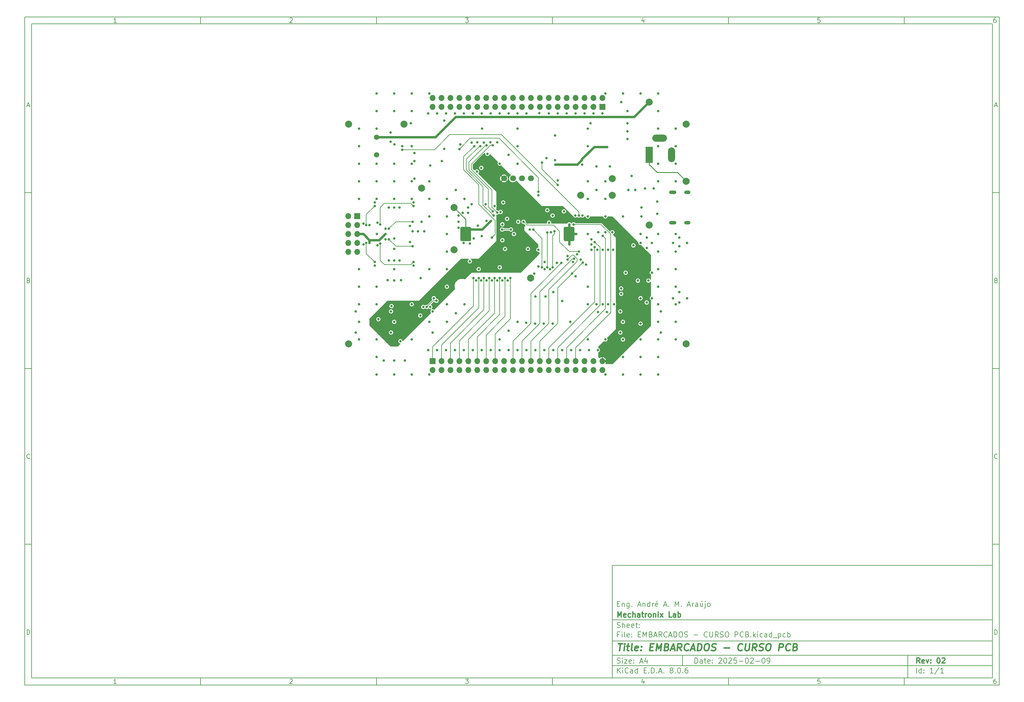
<source format=gbr>
%TF.GenerationSoftware,KiCad,Pcbnew,8.0.6*%
%TF.CreationDate,2025-02-09T14:35:08-03:00*%
%TF.ProjectId,EMBARCADOS - CURSO PCB,454d4241-5243-4414-944f-53202d204355,02*%
%TF.SameCoordinates,Original*%
%TF.FileFunction,Copper,L4,Bot*%
%TF.FilePolarity,Positive*%
%FSLAX46Y46*%
G04 Gerber Fmt 4.6, Leading zero omitted, Abs format (unit mm)*
G04 Created by KiCad (PCBNEW 8.0.6) date 2025-02-09 14:35:08*
%MOMM*%
%LPD*%
G01*
G04 APERTURE LIST*
G04 Aperture macros list*
%AMRoundRect*
0 Rectangle with rounded corners*
0 $1 Rounding radius*
0 $2 $3 $4 $5 $6 $7 $8 $9 X,Y pos of 4 corners*
0 Add a 4 corners polygon primitive as box body*
4,1,4,$2,$3,$4,$5,$6,$7,$8,$9,$2,$3,0*
0 Add four circle primitives for the rounded corners*
1,1,$1+$1,$2,$3*
1,1,$1+$1,$4,$5*
1,1,$1+$1,$6,$7*
1,1,$1+$1,$8,$9*
0 Add four rect primitives between the rounded corners*
20,1,$1+$1,$2,$3,$4,$5,0*
20,1,$1+$1,$4,$5,$6,$7,0*
20,1,$1+$1,$6,$7,$8,$9,0*
20,1,$1+$1,$8,$9,$2,$3,0*%
G04 Aperture macros list end*
%ADD10C,0.100000*%
%ADD11C,0.150000*%
%ADD12C,0.300000*%
%ADD13C,0.400000*%
%TA.AperFunction,ComponentPad*%
%ADD14C,1.700000*%
%TD*%
%TA.AperFunction,ComponentPad*%
%ADD15C,2.000000*%
%TD*%
%TA.AperFunction,ComponentPad*%
%ADD16R,1.700000X1.700000*%
%TD*%
%TA.AperFunction,ComponentPad*%
%ADD17O,1.700000X1.700000*%
%TD*%
%TA.AperFunction,ComponentPad*%
%ADD18O,2.100000X1.000000*%
%TD*%
%TA.AperFunction,ComponentPad*%
%ADD19O,1.800000X1.000000*%
%TD*%
%TA.AperFunction,ComponentPad*%
%ADD20R,2.000000X4.600000*%
%TD*%
%TA.AperFunction,ComponentPad*%
%ADD21O,2.000000X4.200000*%
%TD*%
%TA.AperFunction,ComponentPad*%
%ADD22O,4.200000X2.000000*%
%TD*%
%TA.AperFunction,SMDPad,CuDef*%
%ADD23RoundRect,0.250000X1.250000X1.750000X-1.250000X1.750000X-1.250000X-1.750000X1.250000X-1.750000X0*%
%TD*%
%TA.AperFunction,ComponentPad*%
%ADD24C,1.500000*%
%TD*%
%TA.AperFunction,ViaPad*%
%ADD25C,0.700000*%
%TD*%
%TA.AperFunction,Conductor*%
%ADD26C,0.700000*%
%TD*%
%TA.AperFunction,Conductor*%
%ADD27C,0.250000*%
%TD*%
%TA.AperFunction,Conductor*%
%ADD28C,0.156464*%
%TD*%
%TA.AperFunction,Conductor*%
%ADD29C,0.151130*%
%TD*%
G04 APERTURE END LIST*
D10*
D11*
X177002200Y-166007200D02*
X285002200Y-166007200D01*
X285002200Y-198007200D01*
X177002200Y-198007200D01*
X177002200Y-166007200D01*
D10*
D11*
X10000000Y-10000000D02*
X287002200Y-10000000D01*
X287002200Y-200007200D01*
X10000000Y-200007200D01*
X10000000Y-10000000D01*
D10*
D11*
X12000000Y-12000000D02*
X285002200Y-12000000D01*
X285002200Y-198007200D01*
X12000000Y-198007200D01*
X12000000Y-12000000D01*
D10*
D11*
X60000000Y-12000000D02*
X60000000Y-10000000D01*
D10*
D11*
X110000000Y-12000000D02*
X110000000Y-10000000D01*
D10*
D11*
X160000000Y-12000000D02*
X160000000Y-10000000D01*
D10*
D11*
X210000000Y-12000000D02*
X210000000Y-10000000D01*
D10*
D11*
X260000000Y-12000000D02*
X260000000Y-10000000D01*
D10*
D11*
X36089160Y-11593604D02*
X35346303Y-11593604D01*
X35717731Y-11593604D02*
X35717731Y-10293604D01*
X35717731Y-10293604D02*
X35593922Y-10479319D01*
X35593922Y-10479319D02*
X35470112Y-10603128D01*
X35470112Y-10603128D02*
X35346303Y-10665033D01*
D10*
D11*
X85346303Y-10417414D02*
X85408207Y-10355509D01*
X85408207Y-10355509D02*
X85532017Y-10293604D01*
X85532017Y-10293604D02*
X85841541Y-10293604D01*
X85841541Y-10293604D02*
X85965350Y-10355509D01*
X85965350Y-10355509D02*
X86027255Y-10417414D01*
X86027255Y-10417414D02*
X86089160Y-10541223D01*
X86089160Y-10541223D02*
X86089160Y-10665033D01*
X86089160Y-10665033D02*
X86027255Y-10850747D01*
X86027255Y-10850747D02*
X85284398Y-11593604D01*
X85284398Y-11593604D02*
X86089160Y-11593604D01*
D10*
D11*
X135284398Y-10293604D02*
X136089160Y-10293604D01*
X136089160Y-10293604D02*
X135655826Y-10788842D01*
X135655826Y-10788842D02*
X135841541Y-10788842D01*
X135841541Y-10788842D02*
X135965350Y-10850747D01*
X135965350Y-10850747D02*
X136027255Y-10912652D01*
X136027255Y-10912652D02*
X136089160Y-11036461D01*
X136089160Y-11036461D02*
X136089160Y-11345985D01*
X136089160Y-11345985D02*
X136027255Y-11469795D01*
X136027255Y-11469795D02*
X135965350Y-11531700D01*
X135965350Y-11531700D02*
X135841541Y-11593604D01*
X135841541Y-11593604D02*
X135470112Y-11593604D01*
X135470112Y-11593604D02*
X135346303Y-11531700D01*
X135346303Y-11531700D02*
X135284398Y-11469795D01*
D10*
D11*
X185965350Y-10726938D02*
X185965350Y-11593604D01*
X185655826Y-10231700D02*
X185346303Y-11160271D01*
X185346303Y-11160271D02*
X186151064Y-11160271D01*
D10*
D11*
X236027255Y-10293604D02*
X235408207Y-10293604D01*
X235408207Y-10293604D02*
X235346303Y-10912652D01*
X235346303Y-10912652D02*
X235408207Y-10850747D01*
X235408207Y-10850747D02*
X235532017Y-10788842D01*
X235532017Y-10788842D02*
X235841541Y-10788842D01*
X235841541Y-10788842D02*
X235965350Y-10850747D01*
X235965350Y-10850747D02*
X236027255Y-10912652D01*
X236027255Y-10912652D02*
X236089160Y-11036461D01*
X236089160Y-11036461D02*
X236089160Y-11345985D01*
X236089160Y-11345985D02*
X236027255Y-11469795D01*
X236027255Y-11469795D02*
X235965350Y-11531700D01*
X235965350Y-11531700D02*
X235841541Y-11593604D01*
X235841541Y-11593604D02*
X235532017Y-11593604D01*
X235532017Y-11593604D02*
X235408207Y-11531700D01*
X235408207Y-11531700D02*
X235346303Y-11469795D01*
D10*
D11*
X285965350Y-10293604D02*
X285717731Y-10293604D01*
X285717731Y-10293604D02*
X285593922Y-10355509D01*
X285593922Y-10355509D02*
X285532017Y-10417414D01*
X285532017Y-10417414D02*
X285408207Y-10603128D01*
X285408207Y-10603128D02*
X285346303Y-10850747D01*
X285346303Y-10850747D02*
X285346303Y-11345985D01*
X285346303Y-11345985D02*
X285408207Y-11469795D01*
X285408207Y-11469795D02*
X285470112Y-11531700D01*
X285470112Y-11531700D02*
X285593922Y-11593604D01*
X285593922Y-11593604D02*
X285841541Y-11593604D01*
X285841541Y-11593604D02*
X285965350Y-11531700D01*
X285965350Y-11531700D02*
X286027255Y-11469795D01*
X286027255Y-11469795D02*
X286089160Y-11345985D01*
X286089160Y-11345985D02*
X286089160Y-11036461D01*
X286089160Y-11036461D02*
X286027255Y-10912652D01*
X286027255Y-10912652D02*
X285965350Y-10850747D01*
X285965350Y-10850747D02*
X285841541Y-10788842D01*
X285841541Y-10788842D02*
X285593922Y-10788842D01*
X285593922Y-10788842D02*
X285470112Y-10850747D01*
X285470112Y-10850747D02*
X285408207Y-10912652D01*
X285408207Y-10912652D02*
X285346303Y-11036461D01*
D10*
D11*
X60000000Y-198007200D02*
X60000000Y-200007200D01*
D10*
D11*
X110000000Y-198007200D02*
X110000000Y-200007200D01*
D10*
D11*
X160000000Y-198007200D02*
X160000000Y-200007200D01*
D10*
D11*
X210000000Y-198007200D02*
X210000000Y-200007200D01*
D10*
D11*
X260000000Y-198007200D02*
X260000000Y-200007200D01*
D10*
D11*
X36089160Y-199600804D02*
X35346303Y-199600804D01*
X35717731Y-199600804D02*
X35717731Y-198300804D01*
X35717731Y-198300804D02*
X35593922Y-198486519D01*
X35593922Y-198486519D02*
X35470112Y-198610328D01*
X35470112Y-198610328D02*
X35346303Y-198672233D01*
D10*
D11*
X85346303Y-198424614D02*
X85408207Y-198362709D01*
X85408207Y-198362709D02*
X85532017Y-198300804D01*
X85532017Y-198300804D02*
X85841541Y-198300804D01*
X85841541Y-198300804D02*
X85965350Y-198362709D01*
X85965350Y-198362709D02*
X86027255Y-198424614D01*
X86027255Y-198424614D02*
X86089160Y-198548423D01*
X86089160Y-198548423D02*
X86089160Y-198672233D01*
X86089160Y-198672233D02*
X86027255Y-198857947D01*
X86027255Y-198857947D02*
X85284398Y-199600804D01*
X85284398Y-199600804D02*
X86089160Y-199600804D01*
D10*
D11*
X135284398Y-198300804D02*
X136089160Y-198300804D01*
X136089160Y-198300804D02*
X135655826Y-198796042D01*
X135655826Y-198796042D02*
X135841541Y-198796042D01*
X135841541Y-198796042D02*
X135965350Y-198857947D01*
X135965350Y-198857947D02*
X136027255Y-198919852D01*
X136027255Y-198919852D02*
X136089160Y-199043661D01*
X136089160Y-199043661D02*
X136089160Y-199353185D01*
X136089160Y-199353185D02*
X136027255Y-199476995D01*
X136027255Y-199476995D02*
X135965350Y-199538900D01*
X135965350Y-199538900D02*
X135841541Y-199600804D01*
X135841541Y-199600804D02*
X135470112Y-199600804D01*
X135470112Y-199600804D02*
X135346303Y-199538900D01*
X135346303Y-199538900D02*
X135284398Y-199476995D01*
D10*
D11*
X185965350Y-198734138D02*
X185965350Y-199600804D01*
X185655826Y-198238900D02*
X185346303Y-199167471D01*
X185346303Y-199167471D02*
X186151064Y-199167471D01*
D10*
D11*
X236027255Y-198300804D02*
X235408207Y-198300804D01*
X235408207Y-198300804D02*
X235346303Y-198919852D01*
X235346303Y-198919852D02*
X235408207Y-198857947D01*
X235408207Y-198857947D02*
X235532017Y-198796042D01*
X235532017Y-198796042D02*
X235841541Y-198796042D01*
X235841541Y-198796042D02*
X235965350Y-198857947D01*
X235965350Y-198857947D02*
X236027255Y-198919852D01*
X236027255Y-198919852D02*
X236089160Y-199043661D01*
X236089160Y-199043661D02*
X236089160Y-199353185D01*
X236089160Y-199353185D02*
X236027255Y-199476995D01*
X236027255Y-199476995D02*
X235965350Y-199538900D01*
X235965350Y-199538900D02*
X235841541Y-199600804D01*
X235841541Y-199600804D02*
X235532017Y-199600804D01*
X235532017Y-199600804D02*
X235408207Y-199538900D01*
X235408207Y-199538900D02*
X235346303Y-199476995D01*
D10*
D11*
X285965350Y-198300804D02*
X285717731Y-198300804D01*
X285717731Y-198300804D02*
X285593922Y-198362709D01*
X285593922Y-198362709D02*
X285532017Y-198424614D01*
X285532017Y-198424614D02*
X285408207Y-198610328D01*
X285408207Y-198610328D02*
X285346303Y-198857947D01*
X285346303Y-198857947D02*
X285346303Y-199353185D01*
X285346303Y-199353185D02*
X285408207Y-199476995D01*
X285408207Y-199476995D02*
X285470112Y-199538900D01*
X285470112Y-199538900D02*
X285593922Y-199600804D01*
X285593922Y-199600804D02*
X285841541Y-199600804D01*
X285841541Y-199600804D02*
X285965350Y-199538900D01*
X285965350Y-199538900D02*
X286027255Y-199476995D01*
X286027255Y-199476995D02*
X286089160Y-199353185D01*
X286089160Y-199353185D02*
X286089160Y-199043661D01*
X286089160Y-199043661D02*
X286027255Y-198919852D01*
X286027255Y-198919852D02*
X285965350Y-198857947D01*
X285965350Y-198857947D02*
X285841541Y-198796042D01*
X285841541Y-198796042D02*
X285593922Y-198796042D01*
X285593922Y-198796042D02*
X285470112Y-198857947D01*
X285470112Y-198857947D02*
X285408207Y-198919852D01*
X285408207Y-198919852D02*
X285346303Y-199043661D01*
D10*
D11*
X10000000Y-60000000D02*
X12000000Y-60000000D01*
D10*
D11*
X10000000Y-110000000D02*
X12000000Y-110000000D01*
D10*
D11*
X10000000Y-160000000D02*
X12000000Y-160000000D01*
D10*
D11*
X10690476Y-35222176D02*
X11309523Y-35222176D01*
X10566666Y-35593604D02*
X10999999Y-34293604D01*
X10999999Y-34293604D02*
X11433333Y-35593604D01*
D10*
D11*
X11092857Y-84912652D02*
X11278571Y-84974557D01*
X11278571Y-84974557D02*
X11340476Y-85036461D01*
X11340476Y-85036461D02*
X11402380Y-85160271D01*
X11402380Y-85160271D02*
X11402380Y-85345985D01*
X11402380Y-85345985D02*
X11340476Y-85469795D01*
X11340476Y-85469795D02*
X11278571Y-85531700D01*
X11278571Y-85531700D02*
X11154761Y-85593604D01*
X11154761Y-85593604D02*
X10659523Y-85593604D01*
X10659523Y-85593604D02*
X10659523Y-84293604D01*
X10659523Y-84293604D02*
X11092857Y-84293604D01*
X11092857Y-84293604D02*
X11216666Y-84355509D01*
X11216666Y-84355509D02*
X11278571Y-84417414D01*
X11278571Y-84417414D02*
X11340476Y-84541223D01*
X11340476Y-84541223D02*
X11340476Y-84665033D01*
X11340476Y-84665033D02*
X11278571Y-84788842D01*
X11278571Y-84788842D02*
X11216666Y-84850747D01*
X11216666Y-84850747D02*
X11092857Y-84912652D01*
X11092857Y-84912652D02*
X10659523Y-84912652D01*
D10*
D11*
X11402380Y-135469795D02*
X11340476Y-135531700D01*
X11340476Y-135531700D02*
X11154761Y-135593604D01*
X11154761Y-135593604D02*
X11030952Y-135593604D01*
X11030952Y-135593604D02*
X10845238Y-135531700D01*
X10845238Y-135531700D02*
X10721428Y-135407890D01*
X10721428Y-135407890D02*
X10659523Y-135284080D01*
X10659523Y-135284080D02*
X10597619Y-135036461D01*
X10597619Y-135036461D02*
X10597619Y-134850747D01*
X10597619Y-134850747D02*
X10659523Y-134603128D01*
X10659523Y-134603128D02*
X10721428Y-134479319D01*
X10721428Y-134479319D02*
X10845238Y-134355509D01*
X10845238Y-134355509D02*
X11030952Y-134293604D01*
X11030952Y-134293604D02*
X11154761Y-134293604D01*
X11154761Y-134293604D02*
X11340476Y-134355509D01*
X11340476Y-134355509D02*
X11402380Y-134417414D01*
D10*
D11*
X10659523Y-185593604D02*
X10659523Y-184293604D01*
X10659523Y-184293604D02*
X10969047Y-184293604D01*
X10969047Y-184293604D02*
X11154761Y-184355509D01*
X11154761Y-184355509D02*
X11278571Y-184479319D01*
X11278571Y-184479319D02*
X11340476Y-184603128D01*
X11340476Y-184603128D02*
X11402380Y-184850747D01*
X11402380Y-184850747D02*
X11402380Y-185036461D01*
X11402380Y-185036461D02*
X11340476Y-185284080D01*
X11340476Y-185284080D02*
X11278571Y-185407890D01*
X11278571Y-185407890D02*
X11154761Y-185531700D01*
X11154761Y-185531700D02*
X10969047Y-185593604D01*
X10969047Y-185593604D02*
X10659523Y-185593604D01*
D10*
D11*
X287002200Y-60000000D02*
X285002200Y-60000000D01*
D10*
D11*
X287002200Y-110000000D02*
X285002200Y-110000000D01*
D10*
D11*
X287002200Y-160000000D02*
X285002200Y-160000000D01*
D10*
D11*
X285692676Y-35222176D02*
X286311723Y-35222176D01*
X285568866Y-35593604D02*
X286002199Y-34293604D01*
X286002199Y-34293604D02*
X286435533Y-35593604D01*
D10*
D11*
X286095057Y-84912652D02*
X286280771Y-84974557D01*
X286280771Y-84974557D02*
X286342676Y-85036461D01*
X286342676Y-85036461D02*
X286404580Y-85160271D01*
X286404580Y-85160271D02*
X286404580Y-85345985D01*
X286404580Y-85345985D02*
X286342676Y-85469795D01*
X286342676Y-85469795D02*
X286280771Y-85531700D01*
X286280771Y-85531700D02*
X286156961Y-85593604D01*
X286156961Y-85593604D02*
X285661723Y-85593604D01*
X285661723Y-85593604D02*
X285661723Y-84293604D01*
X285661723Y-84293604D02*
X286095057Y-84293604D01*
X286095057Y-84293604D02*
X286218866Y-84355509D01*
X286218866Y-84355509D02*
X286280771Y-84417414D01*
X286280771Y-84417414D02*
X286342676Y-84541223D01*
X286342676Y-84541223D02*
X286342676Y-84665033D01*
X286342676Y-84665033D02*
X286280771Y-84788842D01*
X286280771Y-84788842D02*
X286218866Y-84850747D01*
X286218866Y-84850747D02*
X286095057Y-84912652D01*
X286095057Y-84912652D02*
X285661723Y-84912652D01*
D10*
D11*
X286404580Y-135469795D02*
X286342676Y-135531700D01*
X286342676Y-135531700D02*
X286156961Y-135593604D01*
X286156961Y-135593604D02*
X286033152Y-135593604D01*
X286033152Y-135593604D02*
X285847438Y-135531700D01*
X285847438Y-135531700D02*
X285723628Y-135407890D01*
X285723628Y-135407890D02*
X285661723Y-135284080D01*
X285661723Y-135284080D02*
X285599819Y-135036461D01*
X285599819Y-135036461D02*
X285599819Y-134850747D01*
X285599819Y-134850747D02*
X285661723Y-134603128D01*
X285661723Y-134603128D02*
X285723628Y-134479319D01*
X285723628Y-134479319D02*
X285847438Y-134355509D01*
X285847438Y-134355509D02*
X286033152Y-134293604D01*
X286033152Y-134293604D02*
X286156961Y-134293604D01*
X286156961Y-134293604D02*
X286342676Y-134355509D01*
X286342676Y-134355509D02*
X286404580Y-134417414D01*
D10*
D11*
X285661723Y-185593604D02*
X285661723Y-184293604D01*
X285661723Y-184293604D02*
X285971247Y-184293604D01*
X285971247Y-184293604D02*
X286156961Y-184355509D01*
X286156961Y-184355509D02*
X286280771Y-184479319D01*
X286280771Y-184479319D02*
X286342676Y-184603128D01*
X286342676Y-184603128D02*
X286404580Y-184850747D01*
X286404580Y-184850747D02*
X286404580Y-185036461D01*
X286404580Y-185036461D02*
X286342676Y-185284080D01*
X286342676Y-185284080D02*
X286280771Y-185407890D01*
X286280771Y-185407890D02*
X286156961Y-185531700D01*
X286156961Y-185531700D02*
X285971247Y-185593604D01*
X285971247Y-185593604D02*
X285661723Y-185593604D01*
D10*
D11*
X200458026Y-193793328D02*
X200458026Y-192293328D01*
X200458026Y-192293328D02*
X200815169Y-192293328D01*
X200815169Y-192293328D02*
X201029455Y-192364757D01*
X201029455Y-192364757D02*
X201172312Y-192507614D01*
X201172312Y-192507614D02*
X201243741Y-192650471D01*
X201243741Y-192650471D02*
X201315169Y-192936185D01*
X201315169Y-192936185D02*
X201315169Y-193150471D01*
X201315169Y-193150471D02*
X201243741Y-193436185D01*
X201243741Y-193436185D02*
X201172312Y-193579042D01*
X201172312Y-193579042D02*
X201029455Y-193721900D01*
X201029455Y-193721900D02*
X200815169Y-193793328D01*
X200815169Y-193793328D02*
X200458026Y-193793328D01*
X202600884Y-193793328D02*
X202600884Y-193007614D01*
X202600884Y-193007614D02*
X202529455Y-192864757D01*
X202529455Y-192864757D02*
X202386598Y-192793328D01*
X202386598Y-192793328D02*
X202100884Y-192793328D01*
X202100884Y-192793328D02*
X201958026Y-192864757D01*
X202600884Y-193721900D02*
X202458026Y-193793328D01*
X202458026Y-193793328D02*
X202100884Y-193793328D01*
X202100884Y-193793328D02*
X201958026Y-193721900D01*
X201958026Y-193721900D02*
X201886598Y-193579042D01*
X201886598Y-193579042D02*
X201886598Y-193436185D01*
X201886598Y-193436185D02*
X201958026Y-193293328D01*
X201958026Y-193293328D02*
X202100884Y-193221900D01*
X202100884Y-193221900D02*
X202458026Y-193221900D01*
X202458026Y-193221900D02*
X202600884Y-193150471D01*
X203100884Y-192793328D02*
X203672312Y-192793328D01*
X203315169Y-192293328D02*
X203315169Y-193579042D01*
X203315169Y-193579042D02*
X203386598Y-193721900D01*
X203386598Y-193721900D02*
X203529455Y-193793328D01*
X203529455Y-193793328D02*
X203672312Y-193793328D01*
X204743741Y-193721900D02*
X204600884Y-193793328D01*
X204600884Y-193793328D02*
X204315170Y-193793328D01*
X204315170Y-193793328D02*
X204172312Y-193721900D01*
X204172312Y-193721900D02*
X204100884Y-193579042D01*
X204100884Y-193579042D02*
X204100884Y-193007614D01*
X204100884Y-193007614D02*
X204172312Y-192864757D01*
X204172312Y-192864757D02*
X204315170Y-192793328D01*
X204315170Y-192793328D02*
X204600884Y-192793328D01*
X204600884Y-192793328D02*
X204743741Y-192864757D01*
X204743741Y-192864757D02*
X204815170Y-193007614D01*
X204815170Y-193007614D02*
X204815170Y-193150471D01*
X204815170Y-193150471D02*
X204100884Y-193293328D01*
X205458026Y-193650471D02*
X205529455Y-193721900D01*
X205529455Y-193721900D02*
X205458026Y-193793328D01*
X205458026Y-193793328D02*
X205386598Y-193721900D01*
X205386598Y-193721900D02*
X205458026Y-193650471D01*
X205458026Y-193650471D02*
X205458026Y-193793328D01*
X205458026Y-192864757D02*
X205529455Y-192936185D01*
X205529455Y-192936185D02*
X205458026Y-193007614D01*
X205458026Y-193007614D02*
X205386598Y-192936185D01*
X205386598Y-192936185D02*
X205458026Y-192864757D01*
X205458026Y-192864757D02*
X205458026Y-193007614D01*
X207243741Y-192436185D02*
X207315169Y-192364757D01*
X207315169Y-192364757D02*
X207458027Y-192293328D01*
X207458027Y-192293328D02*
X207815169Y-192293328D01*
X207815169Y-192293328D02*
X207958027Y-192364757D01*
X207958027Y-192364757D02*
X208029455Y-192436185D01*
X208029455Y-192436185D02*
X208100884Y-192579042D01*
X208100884Y-192579042D02*
X208100884Y-192721900D01*
X208100884Y-192721900D02*
X208029455Y-192936185D01*
X208029455Y-192936185D02*
X207172312Y-193793328D01*
X207172312Y-193793328D02*
X208100884Y-193793328D01*
X209029455Y-192293328D02*
X209172312Y-192293328D01*
X209172312Y-192293328D02*
X209315169Y-192364757D01*
X209315169Y-192364757D02*
X209386598Y-192436185D01*
X209386598Y-192436185D02*
X209458026Y-192579042D01*
X209458026Y-192579042D02*
X209529455Y-192864757D01*
X209529455Y-192864757D02*
X209529455Y-193221900D01*
X209529455Y-193221900D02*
X209458026Y-193507614D01*
X209458026Y-193507614D02*
X209386598Y-193650471D01*
X209386598Y-193650471D02*
X209315169Y-193721900D01*
X209315169Y-193721900D02*
X209172312Y-193793328D01*
X209172312Y-193793328D02*
X209029455Y-193793328D01*
X209029455Y-193793328D02*
X208886598Y-193721900D01*
X208886598Y-193721900D02*
X208815169Y-193650471D01*
X208815169Y-193650471D02*
X208743740Y-193507614D01*
X208743740Y-193507614D02*
X208672312Y-193221900D01*
X208672312Y-193221900D02*
X208672312Y-192864757D01*
X208672312Y-192864757D02*
X208743740Y-192579042D01*
X208743740Y-192579042D02*
X208815169Y-192436185D01*
X208815169Y-192436185D02*
X208886598Y-192364757D01*
X208886598Y-192364757D02*
X209029455Y-192293328D01*
X210100883Y-192436185D02*
X210172311Y-192364757D01*
X210172311Y-192364757D02*
X210315169Y-192293328D01*
X210315169Y-192293328D02*
X210672311Y-192293328D01*
X210672311Y-192293328D02*
X210815169Y-192364757D01*
X210815169Y-192364757D02*
X210886597Y-192436185D01*
X210886597Y-192436185D02*
X210958026Y-192579042D01*
X210958026Y-192579042D02*
X210958026Y-192721900D01*
X210958026Y-192721900D02*
X210886597Y-192936185D01*
X210886597Y-192936185D02*
X210029454Y-193793328D01*
X210029454Y-193793328D02*
X210958026Y-193793328D01*
X212315168Y-192293328D02*
X211600882Y-192293328D01*
X211600882Y-192293328D02*
X211529454Y-193007614D01*
X211529454Y-193007614D02*
X211600882Y-192936185D01*
X211600882Y-192936185D02*
X211743740Y-192864757D01*
X211743740Y-192864757D02*
X212100882Y-192864757D01*
X212100882Y-192864757D02*
X212243740Y-192936185D01*
X212243740Y-192936185D02*
X212315168Y-193007614D01*
X212315168Y-193007614D02*
X212386597Y-193150471D01*
X212386597Y-193150471D02*
X212386597Y-193507614D01*
X212386597Y-193507614D02*
X212315168Y-193650471D01*
X212315168Y-193650471D02*
X212243740Y-193721900D01*
X212243740Y-193721900D02*
X212100882Y-193793328D01*
X212100882Y-193793328D02*
X211743740Y-193793328D01*
X211743740Y-193793328D02*
X211600882Y-193721900D01*
X211600882Y-193721900D02*
X211529454Y-193650471D01*
X213029453Y-193221900D02*
X214172311Y-193221900D01*
X215172311Y-192293328D02*
X215315168Y-192293328D01*
X215315168Y-192293328D02*
X215458025Y-192364757D01*
X215458025Y-192364757D02*
X215529454Y-192436185D01*
X215529454Y-192436185D02*
X215600882Y-192579042D01*
X215600882Y-192579042D02*
X215672311Y-192864757D01*
X215672311Y-192864757D02*
X215672311Y-193221900D01*
X215672311Y-193221900D02*
X215600882Y-193507614D01*
X215600882Y-193507614D02*
X215529454Y-193650471D01*
X215529454Y-193650471D02*
X215458025Y-193721900D01*
X215458025Y-193721900D02*
X215315168Y-193793328D01*
X215315168Y-193793328D02*
X215172311Y-193793328D01*
X215172311Y-193793328D02*
X215029454Y-193721900D01*
X215029454Y-193721900D02*
X214958025Y-193650471D01*
X214958025Y-193650471D02*
X214886596Y-193507614D01*
X214886596Y-193507614D02*
X214815168Y-193221900D01*
X214815168Y-193221900D02*
X214815168Y-192864757D01*
X214815168Y-192864757D02*
X214886596Y-192579042D01*
X214886596Y-192579042D02*
X214958025Y-192436185D01*
X214958025Y-192436185D02*
X215029454Y-192364757D01*
X215029454Y-192364757D02*
X215172311Y-192293328D01*
X216243739Y-192436185D02*
X216315167Y-192364757D01*
X216315167Y-192364757D02*
X216458025Y-192293328D01*
X216458025Y-192293328D02*
X216815167Y-192293328D01*
X216815167Y-192293328D02*
X216958025Y-192364757D01*
X216958025Y-192364757D02*
X217029453Y-192436185D01*
X217029453Y-192436185D02*
X217100882Y-192579042D01*
X217100882Y-192579042D02*
X217100882Y-192721900D01*
X217100882Y-192721900D02*
X217029453Y-192936185D01*
X217029453Y-192936185D02*
X216172310Y-193793328D01*
X216172310Y-193793328D02*
X217100882Y-193793328D01*
X217743738Y-193221900D02*
X218886596Y-193221900D01*
X219886596Y-192293328D02*
X220029453Y-192293328D01*
X220029453Y-192293328D02*
X220172310Y-192364757D01*
X220172310Y-192364757D02*
X220243739Y-192436185D01*
X220243739Y-192436185D02*
X220315167Y-192579042D01*
X220315167Y-192579042D02*
X220386596Y-192864757D01*
X220386596Y-192864757D02*
X220386596Y-193221900D01*
X220386596Y-193221900D02*
X220315167Y-193507614D01*
X220315167Y-193507614D02*
X220243739Y-193650471D01*
X220243739Y-193650471D02*
X220172310Y-193721900D01*
X220172310Y-193721900D02*
X220029453Y-193793328D01*
X220029453Y-193793328D02*
X219886596Y-193793328D01*
X219886596Y-193793328D02*
X219743739Y-193721900D01*
X219743739Y-193721900D02*
X219672310Y-193650471D01*
X219672310Y-193650471D02*
X219600881Y-193507614D01*
X219600881Y-193507614D02*
X219529453Y-193221900D01*
X219529453Y-193221900D02*
X219529453Y-192864757D01*
X219529453Y-192864757D02*
X219600881Y-192579042D01*
X219600881Y-192579042D02*
X219672310Y-192436185D01*
X219672310Y-192436185D02*
X219743739Y-192364757D01*
X219743739Y-192364757D02*
X219886596Y-192293328D01*
X221100881Y-193793328D02*
X221386595Y-193793328D01*
X221386595Y-193793328D02*
X221529452Y-193721900D01*
X221529452Y-193721900D02*
X221600881Y-193650471D01*
X221600881Y-193650471D02*
X221743738Y-193436185D01*
X221743738Y-193436185D02*
X221815167Y-193150471D01*
X221815167Y-193150471D02*
X221815167Y-192579042D01*
X221815167Y-192579042D02*
X221743738Y-192436185D01*
X221743738Y-192436185D02*
X221672310Y-192364757D01*
X221672310Y-192364757D02*
X221529452Y-192293328D01*
X221529452Y-192293328D02*
X221243738Y-192293328D01*
X221243738Y-192293328D02*
X221100881Y-192364757D01*
X221100881Y-192364757D02*
X221029452Y-192436185D01*
X221029452Y-192436185D02*
X220958024Y-192579042D01*
X220958024Y-192579042D02*
X220958024Y-192936185D01*
X220958024Y-192936185D02*
X221029452Y-193079042D01*
X221029452Y-193079042D02*
X221100881Y-193150471D01*
X221100881Y-193150471D02*
X221243738Y-193221900D01*
X221243738Y-193221900D02*
X221529452Y-193221900D01*
X221529452Y-193221900D02*
X221672310Y-193150471D01*
X221672310Y-193150471D02*
X221743738Y-193079042D01*
X221743738Y-193079042D02*
X221815167Y-192936185D01*
D10*
D11*
X177002200Y-194507200D02*
X285002200Y-194507200D01*
D10*
D11*
X178458026Y-196593328D02*
X178458026Y-195093328D01*
X179315169Y-196593328D02*
X178672312Y-195736185D01*
X179315169Y-195093328D02*
X178458026Y-195950471D01*
X179958026Y-196593328D02*
X179958026Y-195593328D01*
X179958026Y-195093328D02*
X179886598Y-195164757D01*
X179886598Y-195164757D02*
X179958026Y-195236185D01*
X179958026Y-195236185D02*
X180029455Y-195164757D01*
X180029455Y-195164757D02*
X179958026Y-195093328D01*
X179958026Y-195093328D02*
X179958026Y-195236185D01*
X181529455Y-196450471D02*
X181458027Y-196521900D01*
X181458027Y-196521900D02*
X181243741Y-196593328D01*
X181243741Y-196593328D02*
X181100884Y-196593328D01*
X181100884Y-196593328D02*
X180886598Y-196521900D01*
X180886598Y-196521900D02*
X180743741Y-196379042D01*
X180743741Y-196379042D02*
X180672312Y-196236185D01*
X180672312Y-196236185D02*
X180600884Y-195950471D01*
X180600884Y-195950471D02*
X180600884Y-195736185D01*
X180600884Y-195736185D02*
X180672312Y-195450471D01*
X180672312Y-195450471D02*
X180743741Y-195307614D01*
X180743741Y-195307614D02*
X180886598Y-195164757D01*
X180886598Y-195164757D02*
X181100884Y-195093328D01*
X181100884Y-195093328D02*
X181243741Y-195093328D01*
X181243741Y-195093328D02*
X181458027Y-195164757D01*
X181458027Y-195164757D02*
X181529455Y-195236185D01*
X182815170Y-196593328D02*
X182815170Y-195807614D01*
X182815170Y-195807614D02*
X182743741Y-195664757D01*
X182743741Y-195664757D02*
X182600884Y-195593328D01*
X182600884Y-195593328D02*
X182315170Y-195593328D01*
X182315170Y-195593328D02*
X182172312Y-195664757D01*
X182815170Y-196521900D02*
X182672312Y-196593328D01*
X182672312Y-196593328D02*
X182315170Y-196593328D01*
X182315170Y-196593328D02*
X182172312Y-196521900D01*
X182172312Y-196521900D02*
X182100884Y-196379042D01*
X182100884Y-196379042D02*
X182100884Y-196236185D01*
X182100884Y-196236185D02*
X182172312Y-196093328D01*
X182172312Y-196093328D02*
X182315170Y-196021900D01*
X182315170Y-196021900D02*
X182672312Y-196021900D01*
X182672312Y-196021900D02*
X182815170Y-195950471D01*
X184172313Y-196593328D02*
X184172313Y-195093328D01*
X184172313Y-196521900D02*
X184029455Y-196593328D01*
X184029455Y-196593328D02*
X183743741Y-196593328D01*
X183743741Y-196593328D02*
X183600884Y-196521900D01*
X183600884Y-196521900D02*
X183529455Y-196450471D01*
X183529455Y-196450471D02*
X183458027Y-196307614D01*
X183458027Y-196307614D02*
X183458027Y-195879042D01*
X183458027Y-195879042D02*
X183529455Y-195736185D01*
X183529455Y-195736185D02*
X183600884Y-195664757D01*
X183600884Y-195664757D02*
X183743741Y-195593328D01*
X183743741Y-195593328D02*
X184029455Y-195593328D01*
X184029455Y-195593328D02*
X184172313Y-195664757D01*
X186029455Y-195807614D02*
X186529455Y-195807614D01*
X186743741Y-196593328D02*
X186029455Y-196593328D01*
X186029455Y-196593328D02*
X186029455Y-195093328D01*
X186029455Y-195093328D02*
X186743741Y-195093328D01*
X187386598Y-196450471D02*
X187458027Y-196521900D01*
X187458027Y-196521900D02*
X187386598Y-196593328D01*
X187386598Y-196593328D02*
X187315170Y-196521900D01*
X187315170Y-196521900D02*
X187386598Y-196450471D01*
X187386598Y-196450471D02*
X187386598Y-196593328D01*
X188100884Y-196593328D02*
X188100884Y-195093328D01*
X188100884Y-195093328D02*
X188458027Y-195093328D01*
X188458027Y-195093328D02*
X188672313Y-195164757D01*
X188672313Y-195164757D02*
X188815170Y-195307614D01*
X188815170Y-195307614D02*
X188886599Y-195450471D01*
X188886599Y-195450471D02*
X188958027Y-195736185D01*
X188958027Y-195736185D02*
X188958027Y-195950471D01*
X188958027Y-195950471D02*
X188886599Y-196236185D01*
X188886599Y-196236185D02*
X188815170Y-196379042D01*
X188815170Y-196379042D02*
X188672313Y-196521900D01*
X188672313Y-196521900D02*
X188458027Y-196593328D01*
X188458027Y-196593328D02*
X188100884Y-196593328D01*
X189600884Y-196450471D02*
X189672313Y-196521900D01*
X189672313Y-196521900D02*
X189600884Y-196593328D01*
X189600884Y-196593328D02*
X189529456Y-196521900D01*
X189529456Y-196521900D02*
X189600884Y-196450471D01*
X189600884Y-196450471D02*
X189600884Y-196593328D01*
X190243742Y-196164757D02*
X190958028Y-196164757D01*
X190100885Y-196593328D02*
X190600885Y-195093328D01*
X190600885Y-195093328D02*
X191100885Y-196593328D01*
X191600884Y-196450471D02*
X191672313Y-196521900D01*
X191672313Y-196521900D02*
X191600884Y-196593328D01*
X191600884Y-196593328D02*
X191529456Y-196521900D01*
X191529456Y-196521900D02*
X191600884Y-196450471D01*
X191600884Y-196450471D02*
X191600884Y-196593328D01*
X193672313Y-195736185D02*
X193529456Y-195664757D01*
X193529456Y-195664757D02*
X193458027Y-195593328D01*
X193458027Y-195593328D02*
X193386599Y-195450471D01*
X193386599Y-195450471D02*
X193386599Y-195379042D01*
X193386599Y-195379042D02*
X193458027Y-195236185D01*
X193458027Y-195236185D02*
X193529456Y-195164757D01*
X193529456Y-195164757D02*
X193672313Y-195093328D01*
X193672313Y-195093328D02*
X193958027Y-195093328D01*
X193958027Y-195093328D02*
X194100885Y-195164757D01*
X194100885Y-195164757D02*
X194172313Y-195236185D01*
X194172313Y-195236185D02*
X194243742Y-195379042D01*
X194243742Y-195379042D02*
X194243742Y-195450471D01*
X194243742Y-195450471D02*
X194172313Y-195593328D01*
X194172313Y-195593328D02*
X194100885Y-195664757D01*
X194100885Y-195664757D02*
X193958027Y-195736185D01*
X193958027Y-195736185D02*
X193672313Y-195736185D01*
X193672313Y-195736185D02*
X193529456Y-195807614D01*
X193529456Y-195807614D02*
X193458027Y-195879042D01*
X193458027Y-195879042D02*
X193386599Y-196021900D01*
X193386599Y-196021900D02*
X193386599Y-196307614D01*
X193386599Y-196307614D02*
X193458027Y-196450471D01*
X193458027Y-196450471D02*
X193529456Y-196521900D01*
X193529456Y-196521900D02*
X193672313Y-196593328D01*
X193672313Y-196593328D02*
X193958027Y-196593328D01*
X193958027Y-196593328D02*
X194100885Y-196521900D01*
X194100885Y-196521900D02*
X194172313Y-196450471D01*
X194172313Y-196450471D02*
X194243742Y-196307614D01*
X194243742Y-196307614D02*
X194243742Y-196021900D01*
X194243742Y-196021900D02*
X194172313Y-195879042D01*
X194172313Y-195879042D02*
X194100885Y-195807614D01*
X194100885Y-195807614D02*
X193958027Y-195736185D01*
X194886598Y-196450471D02*
X194958027Y-196521900D01*
X194958027Y-196521900D02*
X194886598Y-196593328D01*
X194886598Y-196593328D02*
X194815170Y-196521900D01*
X194815170Y-196521900D02*
X194886598Y-196450471D01*
X194886598Y-196450471D02*
X194886598Y-196593328D01*
X195886599Y-195093328D02*
X196029456Y-195093328D01*
X196029456Y-195093328D02*
X196172313Y-195164757D01*
X196172313Y-195164757D02*
X196243742Y-195236185D01*
X196243742Y-195236185D02*
X196315170Y-195379042D01*
X196315170Y-195379042D02*
X196386599Y-195664757D01*
X196386599Y-195664757D02*
X196386599Y-196021900D01*
X196386599Y-196021900D02*
X196315170Y-196307614D01*
X196315170Y-196307614D02*
X196243742Y-196450471D01*
X196243742Y-196450471D02*
X196172313Y-196521900D01*
X196172313Y-196521900D02*
X196029456Y-196593328D01*
X196029456Y-196593328D02*
X195886599Y-196593328D01*
X195886599Y-196593328D02*
X195743742Y-196521900D01*
X195743742Y-196521900D02*
X195672313Y-196450471D01*
X195672313Y-196450471D02*
X195600884Y-196307614D01*
X195600884Y-196307614D02*
X195529456Y-196021900D01*
X195529456Y-196021900D02*
X195529456Y-195664757D01*
X195529456Y-195664757D02*
X195600884Y-195379042D01*
X195600884Y-195379042D02*
X195672313Y-195236185D01*
X195672313Y-195236185D02*
X195743742Y-195164757D01*
X195743742Y-195164757D02*
X195886599Y-195093328D01*
X197029455Y-196450471D02*
X197100884Y-196521900D01*
X197100884Y-196521900D02*
X197029455Y-196593328D01*
X197029455Y-196593328D02*
X196958027Y-196521900D01*
X196958027Y-196521900D02*
X197029455Y-196450471D01*
X197029455Y-196450471D02*
X197029455Y-196593328D01*
X198386599Y-195093328D02*
X198100884Y-195093328D01*
X198100884Y-195093328D02*
X197958027Y-195164757D01*
X197958027Y-195164757D02*
X197886599Y-195236185D01*
X197886599Y-195236185D02*
X197743741Y-195450471D01*
X197743741Y-195450471D02*
X197672313Y-195736185D01*
X197672313Y-195736185D02*
X197672313Y-196307614D01*
X197672313Y-196307614D02*
X197743741Y-196450471D01*
X197743741Y-196450471D02*
X197815170Y-196521900D01*
X197815170Y-196521900D02*
X197958027Y-196593328D01*
X197958027Y-196593328D02*
X198243741Y-196593328D01*
X198243741Y-196593328D02*
X198386599Y-196521900D01*
X198386599Y-196521900D02*
X198458027Y-196450471D01*
X198458027Y-196450471D02*
X198529456Y-196307614D01*
X198529456Y-196307614D02*
X198529456Y-195950471D01*
X198529456Y-195950471D02*
X198458027Y-195807614D01*
X198458027Y-195807614D02*
X198386599Y-195736185D01*
X198386599Y-195736185D02*
X198243741Y-195664757D01*
X198243741Y-195664757D02*
X197958027Y-195664757D01*
X197958027Y-195664757D02*
X197815170Y-195736185D01*
X197815170Y-195736185D02*
X197743741Y-195807614D01*
X197743741Y-195807614D02*
X197672313Y-195950471D01*
D10*
D11*
X177002200Y-191507200D02*
X285002200Y-191507200D01*
D10*
D12*
X264413853Y-193785528D02*
X263913853Y-193071242D01*
X263556710Y-193785528D02*
X263556710Y-192285528D01*
X263556710Y-192285528D02*
X264128139Y-192285528D01*
X264128139Y-192285528D02*
X264270996Y-192356957D01*
X264270996Y-192356957D02*
X264342425Y-192428385D01*
X264342425Y-192428385D02*
X264413853Y-192571242D01*
X264413853Y-192571242D02*
X264413853Y-192785528D01*
X264413853Y-192785528D02*
X264342425Y-192928385D01*
X264342425Y-192928385D02*
X264270996Y-192999814D01*
X264270996Y-192999814D02*
X264128139Y-193071242D01*
X264128139Y-193071242D02*
X263556710Y-193071242D01*
X265628139Y-193714100D02*
X265485282Y-193785528D01*
X265485282Y-193785528D02*
X265199568Y-193785528D01*
X265199568Y-193785528D02*
X265056710Y-193714100D01*
X265056710Y-193714100D02*
X264985282Y-193571242D01*
X264985282Y-193571242D02*
X264985282Y-192999814D01*
X264985282Y-192999814D02*
X265056710Y-192856957D01*
X265056710Y-192856957D02*
X265199568Y-192785528D01*
X265199568Y-192785528D02*
X265485282Y-192785528D01*
X265485282Y-192785528D02*
X265628139Y-192856957D01*
X265628139Y-192856957D02*
X265699568Y-192999814D01*
X265699568Y-192999814D02*
X265699568Y-193142671D01*
X265699568Y-193142671D02*
X264985282Y-193285528D01*
X266199567Y-192785528D02*
X266556710Y-193785528D01*
X266556710Y-193785528D02*
X266913853Y-192785528D01*
X267485281Y-193642671D02*
X267556710Y-193714100D01*
X267556710Y-193714100D02*
X267485281Y-193785528D01*
X267485281Y-193785528D02*
X267413853Y-193714100D01*
X267413853Y-193714100D02*
X267485281Y-193642671D01*
X267485281Y-193642671D02*
X267485281Y-193785528D01*
X267485281Y-192856957D02*
X267556710Y-192928385D01*
X267556710Y-192928385D02*
X267485281Y-192999814D01*
X267485281Y-192999814D02*
X267413853Y-192928385D01*
X267413853Y-192928385D02*
X267485281Y-192856957D01*
X267485281Y-192856957D02*
X267485281Y-192999814D01*
X269628139Y-192285528D02*
X269770996Y-192285528D01*
X269770996Y-192285528D02*
X269913853Y-192356957D01*
X269913853Y-192356957D02*
X269985282Y-192428385D01*
X269985282Y-192428385D02*
X270056710Y-192571242D01*
X270056710Y-192571242D02*
X270128139Y-192856957D01*
X270128139Y-192856957D02*
X270128139Y-193214100D01*
X270128139Y-193214100D02*
X270056710Y-193499814D01*
X270056710Y-193499814D02*
X269985282Y-193642671D01*
X269985282Y-193642671D02*
X269913853Y-193714100D01*
X269913853Y-193714100D02*
X269770996Y-193785528D01*
X269770996Y-193785528D02*
X269628139Y-193785528D01*
X269628139Y-193785528D02*
X269485282Y-193714100D01*
X269485282Y-193714100D02*
X269413853Y-193642671D01*
X269413853Y-193642671D02*
X269342424Y-193499814D01*
X269342424Y-193499814D02*
X269270996Y-193214100D01*
X269270996Y-193214100D02*
X269270996Y-192856957D01*
X269270996Y-192856957D02*
X269342424Y-192571242D01*
X269342424Y-192571242D02*
X269413853Y-192428385D01*
X269413853Y-192428385D02*
X269485282Y-192356957D01*
X269485282Y-192356957D02*
X269628139Y-192285528D01*
X270699567Y-192428385D02*
X270770995Y-192356957D01*
X270770995Y-192356957D02*
X270913853Y-192285528D01*
X270913853Y-192285528D02*
X271270995Y-192285528D01*
X271270995Y-192285528D02*
X271413853Y-192356957D01*
X271413853Y-192356957D02*
X271485281Y-192428385D01*
X271485281Y-192428385D02*
X271556710Y-192571242D01*
X271556710Y-192571242D02*
X271556710Y-192714100D01*
X271556710Y-192714100D02*
X271485281Y-192928385D01*
X271485281Y-192928385D02*
X270628138Y-193785528D01*
X270628138Y-193785528D02*
X271556710Y-193785528D01*
D10*
D11*
X178386598Y-193721900D02*
X178600884Y-193793328D01*
X178600884Y-193793328D02*
X178958026Y-193793328D01*
X178958026Y-193793328D02*
X179100884Y-193721900D01*
X179100884Y-193721900D02*
X179172312Y-193650471D01*
X179172312Y-193650471D02*
X179243741Y-193507614D01*
X179243741Y-193507614D02*
X179243741Y-193364757D01*
X179243741Y-193364757D02*
X179172312Y-193221900D01*
X179172312Y-193221900D02*
X179100884Y-193150471D01*
X179100884Y-193150471D02*
X178958026Y-193079042D01*
X178958026Y-193079042D02*
X178672312Y-193007614D01*
X178672312Y-193007614D02*
X178529455Y-192936185D01*
X178529455Y-192936185D02*
X178458026Y-192864757D01*
X178458026Y-192864757D02*
X178386598Y-192721900D01*
X178386598Y-192721900D02*
X178386598Y-192579042D01*
X178386598Y-192579042D02*
X178458026Y-192436185D01*
X178458026Y-192436185D02*
X178529455Y-192364757D01*
X178529455Y-192364757D02*
X178672312Y-192293328D01*
X178672312Y-192293328D02*
X179029455Y-192293328D01*
X179029455Y-192293328D02*
X179243741Y-192364757D01*
X179886597Y-193793328D02*
X179886597Y-192793328D01*
X179886597Y-192293328D02*
X179815169Y-192364757D01*
X179815169Y-192364757D02*
X179886597Y-192436185D01*
X179886597Y-192436185D02*
X179958026Y-192364757D01*
X179958026Y-192364757D02*
X179886597Y-192293328D01*
X179886597Y-192293328D02*
X179886597Y-192436185D01*
X180458026Y-192793328D02*
X181243741Y-192793328D01*
X181243741Y-192793328D02*
X180458026Y-193793328D01*
X180458026Y-193793328D02*
X181243741Y-193793328D01*
X182386598Y-193721900D02*
X182243741Y-193793328D01*
X182243741Y-193793328D02*
X181958027Y-193793328D01*
X181958027Y-193793328D02*
X181815169Y-193721900D01*
X181815169Y-193721900D02*
X181743741Y-193579042D01*
X181743741Y-193579042D02*
X181743741Y-193007614D01*
X181743741Y-193007614D02*
X181815169Y-192864757D01*
X181815169Y-192864757D02*
X181958027Y-192793328D01*
X181958027Y-192793328D02*
X182243741Y-192793328D01*
X182243741Y-192793328D02*
X182386598Y-192864757D01*
X182386598Y-192864757D02*
X182458027Y-193007614D01*
X182458027Y-193007614D02*
X182458027Y-193150471D01*
X182458027Y-193150471D02*
X181743741Y-193293328D01*
X183100883Y-193650471D02*
X183172312Y-193721900D01*
X183172312Y-193721900D02*
X183100883Y-193793328D01*
X183100883Y-193793328D02*
X183029455Y-193721900D01*
X183029455Y-193721900D02*
X183100883Y-193650471D01*
X183100883Y-193650471D02*
X183100883Y-193793328D01*
X183100883Y-192864757D02*
X183172312Y-192936185D01*
X183172312Y-192936185D02*
X183100883Y-193007614D01*
X183100883Y-193007614D02*
X183029455Y-192936185D01*
X183029455Y-192936185D02*
X183100883Y-192864757D01*
X183100883Y-192864757D02*
X183100883Y-193007614D01*
X184886598Y-193364757D02*
X185600884Y-193364757D01*
X184743741Y-193793328D02*
X185243741Y-192293328D01*
X185243741Y-192293328D02*
X185743741Y-193793328D01*
X186886598Y-192793328D02*
X186886598Y-193793328D01*
X186529455Y-192221900D02*
X186172312Y-193293328D01*
X186172312Y-193293328D02*
X187100883Y-193293328D01*
D10*
D11*
X263458026Y-196593328D02*
X263458026Y-195093328D01*
X264815170Y-196593328D02*
X264815170Y-195093328D01*
X264815170Y-196521900D02*
X264672312Y-196593328D01*
X264672312Y-196593328D02*
X264386598Y-196593328D01*
X264386598Y-196593328D02*
X264243741Y-196521900D01*
X264243741Y-196521900D02*
X264172312Y-196450471D01*
X264172312Y-196450471D02*
X264100884Y-196307614D01*
X264100884Y-196307614D02*
X264100884Y-195879042D01*
X264100884Y-195879042D02*
X264172312Y-195736185D01*
X264172312Y-195736185D02*
X264243741Y-195664757D01*
X264243741Y-195664757D02*
X264386598Y-195593328D01*
X264386598Y-195593328D02*
X264672312Y-195593328D01*
X264672312Y-195593328D02*
X264815170Y-195664757D01*
X265529455Y-196450471D02*
X265600884Y-196521900D01*
X265600884Y-196521900D02*
X265529455Y-196593328D01*
X265529455Y-196593328D02*
X265458027Y-196521900D01*
X265458027Y-196521900D02*
X265529455Y-196450471D01*
X265529455Y-196450471D02*
X265529455Y-196593328D01*
X265529455Y-195664757D02*
X265600884Y-195736185D01*
X265600884Y-195736185D02*
X265529455Y-195807614D01*
X265529455Y-195807614D02*
X265458027Y-195736185D01*
X265458027Y-195736185D02*
X265529455Y-195664757D01*
X265529455Y-195664757D02*
X265529455Y-195807614D01*
X268172313Y-196593328D02*
X267315170Y-196593328D01*
X267743741Y-196593328D02*
X267743741Y-195093328D01*
X267743741Y-195093328D02*
X267600884Y-195307614D01*
X267600884Y-195307614D02*
X267458027Y-195450471D01*
X267458027Y-195450471D02*
X267315170Y-195521900D01*
X269886598Y-195021900D02*
X268600884Y-196950471D01*
X271172313Y-196593328D02*
X270315170Y-196593328D01*
X270743741Y-196593328D02*
X270743741Y-195093328D01*
X270743741Y-195093328D02*
X270600884Y-195307614D01*
X270600884Y-195307614D02*
X270458027Y-195450471D01*
X270458027Y-195450471D02*
X270315170Y-195521900D01*
D10*
D11*
X177002200Y-187507200D02*
X285002200Y-187507200D01*
D10*
D13*
X178693928Y-188211638D02*
X179836785Y-188211638D01*
X179015357Y-190211638D02*
X179265357Y-188211638D01*
X180253452Y-190211638D02*
X180420119Y-188878304D01*
X180503452Y-188211638D02*
X180396309Y-188306876D01*
X180396309Y-188306876D02*
X180479643Y-188402114D01*
X180479643Y-188402114D02*
X180586786Y-188306876D01*
X180586786Y-188306876D02*
X180503452Y-188211638D01*
X180503452Y-188211638D02*
X180479643Y-188402114D01*
X181086786Y-188878304D02*
X181848690Y-188878304D01*
X181455833Y-188211638D02*
X181241548Y-189925923D01*
X181241548Y-189925923D02*
X181312976Y-190116400D01*
X181312976Y-190116400D02*
X181491548Y-190211638D01*
X181491548Y-190211638D02*
X181682024Y-190211638D01*
X182634405Y-190211638D02*
X182455833Y-190116400D01*
X182455833Y-190116400D02*
X182384405Y-189925923D01*
X182384405Y-189925923D02*
X182598690Y-188211638D01*
X184170119Y-190116400D02*
X183967738Y-190211638D01*
X183967738Y-190211638D02*
X183586785Y-190211638D01*
X183586785Y-190211638D02*
X183408214Y-190116400D01*
X183408214Y-190116400D02*
X183336785Y-189925923D01*
X183336785Y-189925923D02*
X183432024Y-189164019D01*
X183432024Y-189164019D02*
X183551071Y-188973542D01*
X183551071Y-188973542D02*
X183753452Y-188878304D01*
X183753452Y-188878304D02*
X184134404Y-188878304D01*
X184134404Y-188878304D02*
X184312976Y-188973542D01*
X184312976Y-188973542D02*
X184384404Y-189164019D01*
X184384404Y-189164019D02*
X184360595Y-189354495D01*
X184360595Y-189354495D02*
X183384404Y-189544971D01*
X185134405Y-190021161D02*
X185217738Y-190116400D01*
X185217738Y-190116400D02*
X185110595Y-190211638D01*
X185110595Y-190211638D02*
X185027262Y-190116400D01*
X185027262Y-190116400D02*
X185134405Y-190021161D01*
X185134405Y-190021161D02*
X185110595Y-190211638D01*
X185265357Y-188973542D02*
X185348690Y-189068780D01*
X185348690Y-189068780D02*
X185241548Y-189164019D01*
X185241548Y-189164019D02*
X185158214Y-189068780D01*
X185158214Y-189068780D02*
X185265357Y-188973542D01*
X185265357Y-188973542D02*
X185241548Y-189164019D01*
X187717739Y-189164019D02*
X188384405Y-189164019D01*
X188539167Y-190211638D02*
X187586786Y-190211638D01*
X187586786Y-190211638D02*
X187836786Y-188211638D01*
X187836786Y-188211638D02*
X188789167Y-188211638D01*
X189396310Y-190211638D02*
X189646310Y-188211638D01*
X189646310Y-188211638D02*
X190134405Y-189640209D01*
X190134405Y-189640209D02*
X190979644Y-188211638D01*
X190979644Y-188211638D02*
X190729644Y-190211638D01*
X192479643Y-189164019D02*
X192753453Y-189259257D01*
X192753453Y-189259257D02*
X192836786Y-189354495D01*
X192836786Y-189354495D02*
X192908215Y-189544971D01*
X192908215Y-189544971D02*
X192872500Y-189830685D01*
X192872500Y-189830685D02*
X192753453Y-190021161D01*
X192753453Y-190021161D02*
X192646310Y-190116400D01*
X192646310Y-190116400D02*
X192443929Y-190211638D01*
X192443929Y-190211638D02*
X191682024Y-190211638D01*
X191682024Y-190211638D02*
X191932024Y-188211638D01*
X191932024Y-188211638D02*
X192598691Y-188211638D01*
X192598691Y-188211638D02*
X192777262Y-188306876D01*
X192777262Y-188306876D02*
X192860596Y-188402114D01*
X192860596Y-188402114D02*
X192932024Y-188592590D01*
X192932024Y-188592590D02*
X192908215Y-188783066D01*
X192908215Y-188783066D02*
X192789167Y-188973542D01*
X192789167Y-188973542D02*
X192682024Y-189068780D01*
X192682024Y-189068780D02*
X192479643Y-189164019D01*
X192479643Y-189164019D02*
X191812977Y-189164019D01*
X193658215Y-189640209D02*
X194610596Y-189640209D01*
X193396310Y-190211638D02*
X194312977Y-188211638D01*
X194312977Y-188211638D02*
X194729643Y-190211638D01*
X196539167Y-190211638D02*
X195991548Y-189259257D01*
X195396310Y-190211638D02*
X195646310Y-188211638D01*
X195646310Y-188211638D02*
X196408215Y-188211638D01*
X196408215Y-188211638D02*
X196586786Y-188306876D01*
X196586786Y-188306876D02*
X196670120Y-188402114D01*
X196670120Y-188402114D02*
X196741548Y-188592590D01*
X196741548Y-188592590D02*
X196705834Y-188878304D01*
X196705834Y-188878304D02*
X196586786Y-189068780D01*
X196586786Y-189068780D02*
X196479644Y-189164019D01*
X196479644Y-189164019D02*
X196277263Y-189259257D01*
X196277263Y-189259257D02*
X195515358Y-189259257D01*
X198562977Y-190021161D02*
X198455834Y-190116400D01*
X198455834Y-190116400D02*
X198158215Y-190211638D01*
X198158215Y-190211638D02*
X197967739Y-190211638D01*
X197967739Y-190211638D02*
X197693929Y-190116400D01*
X197693929Y-190116400D02*
X197527263Y-189925923D01*
X197527263Y-189925923D02*
X197455834Y-189735447D01*
X197455834Y-189735447D02*
X197408215Y-189354495D01*
X197408215Y-189354495D02*
X197443929Y-189068780D01*
X197443929Y-189068780D02*
X197586786Y-188687828D01*
X197586786Y-188687828D02*
X197705834Y-188497352D01*
X197705834Y-188497352D02*
X197920120Y-188306876D01*
X197920120Y-188306876D02*
X198217739Y-188211638D01*
X198217739Y-188211638D02*
X198408215Y-188211638D01*
X198408215Y-188211638D02*
X198682025Y-188306876D01*
X198682025Y-188306876D02*
X198765358Y-188402114D01*
X199372501Y-189640209D02*
X200324882Y-189640209D01*
X199110596Y-190211638D02*
X200027263Y-188211638D01*
X200027263Y-188211638D02*
X200443929Y-190211638D01*
X201110596Y-190211638D02*
X201360596Y-188211638D01*
X201360596Y-188211638D02*
X201836787Y-188211638D01*
X201836787Y-188211638D02*
X202110596Y-188306876D01*
X202110596Y-188306876D02*
X202277263Y-188497352D01*
X202277263Y-188497352D02*
X202348691Y-188687828D01*
X202348691Y-188687828D02*
X202396311Y-189068780D01*
X202396311Y-189068780D02*
X202360596Y-189354495D01*
X202360596Y-189354495D02*
X202217739Y-189735447D01*
X202217739Y-189735447D02*
X202098691Y-189925923D01*
X202098691Y-189925923D02*
X201884406Y-190116400D01*
X201884406Y-190116400D02*
X201586787Y-190211638D01*
X201586787Y-190211638D02*
X201110596Y-190211638D01*
X203741549Y-188211638D02*
X204122501Y-188211638D01*
X204122501Y-188211638D02*
X204301072Y-188306876D01*
X204301072Y-188306876D02*
X204467739Y-188497352D01*
X204467739Y-188497352D02*
X204515358Y-188878304D01*
X204515358Y-188878304D02*
X204432025Y-189544971D01*
X204432025Y-189544971D02*
X204289168Y-189925923D01*
X204289168Y-189925923D02*
X204074882Y-190116400D01*
X204074882Y-190116400D02*
X203872501Y-190211638D01*
X203872501Y-190211638D02*
X203491549Y-190211638D01*
X203491549Y-190211638D02*
X203312977Y-190116400D01*
X203312977Y-190116400D02*
X203146311Y-189925923D01*
X203146311Y-189925923D02*
X203098691Y-189544971D01*
X203098691Y-189544971D02*
X203182025Y-188878304D01*
X203182025Y-188878304D02*
X203324882Y-188497352D01*
X203324882Y-188497352D02*
X203539168Y-188306876D01*
X203539168Y-188306876D02*
X203741549Y-188211638D01*
X205122501Y-190116400D02*
X205396310Y-190211638D01*
X205396310Y-190211638D02*
X205872501Y-190211638D01*
X205872501Y-190211638D02*
X206074882Y-190116400D01*
X206074882Y-190116400D02*
X206182025Y-190021161D01*
X206182025Y-190021161D02*
X206301072Y-189830685D01*
X206301072Y-189830685D02*
X206324882Y-189640209D01*
X206324882Y-189640209D02*
X206253453Y-189449733D01*
X206253453Y-189449733D02*
X206170120Y-189354495D01*
X206170120Y-189354495D02*
X205991549Y-189259257D01*
X205991549Y-189259257D02*
X205622501Y-189164019D01*
X205622501Y-189164019D02*
X205443929Y-189068780D01*
X205443929Y-189068780D02*
X205360596Y-188973542D01*
X205360596Y-188973542D02*
X205289168Y-188783066D01*
X205289168Y-188783066D02*
X205312977Y-188592590D01*
X205312977Y-188592590D02*
X205432025Y-188402114D01*
X205432025Y-188402114D02*
X205539168Y-188306876D01*
X205539168Y-188306876D02*
X205741549Y-188211638D01*
X205741549Y-188211638D02*
X206217739Y-188211638D01*
X206217739Y-188211638D02*
X206491549Y-188306876D01*
X208729644Y-189449733D02*
X210253454Y-189449733D01*
X213801073Y-190021161D02*
X213693930Y-190116400D01*
X213693930Y-190116400D02*
X213396311Y-190211638D01*
X213396311Y-190211638D02*
X213205835Y-190211638D01*
X213205835Y-190211638D02*
X212932025Y-190116400D01*
X212932025Y-190116400D02*
X212765359Y-189925923D01*
X212765359Y-189925923D02*
X212693930Y-189735447D01*
X212693930Y-189735447D02*
X212646311Y-189354495D01*
X212646311Y-189354495D02*
X212682025Y-189068780D01*
X212682025Y-189068780D02*
X212824882Y-188687828D01*
X212824882Y-188687828D02*
X212943930Y-188497352D01*
X212943930Y-188497352D02*
X213158216Y-188306876D01*
X213158216Y-188306876D02*
X213455835Y-188211638D01*
X213455835Y-188211638D02*
X213646311Y-188211638D01*
X213646311Y-188211638D02*
X213920121Y-188306876D01*
X213920121Y-188306876D02*
X214003454Y-188402114D01*
X214884406Y-188211638D02*
X214682025Y-189830685D01*
X214682025Y-189830685D02*
X214753454Y-190021161D01*
X214753454Y-190021161D02*
X214836787Y-190116400D01*
X214836787Y-190116400D02*
X215015359Y-190211638D01*
X215015359Y-190211638D02*
X215396311Y-190211638D01*
X215396311Y-190211638D02*
X215598692Y-190116400D01*
X215598692Y-190116400D02*
X215705835Y-190021161D01*
X215705835Y-190021161D02*
X215824882Y-189830685D01*
X215824882Y-189830685D02*
X216027263Y-188211638D01*
X217872501Y-190211638D02*
X217324882Y-189259257D01*
X216729644Y-190211638D02*
X216979644Y-188211638D01*
X216979644Y-188211638D02*
X217741549Y-188211638D01*
X217741549Y-188211638D02*
X217920120Y-188306876D01*
X217920120Y-188306876D02*
X218003454Y-188402114D01*
X218003454Y-188402114D02*
X218074882Y-188592590D01*
X218074882Y-188592590D02*
X218039168Y-188878304D01*
X218039168Y-188878304D02*
X217920120Y-189068780D01*
X217920120Y-189068780D02*
X217812978Y-189164019D01*
X217812978Y-189164019D02*
X217610597Y-189259257D01*
X217610597Y-189259257D02*
X216848692Y-189259257D01*
X218646311Y-190116400D02*
X218920120Y-190211638D01*
X218920120Y-190211638D02*
X219396311Y-190211638D01*
X219396311Y-190211638D02*
X219598692Y-190116400D01*
X219598692Y-190116400D02*
X219705835Y-190021161D01*
X219705835Y-190021161D02*
X219824882Y-189830685D01*
X219824882Y-189830685D02*
X219848692Y-189640209D01*
X219848692Y-189640209D02*
X219777263Y-189449733D01*
X219777263Y-189449733D02*
X219693930Y-189354495D01*
X219693930Y-189354495D02*
X219515359Y-189259257D01*
X219515359Y-189259257D02*
X219146311Y-189164019D01*
X219146311Y-189164019D02*
X218967739Y-189068780D01*
X218967739Y-189068780D02*
X218884406Y-188973542D01*
X218884406Y-188973542D02*
X218812978Y-188783066D01*
X218812978Y-188783066D02*
X218836787Y-188592590D01*
X218836787Y-188592590D02*
X218955835Y-188402114D01*
X218955835Y-188402114D02*
X219062978Y-188306876D01*
X219062978Y-188306876D02*
X219265359Y-188211638D01*
X219265359Y-188211638D02*
X219741549Y-188211638D01*
X219741549Y-188211638D02*
X220015359Y-188306876D01*
X221265359Y-188211638D02*
X221646311Y-188211638D01*
X221646311Y-188211638D02*
X221824882Y-188306876D01*
X221824882Y-188306876D02*
X221991549Y-188497352D01*
X221991549Y-188497352D02*
X222039168Y-188878304D01*
X222039168Y-188878304D02*
X221955835Y-189544971D01*
X221955835Y-189544971D02*
X221812978Y-189925923D01*
X221812978Y-189925923D02*
X221598692Y-190116400D01*
X221598692Y-190116400D02*
X221396311Y-190211638D01*
X221396311Y-190211638D02*
X221015359Y-190211638D01*
X221015359Y-190211638D02*
X220836787Y-190116400D01*
X220836787Y-190116400D02*
X220670121Y-189925923D01*
X220670121Y-189925923D02*
X220622501Y-189544971D01*
X220622501Y-189544971D02*
X220705835Y-188878304D01*
X220705835Y-188878304D02*
X220848692Y-188497352D01*
X220848692Y-188497352D02*
X221062978Y-188306876D01*
X221062978Y-188306876D02*
X221265359Y-188211638D01*
X224253454Y-190211638D02*
X224503454Y-188211638D01*
X224503454Y-188211638D02*
X225265359Y-188211638D01*
X225265359Y-188211638D02*
X225443930Y-188306876D01*
X225443930Y-188306876D02*
X225527264Y-188402114D01*
X225527264Y-188402114D02*
X225598692Y-188592590D01*
X225598692Y-188592590D02*
X225562978Y-188878304D01*
X225562978Y-188878304D02*
X225443930Y-189068780D01*
X225443930Y-189068780D02*
X225336788Y-189164019D01*
X225336788Y-189164019D02*
X225134407Y-189259257D01*
X225134407Y-189259257D02*
X224372502Y-189259257D01*
X227420121Y-190021161D02*
X227312978Y-190116400D01*
X227312978Y-190116400D02*
X227015359Y-190211638D01*
X227015359Y-190211638D02*
X226824883Y-190211638D01*
X226824883Y-190211638D02*
X226551073Y-190116400D01*
X226551073Y-190116400D02*
X226384407Y-189925923D01*
X226384407Y-189925923D02*
X226312978Y-189735447D01*
X226312978Y-189735447D02*
X226265359Y-189354495D01*
X226265359Y-189354495D02*
X226301073Y-189068780D01*
X226301073Y-189068780D02*
X226443930Y-188687828D01*
X226443930Y-188687828D02*
X226562978Y-188497352D01*
X226562978Y-188497352D02*
X226777264Y-188306876D01*
X226777264Y-188306876D02*
X227074883Y-188211638D01*
X227074883Y-188211638D02*
X227265359Y-188211638D01*
X227265359Y-188211638D02*
X227539169Y-188306876D01*
X227539169Y-188306876D02*
X227622502Y-188402114D01*
X229051073Y-189164019D02*
X229324883Y-189259257D01*
X229324883Y-189259257D02*
X229408216Y-189354495D01*
X229408216Y-189354495D02*
X229479645Y-189544971D01*
X229479645Y-189544971D02*
X229443930Y-189830685D01*
X229443930Y-189830685D02*
X229324883Y-190021161D01*
X229324883Y-190021161D02*
X229217740Y-190116400D01*
X229217740Y-190116400D02*
X229015359Y-190211638D01*
X229015359Y-190211638D02*
X228253454Y-190211638D01*
X228253454Y-190211638D02*
X228503454Y-188211638D01*
X228503454Y-188211638D02*
X229170121Y-188211638D01*
X229170121Y-188211638D02*
X229348692Y-188306876D01*
X229348692Y-188306876D02*
X229432026Y-188402114D01*
X229432026Y-188402114D02*
X229503454Y-188592590D01*
X229503454Y-188592590D02*
X229479645Y-188783066D01*
X229479645Y-188783066D02*
X229360597Y-188973542D01*
X229360597Y-188973542D02*
X229253454Y-189068780D01*
X229253454Y-189068780D02*
X229051073Y-189164019D01*
X229051073Y-189164019D02*
X228384407Y-189164019D01*
D10*
D11*
X178958026Y-185607614D02*
X178458026Y-185607614D01*
X178458026Y-186393328D02*
X178458026Y-184893328D01*
X178458026Y-184893328D02*
X179172312Y-184893328D01*
X179743740Y-186393328D02*
X179743740Y-185393328D01*
X179743740Y-184893328D02*
X179672312Y-184964757D01*
X179672312Y-184964757D02*
X179743740Y-185036185D01*
X179743740Y-185036185D02*
X179815169Y-184964757D01*
X179815169Y-184964757D02*
X179743740Y-184893328D01*
X179743740Y-184893328D02*
X179743740Y-185036185D01*
X180672312Y-186393328D02*
X180529455Y-186321900D01*
X180529455Y-186321900D02*
X180458026Y-186179042D01*
X180458026Y-186179042D02*
X180458026Y-184893328D01*
X181815169Y-186321900D02*
X181672312Y-186393328D01*
X181672312Y-186393328D02*
X181386598Y-186393328D01*
X181386598Y-186393328D02*
X181243740Y-186321900D01*
X181243740Y-186321900D02*
X181172312Y-186179042D01*
X181172312Y-186179042D02*
X181172312Y-185607614D01*
X181172312Y-185607614D02*
X181243740Y-185464757D01*
X181243740Y-185464757D02*
X181386598Y-185393328D01*
X181386598Y-185393328D02*
X181672312Y-185393328D01*
X181672312Y-185393328D02*
X181815169Y-185464757D01*
X181815169Y-185464757D02*
X181886598Y-185607614D01*
X181886598Y-185607614D02*
X181886598Y-185750471D01*
X181886598Y-185750471D02*
X181172312Y-185893328D01*
X182529454Y-186250471D02*
X182600883Y-186321900D01*
X182600883Y-186321900D02*
X182529454Y-186393328D01*
X182529454Y-186393328D02*
X182458026Y-186321900D01*
X182458026Y-186321900D02*
X182529454Y-186250471D01*
X182529454Y-186250471D02*
X182529454Y-186393328D01*
X182529454Y-185464757D02*
X182600883Y-185536185D01*
X182600883Y-185536185D02*
X182529454Y-185607614D01*
X182529454Y-185607614D02*
X182458026Y-185536185D01*
X182458026Y-185536185D02*
X182529454Y-185464757D01*
X182529454Y-185464757D02*
X182529454Y-185607614D01*
X184386597Y-185607614D02*
X184886597Y-185607614D01*
X185100883Y-186393328D02*
X184386597Y-186393328D01*
X184386597Y-186393328D02*
X184386597Y-184893328D01*
X184386597Y-184893328D02*
X185100883Y-184893328D01*
X185743740Y-186393328D02*
X185743740Y-184893328D01*
X185743740Y-184893328D02*
X186243740Y-185964757D01*
X186243740Y-185964757D02*
X186743740Y-184893328D01*
X186743740Y-184893328D02*
X186743740Y-186393328D01*
X187958026Y-185607614D02*
X188172312Y-185679042D01*
X188172312Y-185679042D02*
X188243741Y-185750471D01*
X188243741Y-185750471D02*
X188315169Y-185893328D01*
X188315169Y-185893328D02*
X188315169Y-186107614D01*
X188315169Y-186107614D02*
X188243741Y-186250471D01*
X188243741Y-186250471D02*
X188172312Y-186321900D01*
X188172312Y-186321900D02*
X188029455Y-186393328D01*
X188029455Y-186393328D02*
X187458026Y-186393328D01*
X187458026Y-186393328D02*
X187458026Y-184893328D01*
X187458026Y-184893328D02*
X187958026Y-184893328D01*
X187958026Y-184893328D02*
X188100884Y-184964757D01*
X188100884Y-184964757D02*
X188172312Y-185036185D01*
X188172312Y-185036185D02*
X188243741Y-185179042D01*
X188243741Y-185179042D02*
X188243741Y-185321900D01*
X188243741Y-185321900D02*
X188172312Y-185464757D01*
X188172312Y-185464757D02*
X188100884Y-185536185D01*
X188100884Y-185536185D02*
X187958026Y-185607614D01*
X187958026Y-185607614D02*
X187458026Y-185607614D01*
X188886598Y-185964757D02*
X189600884Y-185964757D01*
X188743741Y-186393328D02*
X189243741Y-184893328D01*
X189243741Y-184893328D02*
X189743741Y-186393328D01*
X191100883Y-186393328D02*
X190600883Y-185679042D01*
X190243740Y-186393328D02*
X190243740Y-184893328D01*
X190243740Y-184893328D02*
X190815169Y-184893328D01*
X190815169Y-184893328D02*
X190958026Y-184964757D01*
X190958026Y-184964757D02*
X191029455Y-185036185D01*
X191029455Y-185036185D02*
X191100883Y-185179042D01*
X191100883Y-185179042D02*
X191100883Y-185393328D01*
X191100883Y-185393328D02*
X191029455Y-185536185D01*
X191029455Y-185536185D02*
X190958026Y-185607614D01*
X190958026Y-185607614D02*
X190815169Y-185679042D01*
X190815169Y-185679042D02*
X190243740Y-185679042D01*
X192600883Y-186250471D02*
X192529455Y-186321900D01*
X192529455Y-186321900D02*
X192315169Y-186393328D01*
X192315169Y-186393328D02*
X192172312Y-186393328D01*
X192172312Y-186393328D02*
X191958026Y-186321900D01*
X191958026Y-186321900D02*
X191815169Y-186179042D01*
X191815169Y-186179042D02*
X191743740Y-186036185D01*
X191743740Y-186036185D02*
X191672312Y-185750471D01*
X191672312Y-185750471D02*
X191672312Y-185536185D01*
X191672312Y-185536185D02*
X191743740Y-185250471D01*
X191743740Y-185250471D02*
X191815169Y-185107614D01*
X191815169Y-185107614D02*
X191958026Y-184964757D01*
X191958026Y-184964757D02*
X192172312Y-184893328D01*
X192172312Y-184893328D02*
X192315169Y-184893328D01*
X192315169Y-184893328D02*
X192529455Y-184964757D01*
X192529455Y-184964757D02*
X192600883Y-185036185D01*
X193172312Y-185964757D02*
X193886598Y-185964757D01*
X193029455Y-186393328D02*
X193529455Y-184893328D01*
X193529455Y-184893328D02*
X194029455Y-186393328D01*
X194529454Y-186393328D02*
X194529454Y-184893328D01*
X194529454Y-184893328D02*
X194886597Y-184893328D01*
X194886597Y-184893328D02*
X195100883Y-184964757D01*
X195100883Y-184964757D02*
X195243740Y-185107614D01*
X195243740Y-185107614D02*
X195315169Y-185250471D01*
X195315169Y-185250471D02*
X195386597Y-185536185D01*
X195386597Y-185536185D02*
X195386597Y-185750471D01*
X195386597Y-185750471D02*
X195315169Y-186036185D01*
X195315169Y-186036185D02*
X195243740Y-186179042D01*
X195243740Y-186179042D02*
X195100883Y-186321900D01*
X195100883Y-186321900D02*
X194886597Y-186393328D01*
X194886597Y-186393328D02*
X194529454Y-186393328D01*
X196315169Y-184893328D02*
X196600883Y-184893328D01*
X196600883Y-184893328D02*
X196743740Y-184964757D01*
X196743740Y-184964757D02*
X196886597Y-185107614D01*
X196886597Y-185107614D02*
X196958026Y-185393328D01*
X196958026Y-185393328D02*
X196958026Y-185893328D01*
X196958026Y-185893328D02*
X196886597Y-186179042D01*
X196886597Y-186179042D02*
X196743740Y-186321900D01*
X196743740Y-186321900D02*
X196600883Y-186393328D01*
X196600883Y-186393328D02*
X196315169Y-186393328D01*
X196315169Y-186393328D02*
X196172312Y-186321900D01*
X196172312Y-186321900D02*
X196029454Y-186179042D01*
X196029454Y-186179042D02*
X195958026Y-185893328D01*
X195958026Y-185893328D02*
X195958026Y-185393328D01*
X195958026Y-185393328D02*
X196029454Y-185107614D01*
X196029454Y-185107614D02*
X196172312Y-184964757D01*
X196172312Y-184964757D02*
X196315169Y-184893328D01*
X197529455Y-186321900D02*
X197743741Y-186393328D01*
X197743741Y-186393328D02*
X198100883Y-186393328D01*
X198100883Y-186393328D02*
X198243741Y-186321900D01*
X198243741Y-186321900D02*
X198315169Y-186250471D01*
X198315169Y-186250471D02*
X198386598Y-186107614D01*
X198386598Y-186107614D02*
X198386598Y-185964757D01*
X198386598Y-185964757D02*
X198315169Y-185821900D01*
X198315169Y-185821900D02*
X198243741Y-185750471D01*
X198243741Y-185750471D02*
X198100883Y-185679042D01*
X198100883Y-185679042D02*
X197815169Y-185607614D01*
X197815169Y-185607614D02*
X197672312Y-185536185D01*
X197672312Y-185536185D02*
X197600883Y-185464757D01*
X197600883Y-185464757D02*
X197529455Y-185321900D01*
X197529455Y-185321900D02*
X197529455Y-185179042D01*
X197529455Y-185179042D02*
X197600883Y-185036185D01*
X197600883Y-185036185D02*
X197672312Y-184964757D01*
X197672312Y-184964757D02*
X197815169Y-184893328D01*
X197815169Y-184893328D02*
X198172312Y-184893328D01*
X198172312Y-184893328D02*
X198386598Y-184964757D01*
X200172311Y-185821900D02*
X201315169Y-185821900D01*
X204029454Y-186250471D02*
X203958026Y-186321900D01*
X203958026Y-186321900D02*
X203743740Y-186393328D01*
X203743740Y-186393328D02*
X203600883Y-186393328D01*
X203600883Y-186393328D02*
X203386597Y-186321900D01*
X203386597Y-186321900D02*
X203243740Y-186179042D01*
X203243740Y-186179042D02*
X203172311Y-186036185D01*
X203172311Y-186036185D02*
X203100883Y-185750471D01*
X203100883Y-185750471D02*
X203100883Y-185536185D01*
X203100883Y-185536185D02*
X203172311Y-185250471D01*
X203172311Y-185250471D02*
X203243740Y-185107614D01*
X203243740Y-185107614D02*
X203386597Y-184964757D01*
X203386597Y-184964757D02*
X203600883Y-184893328D01*
X203600883Y-184893328D02*
X203743740Y-184893328D01*
X203743740Y-184893328D02*
X203958026Y-184964757D01*
X203958026Y-184964757D02*
X204029454Y-185036185D01*
X204672311Y-184893328D02*
X204672311Y-186107614D01*
X204672311Y-186107614D02*
X204743740Y-186250471D01*
X204743740Y-186250471D02*
X204815169Y-186321900D01*
X204815169Y-186321900D02*
X204958026Y-186393328D01*
X204958026Y-186393328D02*
X205243740Y-186393328D01*
X205243740Y-186393328D02*
X205386597Y-186321900D01*
X205386597Y-186321900D02*
X205458026Y-186250471D01*
X205458026Y-186250471D02*
X205529454Y-186107614D01*
X205529454Y-186107614D02*
X205529454Y-184893328D01*
X207100883Y-186393328D02*
X206600883Y-185679042D01*
X206243740Y-186393328D02*
X206243740Y-184893328D01*
X206243740Y-184893328D02*
X206815169Y-184893328D01*
X206815169Y-184893328D02*
X206958026Y-184964757D01*
X206958026Y-184964757D02*
X207029455Y-185036185D01*
X207029455Y-185036185D02*
X207100883Y-185179042D01*
X207100883Y-185179042D02*
X207100883Y-185393328D01*
X207100883Y-185393328D02*
X207029455Y-185536185D01*
X207029455Y-185536185D02*
X206958026Y-185607614D01*
X206958026Y-185607614D02*
X206815169Y-185679042D01*
X206815169Y-185679042D02*
X206243740Y-185679042D01*
X207672312Y-186321900D02*
X207886598Y-186393328D01*
X207886598Y-186393328D02*
X208243740Y-186393328D01*
X208243740Y-186393328D02*
X208386598Y-186321900D01*
X208386598Y-186321900D02*
X208458026Y-186250471D01*
X208458026Y-186250471D02*
X208529455Y-186107614D01*
X208529455Y-186107614D02*
X208529455Y-185964757D01*
X208529455Y-185964757D02*
X208458026Y-185821900D01*
X208458026Y-185821900D02*
X208386598Y-185750471D01*
X208386598Y-185750471D02*
X208243740Y-185679042D01*
X208243740Y-185679042D02*
X207958026Y-185607614D01*
X207958026Y-185607614D02*
X207815169Y-185536185D01*
X207815169Y-185536185D02*
X207743740Y-185464757D01*
X207743740Y-185464757D02*
X207672312Y-185321900D01*
X207672312Y-185321900D02*
X207672312Y-185179042D01*
X207672312Y-185179042D02*
X207743740Y-185036185D01*
X207743740Y-185036185D02*
X207815169Y-184964757D01*
X207815169Y-184964757D02*
X207958026Y-184893328D01*
X207958026Y-184893328D02*
X208315169Y-184893328D01*
X208315169Y-184893328D02*
X208529455Y-184964757D01*
X209458026Y-184893328D02*
X209743740Y-184893328D01*
X209743740Y-184893328D02*
X209886597Y-184964757D01*
X209886597Y-184964757D02*
X210029454Y-185107614D01*
X210029454Y-185107614D02*
X210100883Y-185393328D01*
X210100883Y-185393328D02*
X210100883Y-185893328D01*
X210100883Y-185893328D02*
X210029454Y-186179042D01*
X210029454Y-186179042D02*
X209886597Y-186321900D01*
X209886597Y-186321900D02*
X209743740Y-186393328D01*
X209743740Y-186393328D02*
X209458026Y-186393328D01*
X209458026Y-186393328D02*
X209315169Y-186321900D01*
X209315169Y-186321900D02*
X209172311Y-186179042D01*
X209172311Y-186179042D02*
X209100883Y-185893328D01*
X209100883Y-185893328D02*
X209100883Y-185393328D01*
X209100883Y-185393328D02*
X209172311Y-185107614D01*
X209172311Y-185107614D02*
X209315169Y-184964757D01*
X209315169Y-184964757D02*
X209458026Y-184893328D01*
X211886597Y-186393328D02*
X211886597Y-184893328D01*
X211886597Y-184893328D02*
X212458026Y-184893328D01*
X212458026Y-184893328D02*
X212600883Y-184964757D01*
X212600883Y-184964757D02*
X212672312Y-185036185D01*
X212672312Y-185036185D02*
X212743740Y-185179042D01*
X212743740Y-185179042D02*
X212743740Y-185393328D01*
X212743740Y-185393328D02*
X212672312Y-185536185D01*
X212672312Y-185536185D02*
X212600883Y-185607614D01*
X212600883Y-185607614D02*
X212458026Y-185679042D01*
X212458026Y-185679042D02*
X211886597Y-185679042D01*
X214243740Y-186250471D02*
X214172312Y-186321900D01*
X214172312Y-186321900D02*
X213958026Y-186393328D01*
X213958026Y-186393328D02*
X213815169Y-186393328D01*
X213815169Y-186393328D02*
X213600883Y-186321900D01*
X213600883Y-186321900D02*
X213458026Y-186179042D01*
X213458026Y-186179042D02*
X213386597Y-186036185D01*
X213386597Y-186036185D02*
X213315169Y-185750471D01*
X213315169Y-185750471D02*
X213315169Y-185536185D01*
X213315169Y-185536185D02*
X213386597Y-185250471D01*
X213386597Y-185250471D02*
X213458026Y-185107614D01*
X213458026Y-185107614D02*
X213600883Y-184964757D01*
X213600883Y-184964757D02*
X213815169Y-184893328D01*
X213815169Y-184893328D02*
X213958026Y-184893328D01*
X213958026Y-184893328D02*
X214172312Y-184964757D01*
X214172312Y-184964757D02*
X214243740Y-185036185D01*
X215386597Y-185607614D02*
X215600883Y-185679042D01*
X215600883Y-185679042D02*
X215672312Y-185750471D01*
X215672312Y-185750471D02*
X215743740Y-185893328D01*
X215743740Y-185893328D02*
X215743740Y-186107614D01*
X215743740Y-186107614D02*
X215672312Y-186250471D01*
X215672312Y-186250471D02*
X215600883Y-186321900D01*
X215600883Y-186321900D02*
X215458026Y-186393328D01*
X215458026Y-186393328D02*
X214886597Y-186393328D01*
X214886597Y-186393328D02*
X214886597Y-184893328D01*
X214886597Y-184893328D02*
X215386597Y-184893328D01*
X215386597Y-184893328D02*
X215529455Y-184964757D01*
X215529455Y-184964757D02*
X215600883Y-185036185D01*
X215600883Y-185036185D02*
X215672312Y-185179042D01*
X215672312Y-185179042D02*
X215672312Y-185321900D01*
X215672312Y-185321900D02*
X215600883Y-185464757D01*
X215600883Y-185464757D02*
X215529455Y-185536185D01*
X215529455Y-185536185D02*
X215386597Y-185607614D01*
X215386597Y-185607614D02*
X214886597Y-185607614D01*
X216386597Y-186250471D02*
X216458026Y-186321900D01*
X216458026Y-186321900D02*
X216386597Y-186393328D01*
X216386597Y-186393328D02*
X216315169Y-186321900D01*
X216315169Y-186321900D02*
X216386597Y-186250471D01*
X216386597Y-186250471D02*
X216386597Y-186393328D01*
X217100883Y-186393328D02*
X217100883Y-184893328D01*
X217243741Y-185821900D02*
X217672312Y-186393328D01*
X217672312Y-185393328D02*
X217100883Y-185964757D01*
X218315169Y-186393328D02*
X218315169Y-185393328D01*
X218315169Y-184893328D02*
X218243741Y-184964757D01*
X218243741Y-184964757D02*
X218315169Y-185036185D01*
X218315169Y-185036185D02*
X218386598Y-184964757D01*
X218386598Y-184964757D02*
X218315169Y-184893328D01*
X218315169Y-184893328D02*
X218315169Y-185036185D01*
X219672313Y-186321900D02*
X219529455Y-186393328D01*
X219529455Y-186393328D02*
X219243741Y-186393328D01*
X219243741Y-186393328D02*
X219100884Y-186321900D01*
X219100884Y-186321900D02*
X219029455Y-186250471D01*
X219029455Y-186250471D02*
X218958027Y-186107614D01*
X218958027Y-186107614D02*
X218958027Y-185679042D01*
X218958027Y-185679042D02*
X219029455Y-185536185D01*
X219029455Y-185536185D02*
X219100884Y-185464757D01*
X219100884Y-185464757D02*
X219243741Y-185393328D01*
X219243741Y-185393328D02*
X219529455Y-185393328D01*
X219529455Y-185393328D02*
X219672313Y-185464757D01*
X220958027Y-186393328D02*
X220958027Y-185607614D01*
X220958027Y-185607614D02*
X220886598Y-185464757D01*
X220886598Y-185464757D02*
X220743741Y-185393328D01*
X220743741Y-185393328D02*
X220458027Y-185393328D01*
X220458027Y-185393328D02*
X220315169Y-185464757D01*
X220958027Y-186321900D02*
X220815169Y-186393328D01*
X220815169Y-186393328D02*
X220458027Y-186393328D01*
X220458027Y-186393328D02*
X220315169Y-186321900D01*
X220315169Y-186321900D02*
X220243741Y-186179042D01*
X220243741Y-186179042D02*
X220243741Y-186036185D01*
X220243741Y-186036185D02*
X220315169Y-185893328D01*
X220315169Y-185893328D02*
X220458027Y-185821900D01*
X220458027Y-185821900D02*
X220815169Y-185821900D01*
X220815169Y-185821900D02*
X220958027Y-185750471D01*
X222315170Y-186393328D02*
X222315170Y-184893328D01*
X222315170Y-186321900D02*
X222172312Y-186393328D01*
X222172312Y-186393328D02*
X221886598Y-186393328D01*
X221886598Y-186393328D02*
X221743741Y-186321900D01*
X221743741Y-186321900D02*
X221672312Y-186250471D01*
X221672312Y-186250471D02*
X221600884Y-186107614D01*
X221600884Y-186107614D02*
X221600884Y-185679042D01*
X221600884Y-185679042D02*
X221672312Y-185536185D01*
X221672312Y-185536185D02*
X221743741Y-185464757D01*
X221743741Y-185464757D02*
X221886598Y-185393328D01*
X221886598Y-185393328D02*
X222172312Y-185393328D01*
X222172312Y-185393328D02*
X222315170Y-185464757D01*
X222672313Y-186536185D02*
X223815170Y-186536185D01*
X224172312Y-185393328D02*
X224172312Y-186893328D01*
X224172312Y-185464757D02*
X224315170Y-185393328D01*
X224315170Y-185393328D02*
X224600884Y-185393328D01*
X224600884Y-185393328D02*
X224743741Y-185464757D01*
X224743741Y-185464757D02*
X224815170Y-185536185D01*
X224815170Y-185536185D02*
X224886598Y-185679042D01*
X224886598Y-185679042D02*
X224886598Y-186107614D01*
X224886598Y-186107614D02*
X224815170Y-186250471D01*
X224815170Y-186250471D02*
X224743741Y-186321900D01*
X224743741Y-186321900D02*
X224600884Y-186393328D01*
X224600884Y-186393328D02*
X224315170Y-186393328D01*
X224315170Y-186393328D02*
X224172312Y-186321900D01*
X226172313Y-186321900D02*
X226029455Y-186393328D01*
X226029455Y-186393328D02*
X225743741Y-186393328D01*
X225743741Y-186393328D02*
X225600884Y-186321900D01*
X225600884Y-186321900D02*
X225529455Y-186250471D01*
X225529455Y-186250471D02*
X225458027Y-186107614D01*
X225458027Y-186107614D02*
X225458027Y-185679042D01*
X225458027Y-185679042D02*
X225529455Y-185536185D01*
X225529455Y-185536185D02*
X225600884Y-185464757D01*
X225600884Y-185464757D02*
X225743741Y-185393328D01*
X225743741Y-185393328D02*
X226029455Y-185393328D01*
X226029455Y-185393328D02*
X226172313Y-185464757D01*
X226815169Y-186393328D02*
X226815169Y-184893328D01*
X226815169Y-185464757D02*
X226958027Y-185393328D01*
X226958027Y-185393328D02*
X227243741Y-185393328D01*
X227243741Y-185393328D02*
X227386598Y-185464757D01*
X227386598Y-185464757D02*
X227458027Y-185536185D01*
X227458027Y-185536185D02*
X227529455Y-185679042D01*
X227529455Y-185679042D02*
X227529455Y-186107614D01*
X227529455Y-186107614D02*
X227458027Y-186250471D01*
X227458027Y-186250471D02*
X227386598Y-186321900D01*
X227386598Y-186321900D02*
X227243741Y-186393328D01*
X227243741Y-186393328D02*
X226958027Y-186393328D01*
X226958027Y-186393328D02*
X226815169Y-186321900D01*
D10*
D11*
X177002200Y-181507200D02*
X285002200Y-181507200D01*
D10*
D11*
X178386598Y-183621900D02*
X178600884Y-183693328D01*
X178600884Y-183693328D02*
X178958026Y-183693328D01*
X178958026Y-183693328D02*
X179100884Y-183621900D01*
X179100884Y-183621900D02*
X179172312Y-183550471D01*
X179172312Y-183550471D02*
X179243741Y-183407614D01*
X179243741Y-183407614D02*
X179243741Y-183264757D01*
X179243741Y-183264757D02*
X179172312Y-183121900D01*
X179172312Y-183121900D02*
X179100884Y-183050471D01*
X179100884Y-183050471D02*
X178958026Y-182979042D01*
X178958026Y-182979042D02*
X178672312Y-182907614D01*
X178672312Y-182907614D02*
X178529455Y-182836185D01*
X178529455Y-182836185D02*
X178458026Y-182764757D01*
X178458026Y-182764757D02*
X178386598Y-182621900D01*
X178386598Y-182621900D02*
X178386598Y-182479042D01*
X178386598Y-182479042D02*
X178458026Y-182336185D01*
X178458026Y-182336185D02*
X178529455Y-182264757D01*
X178529455Y-182264757D02*
X178672312Y-182193328D01*
X178672312Y-182193328D02*
X179029455Y-182193328D01*
X179029455Y-182193328D02*
X179243741Y-182264757D01*
X179886597Y-183693328D02*
X179886597Y-182193328D01*
X180529455Y-183693328D02*
X180529455Y-182907614D01*
X180529455Y-182907614D02*
X180458026Y-182764757D01*
X180458026Y-182764757D02*
X180315169Y-182693328D01*
X180315169Y-182693328D02*
X180100883Y-182693328D01*
X180100883Y-182693328D02*
X179958026Y-182764757D01*
X179958026Y-182764757D02*
X179886597Y-182836185D01*
X181815169Y-183621900D02*
X181672312Y-183693328D01*
X181672312Y-183693328D02*
X181386598Y-183693328D01*
X181386598Y-183693328D02*
X181243740Y-183621900D01*
X181243740Y-183621900D02*
X181172312Y-183479042D01*
X181172312Y-183479042D02*
X181172312Y-182907614D01*
X181172312Y-182907614D02*
X181243740Y-182764757D01*
X181243740Y-182764757D02*
X181386598Y-182693328D01*
X181386598Y-182693328D02*
X181672312Y-182693328D01*
X181672312Y-182693328D02*
X181815169Y-182764757D01*
X181815169Y-182764757D02*
X181886598Y-182907614D01*
X181886598Y-182907614D02*
X181886598Y-183050471D01*
X181886598Y-183050471D02*
X181172312Y-183193328D01*
X183100883Y-183621900D02*
X182958026Y-183693328D01*
X182958026Y-183693328D02*
X182672312Y-183693328D01*
X182672312Y-183693328D02*
X182529454Y-183621900D01*
X182529454Y-183621900D02*
X182458026Y-183479042D01*
X182458026Y-183479042D02*
X182458026Y-182907614D01*
X182458026Y-182907614D02*
X182529454Y-182764757D01*
X182529454Y-182764757D02*
X182672312Y-182693328D01*
X182672312Y-182693328D02*
X182958026Y-182693328D01*
X182958026Y-182693328D02*
X183100883Y-182764757D01*
X183100883Y-182764757D02*
X183172312Y-182907614D01*
X183172312Y-182907614D02*
X183172312Y-183050471D01*
X183172312Y-183050471D02*
X182458026Y-183193328D01*
X183600883Y-182693328D02*
X184172311Y-182693328D01*
X183815168Y-182193328D02*
X183815168Y-183479042D01*
X183815168Y-183479042D02*
X183886597Y-183621900D01*
X183886597Y-183621900D02*
X184029454Y-183693328D01*
X184029454Y-183693328D02*
X184172311Y-183693328D01*
X184672311Y-183550471D02*
X184743740Y-183621900D01*
X184743740Y-183621900D02*
X184672311Y-183693328D01*
X184672311Y-183693328D02*
X184600883Y-183621900D01*
X184600883Y-183621900D02*
X184672311Y-183550471D01*
X184672311Y-183550471D02*
X184672311Y-183693328D01*
X184672311Y-182764757D02*
X184743740Y-182836185D01*
X184743740Y-182836185D02*
X184672311Y-182907614D01*
X184672311Y-182907614D02*
X184600883Y-182836185D01*
X184600883Y-182836185D02*
X184672311Y-182764757D01*
X184672311Y-182764757D02*
X184672311Y-182907614D01*
D10*
D12*
X178556710Y-180685528D02*
X178556710Y-179185528D01*
X178556710Y-179185528D02*
X179056710Y-180256957D01*
X179056710Y-180256957D02*
X179556710Y-179185528D01*
X179556710Y-179185528D02*
X179556710Y-180685528D01*
X180842425Y-180614100D02*
X180699568Y-180685528D01*
X180699568Y-180685528D02*
X180413854Y-180685528D01*
X180413854Y-180685528D02*
X180270996Y-180614100D01*
X180270996Y-180614100D02*
X180199568Y-180471242D01*
X180199568Y-180471242D02*
X180199568Y-179899814D01*
X180199568Y-179899814D02*
X180270996Y-179756957D01*
X180270996Y-179756957D02*
X180413854Y-179685528D01*
X180413854Y-179685528D02*
X180699568Y-179685528D01*
X180699568Y-179685528D02*
X180842425Y-179756957D01*
X180842425Y-179756957D02*
X180913854Y-179899814D01*
X180913854Y-179899814D02*
X180913854Y-180042671D01*
X180913854Y-180042671D02*
X180199568Y-180185528D01*
X182199568Y-180614100D02*
X182056710Y-180685528D01*
X182056710Y-180685528D02*
X181770996Y-180685528D01*
X181770996Y-180685528D02*
X181628139Y-180614100D01*
X181628139Y-180614100D02*
X181556710Y-180542671D01*
X181556710Y-180542671D02*
X181485282Y-180399814D01*
X181485282Y-180399814D02*
X181485282Y-179971242D01*
X181485282Y-179971242D02*
X181556710Y-179828385D01*
X181556710Y-179828385D02*
X181628139Y-179756957D01*
X181628139Y-179756957D02*
X181770996Y-179685528D01*
X181770996Y-179685528D02*
X182056710Y-179685528D01*
X182056710Y-179685528D02*
X182199568Y-179756957D01*
X182842424Y-180685528D02*
X182842424Y-179185528D01*
X183485282Y-180685528D02*
X183485282Y-179899814D01*
X183485282Y-179899814D02*
X183413853Y-179756957D01*
X183413853Y-179756957D02*
X183270996Y-179685528D01*
X183270996Y-179685528D02*
X183056710Y-179685528D01*
X183056710Y-179685528D02*
X182913853Y-179756957D01*
X182913853Y-179756957D02*
X182842424Y-179828385D01*
X184842425Y-180685528D02*
X184842425Y-179899814D01*
X184842425Y-179899814D02*
X184770996Y-179756957D01*
X184770996Y-179756957D02*
X184628139Y-179685528D01*
X184628139Y-179685528D02*
X184342425Y-179685528D01*
X184342425Y-179685528D02*
X184199567Y-179756957D01*
X184842425Y-180614100D02*
X184699567Y-180685528D01*
X184699567Y-180685528D02*
X184342425Y-180685528D01*
X184342425Y-180685528D02*
X184199567Y-180614100D01*
X184199567Y-180614100D02*
X184128139Y-180471242D01*
X184128139Y-180471242D02*
X184128139Y-180328385D01*
X184128139Y-180328385D02*
X184199567Y-180185528D01*
X184199567Y-180185528D02*
X184342425Y-180114100D01*
X184342425Y-180114100D02*
X184699567Y-180114100D01*
X184699567Y-180114100D02*
X184842425Y-180042671D01*
X185342425Y-179685528D02*
X185913853Y-179685528D01*
X185556710Y-179185528D02*
X185556710Y-180471242D01*
X185556710Y-180471242D02*
X185628139Y-180614100D01*
X185628139Y-180614100D02*
X185770996Y-180685528D01*
X185770996Y-180685528D02*
X185913853Y-180685528D01*
X186413853Y-180685528D02*
X186413853Y-179685528D01*
X186413853Y-179971242D02*
X186485282Y-179828385D01*
X186485282Y-179828385D02*
X186556711Y-179756957D01*
X186556711Y-179756957D02*
X186699568Y-179685528D01*
X186699568Y-179685528D02*
X186842425Y-179685528D01*
X187556710Y-180685528D02*
X187413853Y-180614100D01*
X187413853Y-180614100D02*
X187342424Y-180542671D01*
X187342424Y-180542671D02*
X187270996Y-180399814D01*
X187270996Y-180399814D02*
X187270996Y-179971242D01*
X187270996Y-179971242D02*
X187342424Y-179828385D01*
X187342424Y-179828385D02*
X187413853Y-179756957D01*
X187413853Y-179756957D02*
X187556710Y-179685528D01*
X187556710Y-179685528D02*
X187770996Y-179685528D01*
X187770996Y-179685528D02*
X187913853Y-179756957D01*
X187913853Y-179756957D02*
X187985282Y-179828385D01*
X187985282Y-179828385D02*
X188056710Y-179971242D01*
X188056710Y-179971242D02*
X188056710Y-180399814D01*
X188056710Y-180399814D02*
X187985282Y-180542671D01*
X187985282Y-180542671D02*
X187913853Y-180614100D01*
X187913853Y-180614100D02*
X187770996Y-180685528D01*
X187770996Y-180685528D02*
X187556710Y-180685528D01*
X188699567Y-179685528D02*
X188699567Y-180685528D01*
X188699567Y-179828385D02*
X188770996Y-179756957D01*
X188770996Y-179756957D02*
X188913853Y-179685528D01*
X188913853Y-179685528D02*
X189128139Y-179685528D01*
X189128139Y-179685528D02*
X189270996Y-179756957D01*
X189270996Y-179756957D02*
X189342425Y-179899814D01*
X189342425Y-179899814D02*
X189342425Y-180685528D01*
X190056710Y-180685528D02*
X190056710Y-179685528D01*
X190056710Y-179185528D02*
X189985282Y-179256957D01*
X189985282Y-179256957D02*
X190056710Y-179328385D01*
X190056710Y-179328385D02*
X190128139Y-179256957D01*
X190128139Y-179256957D02*
X190056710Y-179185528D01*
X190056710Y-179185528D02*
X190056710Y-179328385D01*
X190628139Y-180685528D02*
X191413854Y-179685528D01*
X190628139Y-179685528D02*
X191413854Y-180685528D01*
X193842425Y-180685528D02*
X193128139Y-180685528D01*
X193128139Y-180685528D02*
X193128139Y-179185528D01*
X194985283Y-180685528D02*
X194985283Y-179899814D01*
X194985283Y-179899814D02*
X194913854Y-179756957D01*
X194913854Y-179756957D02*
X194770997Y-179685528D01*
X194770997Y-179685528D02*
X194485283Y-179685528D01*
X194485283Y-179685528D02*
X194342425Y-179756957D01*
X194985283Y-180614100D02*
X194842425Y-180685528D01*
X194842425Y-180685528D02*
X194485283Y-180685528D01*
X194485283Y-180685528D02*
X194342425Y-180614100D01*
X194342425Y-180614100D02*
X194270997Y-180471242D01*
X194270997Y-180471242D02*
X194270997Y-180328385D01*
X194270997Y-180328385D02*
X194342425Y-180185528D01*
X194342425Y-180185528D02*
X194485283Y-180114100D01*
X194485283Y-180114100D02*
X194842425Y-180114100D01*
X194842425Y-180114100D02*
X194985283Y-180042671D01*
X195699568Y-180685528D02*
X195699568Y-179185528D01*
X195699568Y-179756957D02*
X195842426Y-179685528D01*
X195842426Y-179685528D02*
X196128140Y-179685528D01*
X196128140Y-179685528D02*
X196270997Y-179756957D01*
X196270997Y-179756957D02*
X196342426Y-179828385D01*
X196342426Y-179828385D02*
X196413854Y-179971242D01*
X196413854Y-179971242D02*
X196413854Y-180399814D01*
X196413854Y-180399814D02*
X196342426Y-180542671D01*
X196342426Y-180542671D02*
X196270997Y-180614100D01*
X196270997Y-180614100D02*
X196128140Y-180685528D01*
X196128140Y-180685528D02*
X195842426Y-180685528D01*
X195842426Y-180685528D02*
X195699568Y-180614100D01*
D10*
D11*
X178458026Y-176907614D02*
X178958026Y-176907614D01*
X179172312Y-177693328D02*
X178458026Y-177693328D01*
X178458026Y-177693328D02*
X178458026Y-176193328D01*
X178458026Y-176193328D02*
X179172312Y-176193328D01*
X179815169Y-176693328D02*
X179815169Y-177693328D01*
X179815169Y-176836185D02*
X179886598Y-176764757D01*
X179886598Y-176764757D02*
X180029455Y-176693328D01*
X180029455Y-176693328D02*
X180243741Y-176693328D01*
X180243741Y-176693328D02*
X180386598Y-176764757D01*
X180386598Y-176764757D02*
X180458027Y-176907614D01*
X180458027Y-176907614D02*
X180458027Y-177693328D01*
X181815170Y-176693328D02*
X181815170Y-177907614D01*
X181815170Y-177907614D02*
X181743741Y-178050471D01*
X181743741Y-178050471D02*
X181672312Y-178121900D01*
X181672312Y-178121900D02*
X181529455Y-178193328D01*
X181529455Y-178193328D02*
X181315170Y-178193328D01*
X181315170Y-178193328D02*
X181172312Y-178121900D01*
X181815170Y-177621900D02*
X181672312Y-177693328D01*
X181672312Y-177693328D02*
X181386598Y-177693328D01*
X181386598Y-177693328D02*
X181243741Y-177621900D01*
X181243741Y-177621900D02*
X181172312Y-177550471D01*
X181172312Y-177550471D02*
X181100884Y-177407614D01*
X181100884Y-177407614D02*
X181100884Y-176979042D01*
X181100884Y-176979042D02*
X181172312Y-176836185D01*
X181172312Y-176836185D02*
X181243741Y-176764757D01*
X181243741Y-176764757D02*
X181386598Y-176693328D01*
X181386598Y-176693328D02*
X181672312Y-176693328D01*
X181672312Y-176693328D02*
X181815170Y-176764757D01*
X182529455Y-177550471D02*
X182600884Y-177621900D01*
X182600884Y-177621900D02*
X182529455Y-177693328D01*
X182529455Y-177693328D02*
X182458027Y-177621900D01*
X182458027Y-177621900D02*
X182529455Y-177550471D01*
X182529455Y-177550471D02*
X182529455Y-177693328D01*
X184315170Y-177264757D02*
X185029456Y-177264757D01*
X184172313Y-177693328D02*
X184672313Y-176193328D01*
X184672313Y-176193328D02*
X185172313Y-177693328D01*
X185672312Y-176693328D02*
X185672312Y-177693328D01*
X185672312Y-176836185D02*
X185743741Y-176764757D01*
X185743741Y-176764757D02*
X185886598Y-176693328D01*
X185886598Y-176693328D02*
X186100884Y-176693328D01*
X186100884Y-176693328D02*
X186243741Y-176764757D01*
X186243741Y-176764757D02*
X186315170Y-176907614D01*
X186315170Y-176907614D02*
X186315170Y-177693328D01*
X187672313Y-177693328D02*
X187672313Y-176193328D01*
X187672313Y-177621900D02*
X187529455Y-177693328D01*
X187529455Y-177693328D02*
X187243741Y-177693328D01*
X187243741Y-177693328D02*
X187100884Y-177621900D01*
X187100884Y-177621900D02*
X187029455Y-177550471D01*
X187029455Y-177550471D02*
X186958027Y-177407614D01*
X186958027Y-177407614D02*
X186958027Y-176979042D01*
X186958027Y-176979042D02*
X187029455Y-176836185D01*
X187029455Y-176836185D02*
X187100884Y-176764757D01*
X187100884Y-176764757D02*
X187243741Y-176693328D01*
X187243741Y-176693328D02*
X187529455Y-176693328D01*
X187529455Y-176693328D02*
X187672313Y-176764757D01*
X188386598Y-177693328D02*
X188386598Y-176693328D01*
X188386598Y-176979042D02*
X188458027Y-176836185D01*
X188458027Y-176836185D02*
X188529456Y-176764757D01*
X188529456Y-176764757D02*
X188672313Y-176693328D01*
X188672313Y-176693328D02*
X188815170Y-176693328D01*
X189886598Y-177621900D02*
X189743741Y-177693328D01*
X189743741Y-177693328D02*
X189458027Y-177693328D01*
X189458027Y-177693328D02*
X189315169Y-177621900D01*
X189315169Y-177621900D02*
X189243741Y-177479042D01*
X189243741Y-177479042D02*
X189243741Y-176907614D01*
X189243741Y-176907614D02*
X189315169Y-176764757D01*
X189315169Y-176764757D02*
X189458027Y-176693328D01*
X189458027Y-176693328D02*
X189743741Y-176693328D01*
X189743741Y-176693328D02*
X189886598Y-176764757D01*
X189886598Y-176764757D02*
X189958027Y-176907614D01*
X189958027Y-176907614D02*
X189958027Y-177050471D01*
X189958027Y-177050471D02*
X189243741Y-177193328D01*
X189743741Y-176121900D02*
X189529455Y-176336185D01*
X191672312Y-177264757D02*
X192386598Y-177264757D01*
X191529455Y-177693328D02*
X192029455Y-176193328D01*
X192029455Y-176193328D02*
X192529455Y-177693328D01*
X193029454Y-177550471D02*
X193100883Y-177621900D01*
X193100883Y-177621900D02*
X193029454Y-177693328D01*
X193029454Y-177693328D02*
X192958026Y-177621900D01*
X192958026Y-177621900D02*
X193029454Y-177550471D01*
X193029454Y-177550471D02*
X193029454Y-177693328D01*
X194886597Y-177693328D02*
X194886597Y-176193328D01*
X194886597Y-176193328D02*
X195386597Y-177264757D01*
X195386597Y-177264757D02*
X195886597Y-176193328D01*
X195886597Y-176193328D02*
X195886597Y-177693328D01*
X196600883Y-177550471D02*
X196672312Y-177621900D01*
X196672312Y-177621900D02*
X196600883Y-177693328D01*
X196600883Y-177693328D02*
X196529455Y-177621900D01*
X196529455Y-177621900D02*
X196600883Y-177550471D01*
X196600883Y-177550471D02*
X196600883Y-177693328D01*
X198386598Y-177264757D02*
X199100884Y-177264757D01*
X198243741Y-177693328D02*
X198743741Y-176193328D01*
X198743741Y-176193328D02*
X199243741Y-177693328D01*
X199743740Y-177693328D02*
X199743740Y-176693328D01*
X199743740Y-176979042D02*
X199815169Y-176836185D01*
X199815169Y-176836185D02*
X199886598Y-176764757D01*
X199886598Y-176764757D02*
X200029455Y-176693328D01*
X200029455Y-176693328D02*
X200172312Y-176693328D01*
X201315169Y-177693328D02*
X201315169Y-176907614D01*
X201315169Y-176907614D02*
X201243740Y-176764757D01*
X201243740Y-176764757D02*
X201100883Y-176693328D01*
X201100883Y-176693328D02*
X200815169Y-176693328D01*
X200815169Y-176693328D02*
X200672311Y-176764757D01*
X201315169Y-177621900D02*
X201172311Y-177693328D01*
X201172311Y-177693328D02*
X200815169Y-177693328D01*
X200815169Y-177693328D02*
X200672311Y-177621900D01*
X200672311Y-177621900D02*
X200600883Y-177479042D01*
X200600883Y-177479042D02*
X200600883Y-177336185D01*
X200600883Y-177336185D02*
X200672311Y-177193328D01*
X200672311Y-177193328D02*
X200815169Y-177121900D01*
X200815169Y-177121900D02*
X201172311Y-177121900D01*
X201172311Y-177121900D02*
X201315169Y-177050471D01*
X202672312Y-176693328D02*
X202672312Y-177693328D01*
X202029454Y-176693328D02*
X202029454Y-177479042D01*
X202029454Y-177479042D02*
X202100883Y-177621900D01*
X202100883Y-177621900D02*
X202243740Y-177693328D01*
X202243740Y-177693328D02*
X202458026Y-177693328D01*
X202458026Y-177693328D02*
X202600883Y-177621900D01*
X202600883Y-177621900D02*
X202672312Y-177550471D01*
X202529454Y-176121900D02*
X202315169Y-176336185D01*
X203386597Y-176693328D02*
X203386597Y-177979042D01*
X203386597Y-177979042D02*
X203315169Y-178121900D01*
X203315169Y-178121900D02*
X203172312Y-178193328D01*
X203172312Y-178193328D02*
X203100883Y-178193328D01*
X203386597Y-176193328D02*
X203315169Y-176264757D01*
X203315169Y-176264757D02*
X203386597Y-176336185D01*
X203386597Y-176336185D02*
X203458026Y-176264757D01*
X203458026Y-176264757D02*
X203386597Y-176193328D01*
X203386597Y-176193328D02*
X203386597Y-176336185D01*
X204315169Y-177693328D02*
X204172312Y-177621900D01*
X204172312Y-177621900D02*
X204100883Y-177550471D01*
X204100883Y-177550471D02*
X204029455Y-177407614D01*
X204029455Y-177407614D02*
X204029455Y-176979042D01*
X204029455Y-176979042D02*
X204100883Y-176836185D01*
X204100883Y-176836185D02*
X204172312Y-176764757D01*
X204172312Y-176764757D02*
X204315169Y-176693328D01*
X204315169Y-176693328D02*
X204529455Y-176693328D01*
X204529455Y-176693328D02*
X204672312Y-176764757D01*
X204672312Y-176764757D02*
X204743741Y-176836185D01*
X204743741Y-176836185D02*
X204815169Y-176979042D01*
X204815169Y-176979042D02*
X204815169Y-177407614D01*
X204815169Y-177407614D02*
X204743741Y-177550471D01*
X204743741Y-177550471D02*
X204672312Y-177621900D01*
X204672312Y-177621900D02*
X204529455Y-177693328D01*
X204529455Y-177693328D02*
X204315169Y-177693328D01*
D10*
D11*
X197002200Y-191507200D02*
X197002200Y-194507200D01*
D10*
D11*
X261002200Y-191507200D02*
X261002200Y-198007200D01*
D14*
%TO.P,U6,1,VCC*%
%TO.N,+3.3V*%
X146210000Y-55940625D03*
%TO.P,U6,2,GND*%
%TO.N,GND*%
X148750000Y-55940625D03*
%TO.P,U6,3,SCL*%
%TO.N,I2C SCL 3.3V*%
X151290000Y-55940625D03*
%TO.P,U6,4,SDA*%
%TO.N,I2C SDA 3.3V*%
X153830000Y-55940625D03*
%TD*%
D15*
%TO.P,TP14,1,1*%
%TO.N,GND*%
X102020000Y-102990625D03*
%TD*%
%TO.P,TP5,1,1*%
%TO.N,+VSEL*%
X177020000Y-55990625D03*
%TD*%
D16*
%TO.P,J1,1,Pin_1*%
%TO.N,+3.3V*%
X174150000Y-35625000D03*
D17*
%TO.P,J1,2,Pin_2*%
%TO.N,GND*%
X174150000Y-33085000D03*
%TO.P,J1,3,Pin_3*%
X171610000Y-35625000D03*
%TO.P,J1,4,Pin_4*%
X171610000Y-33085000D03*
%TO.P,J1,5,Pin_5*%
%TO.N,/IO/SWDIO CONN*%
X169070000Y-35625000D03*
%TO.P,J1,6,Pin_6*%
%TO.N,GND*%
X169070000Y-33085000D03*
%TO.P,J1,7,Pin_7*%
%TO.N,/IO/SWCLK CONN*%
X166530000Y-35625000D03*
%TO.P,J1,8,Pin_8*%
%TO.N,GND*%
X166530000Y-33085000D03*
%TO.P,J1,9,Pin_9*%
%TO.N,/IO/SWO CONN*%
X163990000Y-35625000D03*
%TO.P,J1,10,Pin_10*%
%TO.N,GND*%
X163990000Y-33085000D03*
%TO.P,J1,11,Pin_11*%
%TO.N,/IO/NRST CONN*%
X161450000Y-35625000D03*
%TO.P,J1,12,Pin_12*%
%TO.N,GND*%
X161450000Y-33085000D03*
%TO.P,J1,13,Pin_13*%
%TO.N,DEBUG TX*%
X158910000Y-35625000D03*
%TO.P,J1,14,Pin_14*%
%TO.N,GND*%
X158910000Y-33085000D03*
%TO.P,J1,15,Pin_15*%
%TO.N,/IO/RX CONN*%
X156370000Y-35625000D03*
%TO.P,J1,16,Pin_16*%
%TO.N,GND*%
X156370000Y-33085000D03*
%TO.P,J1,17,Pin_17*%
%TO.N,I2C SDA 3.3V*%
X153830000Y-35625000D03*
%TO.P,J1,18,Pin_18*%
%TO.N,GND*%
X153830000Y-33085000D03*
%TO.P,J1,19,Pin_19*%
%TO.N,I2C SCL 3.3V*%
X151290000Y-35625000D03*
%TO.P,J1,20,Pin_20*%
%TO.N,GND*%
X151290000Y-33085000D03*
%TO.P,J1,21,Pin_21*%
%TO.N,PC3*%
X148750000Y-35625000D03*
%TO.P,J1,22,Pin_22*%
%TO.N,GND*%
X148750000Y-33085000D03*
%TO.P,J1,23,Pin_23*%
%TO.N,PC2*%
X146210000Y-35625000D03*
%TO.P,J1,24,Pin_24*%
%TO.N,GND*%
X146210000Y-33085000D03*
%TO.P,J1,25,Pin_25*%
%TO.N,PC1*%
X143670000Y-35625000D03*
%TO.P,J1,26,Pin_26*%
%TO.N,GND*%
X143670000Y-33085000D03*
%TO.P,J1,27,Pin_27*%
%TO.N,PC0*%
X141130000Y-35625000D03*
%TO.P,J1,28,Pin_28*%
%TO.N,GND*%
X141130000Y-33085000D03*
%TO.P,J1,29,Pin_29*%
X138590000Y-35625000D03*
%TO.P,J1,30,Pin_30*%
X138590000Y-33085000D03*
%TO.P,J1,31,Pin_31*%
%TO.N,I2C SDA 5V*%
X136050000Y-35625000D03*
%TO.P,J1,32,Pin_32*%
%TO.N,GND*%
X136050000Y-33085000D03*
%TO.P,J1,33,Pin_33*%
%TO.N,I2C SCL 5V*%
X133510000Y-35625000D03*
%TO.P,J1,34,Pin_34*%
%TO.N,GND*%
X133510000Y-33085000D03*
%TO.P,J1,35,Pin_35*%
%TO.N,NEOPIXEL DIN*%
X130970000Y-35625000D03*
%TO.P,J1,36,Pin_36*%
%TO.N,GND*%
X130970000Y-33085000D03*
%TO.P,J1,37,Pin_37*%
%TO.N,NEOPIXEL DOUT*%
X128430000Y-35625000D03*
%TO.P,J1,38,Pin_38*%
%TO.N,GND*%
X128430000Y-33085000D03*
%TO.P,J1,39,Pin_39*%
%TO.N,+5V*%
X125890000Y-35625000D03*
%TO.P,J1,40,Pin_40*%
%TO.N,GND*%
X125890000Y-33085000D03*
%TD*%
D18*
%TO.P,J3,S1,SHIELD*%
%TO.N,GND*%
X194145000Y-68560625D03*
D19*
X198345000Y-68560625D03*
D18*
X194145000Y-59920625D03*
D19*
X198345000Y-59920625D03*
%TD*%
D15*
%TO.P,TP10,1,1*%
%TO.N,+3VBAT*%
X132020000Y-64240625D03*
%TD*%
D16*
%TO.P,J4,1,Pin_1*%
%TO.N,A0*%
X104520000Y-66660625D03*
D17*
%TO.P,J4,2,Pin_2*%
%TO.N,GND*%
X101980000Y-66660625D03*
%TO.P,J4,3,Pin_3*%
%TO.N,A1*%
X104520000Y-69200625D03*
%TO.P,J4,4,Pin_4*%
%TO.N,GND*%
X101980000Y-69200625D03*
%TO.P,J4,5,Pin_5*%
%TO.N,+5VA*%
X104520000Y-71740625D03*
%TO.P,J4,6,Pin_6*%
%TO.N,GND*%
X101980000Y-71740625D03*
%TO.P,J4,7,Pin_7*%
%TO.N,A2*%
X104520000Y-74280625D03*
%TO.P,J4,8,Pin_8*%
%TO.N,GND*%
X101980000Y-74280625D03*
%TO.P,J4,9,Pin_9*%
%TO.N,A3*%
X104520000Y-76820625D03*
%TO.P,J4,10,Pin_10*%
%TO.N,GND*%
X101980000Y-76820625D03*
%TD*%
D15*
%TO.P,TP8,1,1*%
%TO.N,+3.3V*%
X168020000Y-60740625D03*
%TD*%
%TO.P,TP9,1,1*%
%TO.N,+VBUSF*%
X177020000Y-60740625D03*
%TD*%
D16*
%TO.P,J6,1,Pin_1*%
%TO.N,PA0*%
X125890000Y-107856250D03*
D17*
%TO.P,J6,2,Pin_2*%
%TO.N,GND*%
X125890000Y-110396250D03*
%TO.P,J6,3,Pin_3*%
%TO.N,PA1*%
X128430000Y-107856250D03*
%TO.P,J6,4,Pin_4*%
%TO.N,GND*%
X128430000Y-110396250D03*
%TO.P,J6,5,Pin_5*%
%TO.N,PA2*%
X130970000Y-107856250D03*
%TO.P,J6,6,Pin_6*%
%TO.N,GND*%
X130970000Y-110396250D03*
%TO.P,J6,7,Pin_7*%
%TO.N,PA3*%
X133510000Y-107856250D03*
%TO.P,J6,8,Pin_8*%
%TO.N,GND*%
X133510000Y-110396250D03*
%TO.P,J6,9,Pin_9*%
%TO.N,PA4*%
X136050000Y-107856250D03*
%TO.P,J6,10,Pin_10*%
%TO.N,GND*%
X136050000Y-110396250D03*
%TO.P,J6,11,Pin_11*%
%TO.N,PA5*%
X138590000Y-107856250D03*
%TO.P,J6,12,Pin_12*%
%TO.N,GND*%
X138590000Y-110396250D03*
%TO.P,J6,13,Pin_13*%
%TO.N,PA6*%
X141130000Y-107856250D03*
%TO.P,J6,14,Pin_14*%
%TO.N,GND*%
X141130000Y-110396250D03*
%TO.P,J6,15,Pin_15*%
%TO.N,PA7*%
X143670000Y-107856250D03*
%TO.P,J6,16,Pin_16*%
%TO.N,GND*%
X143670000Y-110396250D03*
%TO.P,J6,17,Pin_17*%
X146210000Y-107856250D03*
%TO.P,J6,18,Pin_18*%
X146210000Y-110396250D03*
%TO.P,J6,19,Pin_19*%
%TO.N,SPI MISO*%
X148750000Y-107856250D03*
%TO.P,J6,20,Pin_20*%
%TO.N,GND*%
X148750000Y-110396250D03*
%TO.P,J6,21,Pin_21*%
%TO.N,SPI MOSI*%
X151290000Y-107856250D03*
%TO.P,J6,22,Pin_22*%
%TO.N,GND*%
X151290000Y-110396250D03*
%TO.P,J6,23,Pin_23*%
%TO.N,SPI SCK*%
X153830000Y-107856250D03*
%TO.P,J6,24,Pin_24*%
%TO.N,GND*%
X153830000Y-110396250D03*
%TO.P,J6,25,Pin_25*%
%TO.N,SPI NSS*%
X156370000Y-107856250D03*
%TO.P,J6,26,Pin_26*%
%TO.N,GND*%
X156370000Y-110396250D03*
%TO.P,J6,27,Pin_27*%
%TO.N,PWM RED*%
X158910000Y-107856250D03*
%TO.P,J6,28,Pin_28*%
%TO.N,GND*%
X158910000Y-110396250D03*
%TO.P,J6,29,Pin_29*%
%TO.N,PWM GREEN*%
X161450000Y-107856250D03*
%TO.P,J6,30,Pin_30*%
%TO.N,GND*%
X161450000Y-110396250D03*
%TO.P,J6,31,Pin_31*%
%TO.N,PWM BLUE*%
X163990000Y-107856250D03*
%TO.P,J6,32,Pin_32*%
%TO.N,GND*%
X163990000Y-110396250D03*
%TO.P,J6,33,Pin_33*%
%TO.N,PWM BUZZER*%
X166530000Y-107856250D03*
%TO.P,J6,34,Pin_34*%
%TO.N,GND*%
X166530000Y-110396250D03*
%TO.P,J6,35,Pin_35*%
%TO.N,USB OTG ID*%
X169070000Y-107856250D03*
%TO.P,J6,36,Pin_36*%
%TO.N,GND*%
X169070000Y-110396250D03*
%TO.P,J6,37,Pin_37*%
X171610000Y-107856250D03*
%TO.P,J6,38,Pin_38*%
X171610000Y-110396250D03*
%TO.P,J6,39,Pin_39*%
%TO.N,+3.3V*%
X174150000Y-107856250D03*
%TO.P,J6,40,Pin_40*%
%TO.N,GND*%
X174150000Y-110396250D03*
%TD*%
D15*
%TO.P,TP12,1,1*%
%TO.N,+3.3VA*%
X132020000Y-76240625D03*
%TD*%
%TO.P,TP6,1,1*%
%TO.N,+VEXT*%
X198020000Y-56740625D03*
%TD*%
D20*
%TO.P,J2,1*%
%TO.N,+VEXT*%
X187520000Y-49240625D03*
D21*
%TO.P,J2,2*%
%TO.N,GND*%
X193820000Y-49240625D03*
D22*
%TO.P,J2,3*%
%TO.N,unconnected-(J2-Pad3)*%
X190420000Y-44440625D03*
%TD*%
D15*
%TO.P,TP4,1,1*%
%TO.N,GND*%
X198020000Y-40490625D03*
%TD*%
%TO.P,TP13,1,1*%
%TO.N,+VCORE*%
X153770000Y-84240625D03*
%TD*%
%TO.P,TP15,1,1*%
%TO.N,GND*%
X198020000Y-102990625D03*
%TD*%
%TO.P,TP7,1,1*%
%TO.N,+5VA*%
X122770000Y-58740625D03*
%TD*%
%TO.P,TP11,1,1*%
%TO.N,+VBUS*%
X187520000Y-69240625D03*
%TD*%
%TO.P,TP2,1,1*%
%TO.N,GND*%
X102020000Y-40490625D03*
%TD*%
%TO.P,TP3,1,1*%
%TO.N,+5V*%
X117770000Y-40490625D03*
%TD*%
%TO.P,TP1,1,1*%
%TO.N,+VBOOST*%
X187520000Y-34240625D03*
%TD*%
D23*
%TO.P,BT1,1,+*%
%TO.N,+3VBAT*%
X135370000Y-71740625D03*
%TO.P,BT1,2,-*%
%TO.N,GND*%
X164670000Y-71740625D03*
%TD*%
D24*
%TO.P,LS1,1,1*%
%TO.N,+VBOOST*%
X110020000Y-44240625D03*
%TO.P,LS1,2,2*%
%TO.N,/INTERFACE/BUZZER DRAIN*%
X110020000Y-49240625D03*
%TD*%
D25*
%TO.N,GND*%
X188270000Y-74240625D03*
X109520000Y-62740625D03*
X175020000Y-31740625D03*
X198270000Y-74240625D03*
X142400000Y-37450625D03*
X190020000Y-56740625D03*
X185020000Y-106740625D03*
X173020000Y-71240625D03*
X166530000Y-37450625D03*
X115020000Y-81740625D03*
X115020000Y-64240625D03*
X125020000Y-81740625D03*
X134780000Y-37450625D03*
X158520000Y-64990625D03*
X134520000Y-65740625D03*
X190020000Y-101740625D03*
X168008602Y-78990625D03*
X120020000Y-111740625D03*
X145270000Y-65490625D03*
X171020000Y-76240625D03*
X183020000Y-74990625D03*
X119520000Y-73990625D03*
X175020000Y-111740625D03*
X185020000Y-31740625D03*
X130020000Y-96740625D03*
X143520000Y-63740625D03*
X169070000Y-37450625D03*
X144940000Y-104760625D03*
X115020000Y-51740625D03*
X195020000Y-81740625D03*
X186770000Y-75740625D03*
X105020000Y-96740625D03*
X180020000Y-66740625D03*
X190020000Y-76740625D03*
X175020000Y-101740625D03*
X150020000Y-51740625D03*
X172520000Y-52490625D03*
X142391768Y-45705625D03*
X125270000Y-52240625D03*
X113520000Y-79240625D03*
X120770000Y-48740625D03*
X185020000Y-89990625D03*
X190770000Y-99740625D03*
X132240000Y-104760625D03*
X181520000Y-59240625D03*
X105020000Y-46740625D03*
X179270000Y-93740625D03*
X116920000Y-84890625D03*
X165260000Y-104760625D03*
X120770000Y-50990625D03*
X130020000Y-71740625D03*
X146020000Y-62740625D03*
X109520000Y-80740625D03*
X189770000Y-65990625D03*
X177520000Y-91740625D03*
X156020000Y-76240625D03*
X105020000Y-61740625D03*
X141270000Y-84990625D03*
X165020000Y-96740625D03*
X128520000Y-50990625D03*
X170020000Y-101740625D03*
X168435000Y-52055625D03*
X134780000Y-104760625D03*
X142400000Y-104760625D03*
X160020000Y-97240625D03*
X130020000Y-76740625D03*
X158275000Y-50150625D03*
X122770000Y-68240625D03*
X185270000Y-64240625D03*
X160770000Y-43740625D03*
X161270000Y-79990625D03*
X120020000Y-91740625D03*
X141020000Y-63240625D03*
X125920000Y-93740625D03*
X179520000Y-88740625D03*
X190020000Y-46740625D03*
X115020000Y-107740625D03*
X156282960Y-37363585D03*
X190020000Y-71740625D03*
X150020000Y-96740625D03*
X172880000Y-104760625D03*
X156020000Y-80990625D03*
X172770000Y-76240625D03*
X195020000Y-86740625D03*
X124620000Y-37450625D03*
X125270000Y-92490625D03*
X115020000Y-96740625D03*
X115020000Y-61740625D03*
X130020000Y-91740625D03*
X129270000Y-39490625D03*
X159270000Y-81740625D03*
X112020000Y-107740625D03*
X157640000Y-104760625D03*
X170020000Y-41740625D03*
X177020000Y-71240625D03*
X110270000Y-68490625D03*
X153520000Y-70490625D03*
X152560000Y-104760625D03*
X122420000Y-94940625D03*
X181270000Y-36740625D03*
X135020000Y-91740625D03*
X190020000Y-51740625D03*
X195020000Y-51740625D03*
X125020000Y-31740625D03*
X152520000Y-96990625D03*
X105020000Y-81740625D03*
X159020000Y-68490625D03*
X195020000Y-96740625D03*
X181270000Y-44740625D03*
X176270000Y-52490625D03*
X110020000Y-56740625D03*
X130020000Y-66740625D03*
X195020000Y-76740625D03*
X155100000Y-89520625D03*
X139770000Y-52918125D03*
X164770000Y-68990625D03*
X115020000Y-111740625D03*
X167800000Y-104760625D03*
X186770000Y-72740625D03*
X175020000Y-71240625D03*
X147480000Y-104760625D03*
X105020000Y-51740625D03*
X105020000Y-101740625D03*
X172520000Y-59240625D03*
X160180000Y-104760625D03*
X120020000Y-101740625D03*
X181270000Y-42490625D03*
X182520000Y-55240625D03*
X139860000Y-104760625D03*
X166530000Y-83805625D03*
X180020000Y-101740625D03*
X175770000Y-91740625D03*
X190020000Y-86740625D03*
X188770000Y-58790625D03*
X133270000Y-69990625D03*
X162720000Y-104760625D03*
X119520000Y-69490625D03*
X166770000Y-71740625D03*
X190020000Y-96740625D03*
X198270000Y-89990625D03*
X110020000Y-86740625D03*
X139770000Y-84990625D03*
X146520000Y-75990625D03*
X104120000Y-93740625D03*
X164770000Y-74740625D03*
X155100000Y-104760625D03*
X117332500Y-46740625D03*
X137320000Y-104760625D03*
X140495000Y-45740625D03*
X147480000Y-37450625D03*
X124620000Y-104760625D03*
X142770000Y-84990625D03*
X112520000Y-73240625D03*
X175420000Y-93965625D03*
X125020000Y-66740625D03*
X132240000Y-37450625D03*
X160020000Y-66490625D03*
X190020000Y-81740625D03*
X188270000Y-82740625D03*
X132520000Y-59240625D03*
X125020000Y-111740625D03*
X194270000Y-89990625D03*
X185020000Y-74240625D03*
X145020000Y-51740625D03*
X105020000Y-41740625D03*
X137320000Y-37450625D03*
X170770000Y-40240625D03*
X139882500Y-72353125D03*
X177270000Y-76240625D03*
X125020000Y-96740625D03*
X174270000Y-76240625D03*
X170020000Y-56740625D03*
X183520000Y-59240625D03*
X145770000Y-84990625D03*
X110020000Y-91740625D03*
X115020000Y-31740625D03*
X170020000Y-91740625D03*
X139860000Y-37450625D03*
X170020000Y-71740625D03*
X161450000Y-37450625D03*
X147520000Y-49240625D03*
X164270000Y-77990625D03*
X147270000Y-84990625D03*
X116770000Y-102240625D03*
X145759598Y-68990625D03*
X116520000Y-79240625D03*
X126270000Y-89990625D03*
X104120000Y-99740625D03*
X190020000Y-41740625D03*
X120020000Y-46740625D03*
X190020000Y-31740625D03*
X170020000Y-61740625D03*
X175020000Y-66740625D03*
X147520000Y-99240625D03*
X122520000Y-84240625D03*
X110270000Y-74990625D03*
X147091286Y-67419339D03*
X130020000Y-81740625D03*
X190770000Y-93740625D03*
X125020000Y-56740625D03*
X113520000Y-64240625D03*
X110020000Y-36740625D03*
X119770000Y-40240625D03*
X129270000Y-47490625D03*
X185270000Y-66740625D03*
X114120000Y-99740625D03*
X158910000Y-37450625D03*
X134770000Y-74290625D03*
X125020000Y-61740625D03*
X140020000Y-41740625D03*
X180020000Y-111740625D03*
X145020000Y-101740625D03*
X179270000Y-99740625D03*
X110020000Y-31740625D03*
X196020000Y-91240625D03*
X138520000Y-53990625D03*
X115020000Y-75990625D03*
X170340000Y-104760625D03*
X112520000Y-70240625D03*
X156020000Y-60740625D03*
X110020000Y-106740625D03*
X116520000Y-64240625D03*
X162720000Y-90790625D03*
X179520000Y-87240625D03*
X188270000Y-89990625D03*
X115020000Y-56740625D03*
X184270000Y-84990625D03*
X138590000Y-45705625D03*
X190020000Y-106740625D03*
X194270000Y-74240625D03*
X185020000Y-97240625D03*
X163990000Y-37450625D03*
X187270000Y-84990625D03*
X137574000Y-73010625D03*
X170020000Y-46740625D03*
X115020000Y-72990625D03*
X170020000Y-66740625D03*
X196020000Y-72740625D03*
X190020000Y-91740625D03*
X106270000Y-74740625D03*
X150270000Y-68240625D03*
X137020000Y-45740625D03*
X141270000Y-67990625D03*
X132520000Y-94240625D03*
X157770000Y-81740625D03*
X157520000Y-97240625D03*
X129700000Y-104760625D03*
X105020000Y-86740625D03*
X115020000Y-79240625D03*
X195020000Y-91740625D03*
X171020000Y-74740625D03*
X120770000Y-55990625D03*
X144305000Y-45705625D03*
X137020000Y-63240625D03*
X136020000Y-65740625D03*
X120520000Y-80740625D03*
X154770000Y-82990625D03*
X125920000Y-99740625D03*
X115020000Y-36740625D03*
X138270000Y-84990625D03*
X120020000Y-31740625D03*
X110020000Y-61740625D03*
X179520000Y-34240625D03*
X135020000Y-61740625D03*
X150020000Y-104760625D03*
X168520000Y-66490625D03*
X108020000Y-69240625D03*
X153020000Y-75990625D03*
X106270000Y-68740625D03*
X149020000Y-71740625D03*
X185020000Y-111740625D03*
X171020000Y-73240625D03*
X185020000Y-71740625D03*
X150020000Y-37450625D03*
X157770000Y-79740625D03*
X195020000Y-56740625D03*
X133770000Y-46240625D03*
X136520000Y-74490625D03*
X159520000Y-71240625D03*
X141531397Y-48979228D03*
X150020000Y-46740625D03*
X180020000Y-96740625D03*
X181270000Y-40240625D03*
X180020000Y-106740625D03*
X174150000Y-37450625D03*
X186270000Y-58790625D03*
X105020000Y-56740625D03*
X120020000Y-51740625D03*
X175770000Y-76240625D03*
X127160000Y-104760625D03*
X145770000Y-73490625D03*
X110020000Y-41740625D03*
X175020000Y-61740625D03*
X120270000Y-70990625D03*
X175020000Y-56740625D03*
X174241688Y-91723961D03*
X169520000Y-80490625D03*
X166520000Y-66490625D03*
X133270000Y-68240625D03*
X195020000Y-101740625D03*
X171610000Y-37450625D03*
X158020000Y-89520625D03*
X115082500Y-46290625D03*
X113120000Y-84890625D03*
X114270000Y-92240625D03*
X165770000Y-79740625D03*
X172880000Y-93965625D03*
X115020000Y-84990625D03*
X160770000Y-50785625D03*
X110020000Y-101740625D03*
X130020000Y-61740625D03*
X136045000Y-64215625D03*
X144940000Y-37450625D03*
X144270000Y-84990625D03*
X150020000Y-41740625D03*
X186770000Y-91240625D03*
X195020000Y-71740625D03*
X121770000Y-70990625D03*
X161520000Y-56490625D03*
X114120000Y-93740625D03*
X123520000Y-70990625D03*
X195020000Y-41740625D03*
X145020000Y-81240625D03*
X118020000Y-107740625D03*
X170020000Y-86740625D03*
X190020000Y-111740625D03*
X190020000Y-36740625D03*
X130020000Y-86740625D03*
X138770000Y-69362393D03*
X110020000Y-51740625D03*
X195020000Y-46740625D03*
X133270000Y-66490625D03*
X120020000Y-36740625D03*
X113957500Y-45490625D03*
X155020000Y-97240625D03*
X139020000Y-81740625D03*
X180770000Y-82740625D03*
X172520000Y-91740625D03*
X123270000Y-92490625D03*
X120020000Y-61740625D03*
X105020000Y-91740625D03*
X120520000Y-62740625D03*
X196020000Y-88240625D03*
X136520000Y-79490625D03*
X152560000Y-37450625D03*
X113970000Y-42878125D03*
X120020000Y-56740625D03*
X196020000Y-75240625D03*
X185020000Y-101740625D03*
X163236544Y-65296875D03*
X127160000Y-37450625D03*
X110020000Y-111740625D03*
X167020000Y-77490625D03*
X160180000Y-88250625D03*
X129700000Y-37450625D03*
X110520000Y-95990625D03*
X180020000Y-31740625D03*
X110070000Y-71740625D03*
X189770000Y-62490625D03*
%TO.N,+3VBAT*%
X142520000Y-67990625D03*
%TO.N,+3.3V*%
X161770000Y-65353125D03*
X160815000Y-52055625D03*
X158882500Y-66103125D03*
X147520000Y-75990625D03*
X168380000Y-50785625D03*
X175520000Y-46990625D03*
X180520000Y-88740625D03*
X114270000Y-91240625D03*
X156020000Y-77240625D03*
X187270000Y-82790625D03*
X182020000Y-74990625D03*
X145020000Y-62740625D03*
X121520000Y-94740625D03*
X139520000Y-80740625D03*
X115845000Y-102240625D03*
X185020000Y-95915625D03*
X109520000Y-95990625D03*
X184270000Y-82790625D03*
X154020000Y-75990625D03*
X137770000Y-53240625D03*
X146020000Y-81240625D03*
X140520000Y-49240625D03*
X180520000Y-87240625D03*
%TO.N,+VBOOST*%
X126820000Y-44240625D03*
%TO.N,+5VA*%
X108020000Y-74240625D03*
X112520000Y-71740625D03*
%TO.N,AIN1*%
X120270000Y-68240625D03*
X113520000Y-70240625D03*
%TO.N,AIN2*%
X113520000Y-73240625D03*
X120270000Y-75240625D03*
%TO.N,NRST*%
X148223548Y-70452173D03*
X161450000Y-57770625D03*
X157005000Y-51420625D03*
X145669999Y-70452173D03*
%TO.N,A1*%
X107070000Y-69240625D03*
X109520000Y-63740625D03*
%TO.N,A0*%
X120520000Y-63740625D03*
X111020000Y-68990625D03*
%TO.N,A3*%
X111020000Y-74490625D03*
X120520000Y-79740625D03*
%TO.N,A2*%
X109520000Y-79740625D03*
X107070000Y-74240625D03*
%TO.N,NEOPIXEL DIN*%
X156020000Y-59740625D03*
X133520000Y-47610625D03*
%TO.N,PWM GREEN*%
X172020000Y-73990625D03*
%TO.N,PWM RED*%
X172020000Y-75490625D03*
%TO.N,PWM BLUE*%
X174270000Y-72240625D03*
%TO.N,PA6*%
X146520000Y-84240625D03*
%TO.N,PA1*%
X139020000Y-84240625D03*
%TO.N,SPI SCK*%
X164270000Y-78990625D03*
%TO.N,SPI MOSI*%
X166136656Y-78745737D03*
%TO.N,USB OTG ID*%
X154520000Y-70490625D03*
X157020000Y-81240625D03*
%TO.N,PA2*%
X140520000Y-84240625D03*
%TO.N,PWM BUZZER*%
X117332500Y-47740625D03*
X167520000Y-66490625D03*
X166020000Y-68990625D03*
%TO.N,SPI NSS*%
X165520000Y-82990625D03*
X168645000Y-79865625D03*
%TO.N,PA3*%
X142020000Y-84240625D03*
%TO.N,PA7*%
X148020000Y-84240625D03*
%TO.N,PA5*%
X145020000Y-84240625D03*
%TO.N,PA4*%
X143520000Y-84240625D03*
%TO.N,PA0*%
X137520000Y-84240625D03*
%TO.N,SPI MISO*%
X162520000Y-79990625D03*
%TO.N,PC0*%
X143270000Y-66490625D03*
X139520000Y-46740625D03*
%TO.N,PC3*%
X142770000Y-72740625D03*
X137770000Y-46740625D03*
%TO.N,PC1*%
X143020000Y-65269224D03*
X141270000Y-46490625D03*
%TO.N,PC2*%
X143020000Y-46490625D03*
X144270000Y-65630769D03*
%TO.N,SD CARD ~{IN}*%
X151770000Y-68240625D03*
X167520000Y-76740625D03*
%TO.N,BUTTON RIGHT*%
X124270000Y-92490625D03*
X127020000Y-90740625D03*
%TO.N,BUTTON 1*%
X158520000Y-81240625D03*
X158520000Y-71359161D03*
%TO.N,BUTTON 2*%
X160520000Y-70990625D03*
X160020000Y-81240625D03*
%TD*%
D26*
%TO.N,GND*%
X164770000Y-71640625D02*
X164670000Y-71740625D01*
X164770000Y-71840625D02*
X164670000Y-71740625D01*
X164770000Y-74740625D02*
X164770000Y-71840625D01*
X164670000Y-71740625D02*
X166770000Y-71740625D01*
X164770000Y-68990625D02*
X164770000Y-71640625D01*
%TO.N,+3VBAT*%
X140042793Y-70490625D02*
X142520000Y-68013418D01*
D27*
X132020000Y-64240625D02*
X135370000Y-67590625D01*
D26*
X135370000Y-71740625D02*
X134120000Y-72990625D01*
X135370000Y-71740625D02*
X136620000Y-70490625D01*
X136620000Y-70490625D02*
X140042793Y-70490625D01*
D27*
X135370000Y-67590625D02*
X135370000Y-71740625D01*
D26*
X142520000Y-68013418D02*
X142520000Y-67990625D01*
%TO.N,+3.3V*%
X146020000Y-80740625D02*
X146020000Y-80240625D01*
X146020000Y-80240625D02*
X150020000Y-76240625D01*
X145020000Y-62740625D02*
X145020000Y-61587979D01*
X183595000Y-95915625D02*
X182020000Y-97490625D01*
X168380000Y-50490625D02*
X171880000Y-46990625D01*
X109520000Y-96740625D02*
X115020000Y-102240625D01*
X121520000Y-94740625D02*
X118781397Y-94740625D01*
X149020000Y-63438125D02*
X149020000Y-67428715D01*
X142770000Y-55990625D02*
X142770000Y-51490625D01*
X180520000Y-86490625D02*
X184270000Y-82740625D01*
X151020000Y-77240625D02*
X156020000Y-77240625D01*
X182020000Y-74240625D02*
X182020000Y-74990625D01*
X182020000Y-101990625D02*
X176154375Y-107856250D01*
X145020000Y-61587979D02*
X145382207Y-61225772D01*
X137770000Y-51990625D02*
X140520000Y-49240625D01*
X150020000Y-76240625D02*
X150020000Y-69740625D01*
X145020000Y-62740625D02*
X145020000Y-58240625D01*
X133020000Y-80740625D02*
X121520000Y-92240625D01*
X180520000Y-88740625D02*
X185020000Y-93240625D01*
X182020000Y-74990625D02*
X182020000Y-80490625D01*
X161770000Y-65353125D02*
X164157500Y-67740625D01*
X145020000Y-58240625D02*
X142770000Y-55990625D01*
X182020000Y-80490625D02*
X184270000Y-82740625D01*
X109520000Y-95240625D02*
X109520000Y-96740625D01*
X168380000Y-50785625D02*
X168380000Y-50490625D01*
X137770000Y-53240625D02*
X137770000Y-51990625D01*
X140020000Y-80240625D02*
X146020000Y-80240625D01*
X176154375Y-107856250D02*
X174150000Y-107856250D01*
X118781397Y-94740625D02*
X115281397Y-91240625D01*
X167110000Y-52055625D02*
X160815000Y-52055625D01*
X121520000Y-92240625D02*
X121520000Y-94740625D01*
X115281397Y-91240625D02*
X113520000Y-91240625D01*
X115020000Y-102240625D02*
X115845000Y-102240625D01*
X182020000Y-97490625D02*
X182020000Y-101990625D01*
X184270000Y-82740625D02*
X184270000Y-82790625D01*
X146020000Y-80740625D02*
X146020000Y-81240625D01*
X168380000Y-50785625D02*
X167110000Y-52055625D01*
X149020000Y-67428715D02*
X150345590Y-66103125D01*
X150020000Y-69740625D02*
X149020000Y-68740625D01*
X185020000Y-95915625D02*
X183595000Y-95915625D01*
X150020000Y-76240625D02*
X151020000Y-77240625D01*
X150345590Y-66103125D02*
X158882500Y-66103125D01*
X149020000Y-67428715D02*
X149020000Y-68740625D01*
X146807647Y-61225772D02*
X149020000Y-63438125D01*
X180520000Y-88740625D02*
X180520000Y-87240625D01*
X185020000Y-93240625D02*
X185020000Y-95915625D01*
X139520000Y-80740625D02*
X133020000Y-80740625D01*
X139520000Y-80740625D02*
X140020000Y-80240625D01*
X145382207Y-61225772D02*
X146807647Y-61225772D01*
X171880000Y-46990625D02*
X175520000Y-46990625D01*
X164157500Y-67740625D02*
X175520000Y-67740625D01*
X175520000Y-67740625D02*
X182020000Y-74240625D01*
X180520000Y-87240625D02*
X180520000Y-86490625D01*
X142770000Y-51490625D02*
X140520000Y-49240625D01*
X184270000Y-82790625D02*
X187270000Y-82790625D01*
X113520000Y-91240625D02*
X109520000Y-95240625D01*
%TO.N,+VBOOST*%
X132570000Y-38490625D02*
X183270000Y-38490625D01*
X183270000Y-38490625D02*
X187520000Y-34240625D01*
X126820000Y-44240625D02*
X132570000Y-38490625D01*
X126820000Y-44240625D02*
X110020000Y-44240625D01*
%TO.N,+5VA*%
X110770000Y-73490625D02*
X112520000Y-71740625D01*
X108020000Y-73490625D02*
X108020000Y-74240625D01*
X106270000Y-71740625D02*
X108020000Y-73490625D01*
X108020000Y-73490625D02*
X110770000Y-73490625D01*
X104520000Y-71740625D02*
X106270000Y-71740625D01*
D28*
%TO.N,AIN1*%
X115520000Y-68240625D02*
X113520000Y-70240625D01*
X120270000Y-68240625D02*
X115520000Y-68240625D01*
%TO.N,AIN2*%
X113520000Y-73240625D02*
X115520000Y-75240625D01*
X115520000Y-75240625D02*
X120270000Y-75240625D01*
%TO.N,NRST*%
X145669999Y-70452173D02*
X148223548Y-70452173D01*
X148242000Y-70470625D02*
X148223548Y-70452173D01*
X157005000Y-53325625D02*
X161450000Y-57770625D01*
X157005000Y-51420625D02*
X157005000Y-53325625D01*
D27*
%TO.N,+VEXT*%
X189770000Y-54240625D02*
X187520000Y-51990625D01*
X195520000Y-54240625D02*
X189770000Y-54240625D01*
X187520000Y-51990625D02*
X187520000Y-49240625D01*
X198020000Y-56740625D02*
X195520000Y-54240625D01*
D28*
%TO.N,A1*%
X107070000Y-69240625D02*
X107070000Y-66190625D01*
X107070000Y-66190625D02*
X109520000Y-63740625D01*
%TO.N,A0*%
X111020000Y-68990625D02*
X111020000Y-64190625D01*
X119770000Y-62990625D02*
X120520000Y-63740625D01*
X111020000Y-64190625D02*
X112220000Y-62990625D01*
X112220000Y-62990625D02*
X119770000Y-62990625D01*
%TO.N,A3*%
X112270000Y-80490625D02*
X119770000Y-80490625D01*
X111020000Y-74490625D02*
X111020000Y-79240625D01*
X111020000Y-79240625D02*
X112270000Y-80490625D01*
X119770000Y-80490625D02*
X120520000Y-79740625D01*
%TO.N,A2*%
X107070000Y-77290625D02*
X109520000Y-79740625D01*
X107070000Y-74240625D02*
X107070000Y-77290625D01*
X109520000Y-79490625D02*
X109520000Y-79740625D01*
%TO.N,NEOPIXEL DIN*%
X133520000Y-47600625D02*
X133520000Y-47610625D01*
X156020000Y-55740625D02*
X144770000Y-44490625D01*
X156020000Y-59740625D02*
X156020000Y-55740625D01*
X136630000Y-44490625D02*
X133520000Y-47600625D01*
X144770000Y-44490625D02*
X136630000Y-44490625D01*
%TO.N,PWM GREEN*%
X161450000Y-104083125D02*
X161450000Y-107856250D01*
X172020000Y-73990625D02*
X173520000Y-75490625D01*
X173520000Y-92013125D02*
X161450000Y-104083125D01*
X173520000Y-75490625D02*
X173520000Y-92013125D01*
%TO.N,PWM RED*%
X172020000Y-91015625D02*
X158910000Y-104125625D01*
X172020000Y-75490625D02*
X172020000Y-91015625D01*
X158910000Y-104125625D02*
X158910000Y-107856250D01*
%TO.N,PWM BLUE*%
X175020000Y-72990625D02*
X175020000Y-93033125D01*
X175020000Y-93033125D02*
X163990000Y-104063125D01*
X163990000Y-104063125D02*
X163990000Y-107856250D01*
X174270000Y-72240625D02*
X175020000Y-72990625D01*
%TO.N,PA6*%
X146520000Y-84240625D02*
X146520000Y-95115625D01*
X141130000Y-100505625D02*
X141130000Y-107856250D01*
X146520000Y-95115625D02*
X141130000Y-100505625D01*
%TO.N,PA1*%
X139020000Y-84240625D02*
X139020000Y-92740625D01*
X139020000Y-92740625D02*
X128430000Y-103330625D01*
X128430000Y-103330625D02*
X128430000Y-107856250D01*
%TO.N,SPI SCK*%
X153830000Y-102220625D02*
X158910000Y-97140625D01*
X158910000Y-87600625D02*
X167020000Y-79490625D01*
X153830000Y-107856250D02*
X153830000Y-102220625D01*
X158910000Y-97140625D02*
X158910000Y-87600625D01*
X165520000Y-77740625D02*
X164270000Y-78990625D01*
X166020000Y-77740625D02*
X165520000Y-77740625D01*
X167020000Y-79490625D02*
X167020000Y-78740625D01*
X167020000Y-78740625D02*
X166020000Y-77740625D01*
%TO.N,SPI MOSI*%
X165764888Y-78745737D02*
X156370000Y-88140625D01*
X156370000Y-88140625D02*
X156370000Y-97140625D01*
X166136656Y-78745737D02*
X165764888Y-78745737D01*
X156370000Y-97140625D02*
X151290000Y-102220625D01*
X151290000Y-102220625D02*
X151290000Y-107856250D01*
D29*
%TO.N,USB OTG ID*%
X157020000Y-72990625D02*
X154520000Y-70490625D01*
X157020000Y-81240625D02*
X157020000Y-72990625D01*
D28*
%TO.N,PA2*%
X140520000Y-93240625D02*
X130970000Y-102790625D01*
X130970000Y-102790625D02*
X130970000Y-107856250D01*
X140520000Y-84240625D02*
X140520000Y-93240625D01*
%TO.N,PWM BUZZER*%
X130773232Y-43487393D02*
X145516768Y-43487393D01*
X167520000Y-65490625D02*
X167520000Y-66490625D01*
X126520000Y-47740625D02*
X130773232Y-43487393D01*
X166020000Y-68990625D02*
X173770000Y-68990625D01*
X166530000Y-104043125D02*
X166530000Y-107856250D01*
X117332500Y-47740625D02*
X126520000Y-47740625D01*
X145516768Y-43487393D02*
X167520000Y-65490625D01*
X173770000Y-68990625D02*
X176520000Y-71740625D01*
X176520000Y-94053125D02*
X166530000Y-104043125D01*
X176520000Y-71740625D02*
X176520000Y-94053125D01*
%TO.N,SPI NSS*%
X168645000Y-79865625D02*
X165520000Y-82990625D01*
X161450000Y-87060625D02*
X165520000Y-82990625D01*
X161450000Y-97140625D02*
X161450000Y-87060625D01*
X156370000Y-107856250D02*
X156370000Y-102220625D01*
X156370000Y-102220625D02*
X161450000Y-97140625D01*
%TO.N,PA3*%
X142020000Y-93615625D02*
X133510000Y-102125625D01*
X133510000Y-102125625D02*
X133510000Y-107856250D01*
X142020000Y-84240625D02*
X142020000Y-93615625D01*
%TO.N,PA7*%
X148020000Y-95865625D02*
X143670000Y-100215625D01*
X143670000Y-100215625D02*
X143670000Y-107856250D01*
X148020000Y-84240625D02*
X148020000Y-95865625D01*
%TO.N,PA5*%
X145020000Y-94615625D02*
X138590000Y-101045625D01*
X145020000Y-84240625D02*
X145020000Y-94615625D01*
X138590000Y-101045625D02*
X138590000Y-107856250D01*
%TO.N,PA4*%
X143520000Y-94240625D02*
X136050000Y-101710625D01*
X136050000Y-101710625D02*
X136050000Y-107856250D01*
X143520000Y-84240625D02*
X143520000Y-94240625D01*
%TO.N,PA0*%
X125890000Y-103870625D02*
X137520000Y-92240625D01*
X137520000Y-92240625D02*
X137520000Y-84240625D01*
X125890000Y-107856250D02*
X125890000Y-103870625D01*
%TO.N,SPI MISO*%
X153830000Y-97140625D02*
X148750000Y-102220625D01*
X148750000Y-102220625D02*
X148750000Y-107856250D01*
X162520000Y-79990625D02*
X153830000Y-88680625D01*
X153830000Y-88680625D02*
X153830000Y-97140625D01*
%TO.N,PC0*%
X140270000Y-63490625D02*
X143270000Y-66490625D01*
X139520000Y-46740625D02*
X139270000Y-46740625D01*
X135520000Y-50490625D02*
X135520000Y-53490625D01*
X135520000Y-53490625D02*
X140270000Y-58240625D01*
X140270000Y-58240625D02*
X140270000Y-63490625D01*
X139270000Y-46740625D02*
X135520000Y-50490625D01*
%TO.N,PC3*%
X143670000Y-71840625D02*
X142770000Y-72740625D01*
X134770000Y-53490625D02*
X139020000Y-57740625D01*
X134770000Y-49740625D02*
X134770000Y-53490625D01*
X139020000Y-63240625D02*
X143670000Y-67890625D01*
X143670000Y-67890625D02*
X143670000Y-71840625D01*
X139020000Y-57740625D02*
X139020000Y-63240625D01*
X137770000Y-46740625D02*
X134770000Y-49740625D01*
%TO.N,PC1*%
X136270000Y-51240625D02*
X136270000Y-53490625D01*
X141270000Y-46490625D02*
X141020000Y-46490625D01*
X141770000Y-64019224D02*
X143020000Y-65269224D01*
X136270000Y-53490625D02*
X141770000Y-58990625D01*
X141770000Y-58990625D02*
X141770000Y-64019224D01*
X141020000Y-46490625D02*
X136270000Y-51240625D01*
%TO.N,PC2*%
X142770000Y-59240625D02*
X142770000Y-64130769D01*
X137020000Y-51852171D02*
X137020000Y-53490625D01*
X142770000Y-64130769D02*
X144270000Y-65630769D01*
X137020000Y-53490625D02*
X142770000Y-59240625D01*
X142381546Y-46490625D02*
X137020000Y-51852171D01*
X143020000Y-46490625D02*
X142381546Y-46490625D01*
%TO.N,SD CARD ~{IN}*%
X152770000Y-69240625D02*
X160270000Y-69240625D01*
X151770000Y-68240625D02*
X152770000Y-69240625D01*
X162020000Y-73990625D02*
X164770000Y-76740625D01*
X160270000Y-69240625D02*
X162020000Y-70990625D01*
X164770000Y-76740625D02*
X167520000Y-76740625D01*
X162020000Y-70990625D02*
X162020000Y-73990625D01*
%TO.N,BUTTON RIGHT*%
X124270000Y-92490625D02*
X126020000Y-90740625D01*
X126020000Y-90740625D02*
X127020000Y-90740625D01*
%TO.N,BUTTON 1*%
X158520000Y-71359161D02*
X158520000Y-81240625D01*
%TO.N,BUTTON 2*%
X160020000Y-72240625D02*
X160020000Y-81240625D01*
X160520000Y-70990625D02*
X160520000Y-71740625D01*
X160520000Y-71740625D02*
X160020000Y-72240625D01*
%TD*%
%TA.AperFunction,Conductor*%
%TO.N,+3.3V*%
G36*
X140882772Y-48760310D02*
G01*
X140928527Y-48813114D01*
X140938672Y-48880810D01*
X140925715Y-48979227D01*
X140925715Y-48979229D01*
X140946352Y-49135988D01*
X140946353Y-49135990D01*
X141006861Y-49282069D01*
X141103115Y-49407510D01*
X141228556Y-49503764D01*
X141374635Y-49564272D01*
X141453016Y-49574591D01*
X141531396Y-49584910D01*
X141531397Y-49584910D01*
X141531398Y-49584910D01*
X141583651Y-49578030D01*
X141688159Y-49564272D01*
X141834238Y-49503764D01*
X141959679Y-49407510D01*
X142055933Y-49282069D01*
X142116441Y-49135990D01*
X142118396Y-49121137D01*
X142146661Y-49057241D01*
X142204985Y-49018769D01*
X142274850Y-49017937D01*
X142329016Y-49049641D01*
X144514823Y-51235448D01*
X144548308Y-51296771D01*
X144543324Y-51366463D01*
X144525519Y-51398614D01*
X144495464Y-51437783D01*
X144434956Y-51583862D01*
X144434955Y-51583864D01*
X144414318Y-51740623D01*
X144414318Y-51740626D01*
X144434955Y-51897385D01*
X144434956Y-51897387D01*
X144494053Y-52040061D01*
X144495464Y-52043466D01*
X144591718Y-52168907D01*
X144717159Y-52265161D01*
X144863238Y-52325669D01*
X144919538Y-52333081D01*
X145019999Y-52346307D01*
X145020000Y-52346307D01*
X145020001Y-52346307D01*
X145072254Y-52339427D01*
X145176762Y-52325669D01*
X145322841Y-52265161D01*
X145362008Y-52235106D01*
X145427177Y-52209912D01*
X145495622Y-52223950D01*
X145525176Y-52245801D01*
X148130169Y-54850794D01*
X148163654Y-54912117D01*
X148158670Y-54981809D01*
X148116798Y-55037742D01*
X148107770Y-55043899D01*
X148083961Y-55058641D01*
X148083958Y-55058644D01*
X147933237Y-55196043D01*
X147810327Y-55358803D01*
X147719422Y-55541364D01*
X147719417Y-55541377D01*
X147663602Y-55737542D01*
X147644785Y-55940624D01*
X147644785Y-55940625D01*
X147663602Y-56143707D01*
X147719417Y-56339872D01*
X147719422Y-56339885D01*
X147810327Y-56522446D01*
X147933237Y-56685206D01*
X148083958Y-56822605D01*
X148083960Y-56822607D01*
X148183141Y-56884017D01*
X148257363Y-56929973D01*
X148447544Y-57003649D01*
X148648024Y-57041125D01*
X148648026Y-57041125D01*
X148851974Y-57041125D01*
X148851976Y-57041125D01*
X149052456Y-57003649D01*
X149242637Y-56929973D01*
X149416041Y-56822606D01*
X149566764Y-56685204D01*
X149652051Y-56572266D01*
X149708159Y-56530629D01*
X149777871Y-56525937D01*
X149838686Y-56559311D01*
X157020000Y-63740625D01*
X162968638Y-63740625D01*
X163035677Y-63760310D01*
X163056319Y-63776944D01*
X165923308Y-66643933D01*
X165950188Y-66684161D01*
X165976605Y-66747936D01*
X165995464Y-66793466D01*
X166091718Y-66918907D01*
X166217159Y-67015161D01*
X166363238Y-67075669D01*
X166441619Y-67085988D01*
X166519999Y-67096307D01*
X166520000Y-67096307D01*
X166520001Y-67096307D01*
X166582369Y-67088096D01*
X166676762Y-67075669D01*
X166822841Y-67015161D01*
X166944515Y-66921796D01*
X167009683Y-66896604D01*
X167078127Y-66910642D01*
X167095478Y-66921792D01*
X167217159Y-67015161D01*
X167363238Y-67075669D01*
X167441619Y-67085988D01*
X167519999Y-67096307D01*
X167520000Y-67096307D01*
X167520001Y-67096307D01*
X167582369Y-67088096D01*
X167676762Y-67075669D01*
X167822841Y-67015161D01*
X167944515Y-66921796D01*
X168009683Y-66896604D01*
X168078127Y-66910642D01*
X168095478Y-66921792D01*
X168217159Y-67015161D01*
X168363238Y-67075669D01*
X168441619Y-67085988D01*
X168519999Y-67096307D01*
X168520000Y-67096307D01*
X168520001Y-67096307D01*
X168582369Y-67088096D01*
X168676762Y-67075669D01*
X168822841Y-67015161D01*
X168948282Y-66918907D01*
X169044536Y-66793466D01*
X169044537Y-66793464D01*
X169047856Y-66789139D01*
X169104284Y-66747936D01*
X169146232Y-66740625D01*
X169305573Y-66740625D01*
X169372612Y-66760310D01*
X169418367Y-66813114D01*
X169428511Y-66848438D01*
X169434956Y-66897387D01*
X169495464Y-67043466D01*
X169591718Y-67168907D01*
X169717159Y-67265161D01*
X169863238Y-67325669D01*
X169941619Y-67335988D01*
X170019999Y-67346307D01*
X170020000Y-67346307D01*
X170020001Y-67346307D01*
X170072254Y-67339427D01*
X170176762Y-67325669D01*
X170322841Y-67265161D01*
X170448282Y-67168907D01*
X170544536Y-67043466D01*
X170605044Y-66897387D01*
X170611488Y-66848438D01*
X170639755Y-66784543D01*
X170698079Y-66746072D01*
X170734427Y-66740625D01*
X174305573Y-66740625D01*
X174372612Y-66760310D01*
X174418367Y-66813114D01*
X174428511Y-66848438D01*
X174434956Y-66897387D01*
X174495464Y-67043466D01*
X174591718Y-67168907D01*
X174717159Y-67265161D01*
X174863238Y-67325669D01*
X174941619Y-67335988D01*
X175019999Y-67346307D01*
X175020000Y-67346307D01*
X175020001Y-67346307D01*
X175072254Y-67339427D01*
X175176762Y-67325669D01*
X175322841Y-67265161D01*
X175448282Y-67168907D01*
X175544536Y-67043466D01*
X175605044Y-66897387D01*
X175611488Y-66848438D01*
X175639755Y-66784543D01*
X175698079Y-66746072D01*
X175734427Y-66740625D01*
X176968638Y-66740625D01*
X177035677Y-66760310D01*
X177056319Y-66776944D01*
X184383372Y-74103997D01*
X184416857Y-74165320D01*
X184418631Y-74207860D01*
X184414318Y-74240626D01*
X184434955Y-74397385D01*
X184434956Y-74397387D01*
X184473576Y-74490625D01*
X184495464Y-74543466D01*
X184591718Y-74668907D01*
X184717159Y-74765161D01*
X184863238Y-74825669D01*
X184925478Y-74833863D01*
X185019999Y-74846307D01*
X185020000Y-74846307D01*
X185020001Y-74846307D01*
X185039732Y-74843709D01*
X185052760Y-74841994D01*
X185121795Y-74852759D01*
X185156627Y-74877252D01*
X186173308Y-75893933D01*
X186200188Y-75934161D01*
X186223577Y-75990626D01*
X186245464Y-76043466D01*
X186341718Y-76168907D01*
X186467159Y-76265161D01*
X186576462Y-76310436D01*
X186616690Y-76337315D01*
X187983681Y-77704306D01*
X188017166Y-77765629D01*
X188020000Y-77791987D01*
X188020000Y-82114392D01*
X188000315Y-82181431D01*
X187971487Y-82212768D01*
X187841718Y-82312343D01*
X187745463Y-82437785D01*
X187684956Y-82583862D01*
X187684955Y-82583864D01*
X187664318Y-82740623D01*
X187664318Y-82740625D01*
X187684955Y-82897385D01*
X187684956Y-82897387D01*
X187723576Y-82990625D01*
X187745464Y-83043466D01*
X187841717Y-83168906D01*
X187841719Y-83168908D01*
X187971486Y-83268481D01*
X188012689Y-83324909D01*
X188020000Y-83366857D01*
X188020000Y-84616322D01*
X188000315Y-84683361D01*
X187947511Y-84729116D01*
X187878353Y-84739060D01*
X187814797Y-84710035D01*
X187797624Y-84691809D01*
X187753826Y-84634730D01*
X187698282Y-84562343D01*
X187572841Y-84466089D01*
X187563797Y-84462343D01*
X187426762Y-84405581D01*
X187426760Y-84405580D01*
X187270001Y-84384943D01*
X187269999Y-84384943D01*
X187113239Y-84405580D01*
X187113237Y-84405581D01*
X186967160Y-84466088D01*
X186841718Y-84562343D01*
X186745463Y-84687785D01*
X186684956Y-84833862D01*
X186684955Y-84833864D01*
X186664318Y-84990623D01*
X186664318Y-84990626D01*
X186684955Y-85147385D01*
X186684956Y-85147387D01*
X186745464Y-85293466D01*
X186841718Y-85418907D01*
X186967159Y-85515161D01*
X187113238Y-85575669D01*
X187191619Y-85585988D01*
X187269999Y-85596307D01*
X187270000Y-85596307D01*
X187270001Y-85596307D01*
X187322254Y-85589427D01*
X187426762Y-85575669D01*
X187572841Y-85515161D01*
X187698282Y-85418907D01*
X187794536Y-85293466D01*
X187794536Y-85293464D01*
X187797624Y-85289441D01*
X187854052Y-85248238D01*
X187923798Y-85244083D01*
X187984718Y-85278295D01*
X188017471Y-85340012D01*
X188020000Y-85364927D01*
X188020000Y-89364392D01*
X188000315Y-89431431D01*
X187971487Y-89462768D01*
X187841718Y-89562343D01*
X187745463Y-89687785D01*
X187684956Y-89833862D01*
X187684955Y-89833864D01*
X187664318Y-89990623D01*
X187664318Y-89990626D01*
X187684955Y-90147385D01*
X187684956Y-90147387D01*
X187745464Y-90293466D01*
X187759949Y-90312343D01*
X187841719Y-90418908D01*
X187971486Y-90518481D01*
X188012689Y-90574909D01*
X188020000Y-90616857D01*
X188020000Y-97689263D01*
X188000315Y-97756302D01*
X187983681Y-97776944D01*
X177056319Y-108704306D01*
X176994996Y-108737791D01*
X176968638Y-108740625D01*
X175109593Y-108740625D01*
X175042554Y-108720940D01*
X174996799Y-108668136D01*
X174986855Y-108598978D01*
X175010639Y-108541898D01*
X175089245Y-108437806D01*
X175180113Y-108255319D01*
X175180116Y-108255313D01*
X175235902Y-108059242D01*
X175235902Y-108059239D01*
X175243130Y-107981250D01*
X174634144Y-107981250D01*
X174650000Y-107922076D01*
X174650000Y-107790424D01*
X174634144Y-107731250D01*
X175243130Y-107731250D01*
X175243130Y-107731249D01*
X175235902Y-107653260D01*
X175235902Y-107653257D01*
X175180116Y-107457186D01*
X175180113Y-107457180D01*
X175089245Y-107274693D01*
X174966391Y-107112007D01*
X174815739Y-106974671D01*
X174642415Y-106867352D01*
X174452321Y-106793710D01*
X174275000Y-106760562D01*
X174275000Y-107372105D01*
X174215826Y-107356250D01*
X174084174Y-107356250D01*
X174025000Y-107372105D01*
X174025000Y-106760562D01*
X173847678Y-106793710D01*
X173657584Y-106867352D01*
X173484260Y-106974671D01*
X173484259Y-106974671D01*
X173451328Y-107004692D01*
X173388523Y-107035309D01*
X173319136Y-107027110D01*
X173280110Y-107000735D01*
X173056319Y-106776944D01*
X173022834Y-106715621D01*
X173020000Y-106689263D01*
X173020000Y-105435466D01*
X173039685Y-105368427D01*
X173092489Y-105322672D01*
X173096547Y-105320905D01*
X173182841Y-105285161D01*
X173308282Y-105188907D01*
X173404536Y-105063466D01*
X173465044Y-104917387D01*
X173485682Y-104760625D01*
X173465044Y-104603863D01*
X173404536Y-104457784D01*
X173308282Y-104332343D01*
X173182841Y-104236089D01*
X173096546Y-104200344D01*
X173042144Y-104156504D01*
X173020079Y-104090210D01*
X173020000Y-104085784D01*
X173020000Y-103791987D01*
X173039685Y-103724948D01*
X173056319Y-103704306D01*
X173773897Y-102986728D01*
X174514825Y-102245799D01*
X174576146Y-102212316D01*
X174645838Y-102217300D01*
X174677990Y-102235106D01*
X174717157Y-102265160D01*
X174717158Y-102265160D01*
X174717159Y-102265161D01*
X174863238Y-102325669D01*
X174941619Y-102335988D01*
X175019999Y-102346307D01*
X175020000Y-102346307D01*
X175020001Y-102346307D01*
X175072254Y-102339427D01*
X175176762Y-102325669D01*
X175322841Y-102265161D01*
X175448282Y-102168907D01*
X175544536Y-102043466D01*
X175605044Y-101897387D01*
X175625682Y-101740625D01*
X175625682Y-101740623D01*
X179414318Y-101740623D01*
X179414318Y-101740626D01*
X179434955Y-101897385D01*
X179434956Y-101897387D01*
X179495464Y-102043466D01*
X179591718Y-102168907D01*
X179717159Y-102265161D01*
X179863238Y-102325669D01*
X179941619Y-102335988D01*
X180019999Y-102346307D01*
X180020000Y-102346307D01*
X180020001Y-102346307D01*
X180072254Y-102339427D01*
X180176762Y-102325669D01*
X180322841Y-102265161D01*
X180448282Y-102168907D01*
X180544536Y-102043466D01*
X180605044Y-101897387D01*
X180625682Y-101740625D01*
X180605044Y-101583863D01*
X180544536Y-101437784D01*
X180448282Y-101312343D01*
X180322841Y-101216089D01*
X180176762Y-101155581D01*
X180176760Y-101155580D01*
X180020001Y-101134943D01*
X180019999Y-101134943D01*
X179863239Y-101155580D01*
X179863237Y-101155581D01*
X179717160Y-101216088D01*
X179591718Y-101312343D01*
X179495463Y-101437785D01*
X179434956Y-101583862D01*
X179434955Y-101583864D01*
X179414318Y-101740623D01*
X175625682Y-101740623D01*
X175605044Y-101583863D01*
X175544536Y-101437784D01*
X175544535Y-101437783D01*
X175544535Y-101437782D01*
X175514481Y-101398615D01*
X175489287Y-101333446D01*
X175503325Y-101265001D01*
X175525173Y-101235451D01*
X177020002Y-99740623D01*
X178664318Y-99740623D01*
X178664318Y-99740626D01*
X178684955Y-99897385D01*
X178684956Y-99897387D01*
X178745464Y-100043466D01*
X178841718Y-100168907D01*
X178967159Y-100265161D01*
X179113238Y-100325669D01*
X179191619Y-100335988D01*
X179269999Y-100346307D01*
X179270000Y-100346307D01*
X179270001Y-100346307D01*
X179322254Y-100339427D01*
X179426762Y-100325669D01*
X179572841Y-100265161D01*
X179698282Y-100168907D01*
X179794536Y-100043466D01*
X179855044Y-99897387D01*
X179875682Y-99740625D01*
X179855044Y-99583863D01*
X179794536Y-99437784D01*
X179698282Y-99312343D01*
X179572841Y-99216089D01*
X179426762Y-99155581D01*
X179426760Y-99155580D01*
X179270001Y-99134943D01*
X179269999Y-99134943D01*
X179113239Y-99155580D01*
X179113237Y-99155581D01*
X178967160Y-99216088D01*
X178841718Y-99312343D01*
X178745463Y-99437785D01*
X178684956Y-99583862D01*
X178684955Y-99583864D01*
X178664318Y-99740623D01*
X177020002Y-99740623D01*
X178020000Y-98740625D01*
X178020000Y-96740623D01*
X179414318Y-96740623D01*
X179414318Y-96740626D01*
X179434955Y-96897385D01*
X179434956Y-96897387D01*
X179473576Y-96990625D01*
X179495464Y-97043466D01*
X179591718Y-97168907D01*
X179717159Y-97265161D01*
X179863238Y-97325669D01*
X179941619Y-97335988D01*
X180019999Y-97346307D01*
X180020000Y-97346307D01*
X180020001Y-97346307D01*
X180072254Y-97339427D01*
X180176762Y-97325669D01*
X180322841Y-97265161D01*
X180354820Y-97240623D01*
X184414318Y-97240623D01*
X184414318Y-97240626D01*
X184434955Y-97397385D01*
X184434956Y-97397387D01*
X184495464Y-97543466D01*
X184591718Y-97668907D01*
X184717159Y-97765161D01*
X184863238Y-97825669D01*
X184941619Y-97835988D01*
X185019999Y-97846307D01*
X185020000Y-97846307D01*
X185020001Y-97846307D01*
X185072254Y-97839427D01*
X185176762Y-97825669D01*
X185322841Y-97765161D01*
X185448282Y-97668907D01*
X185544536Y-97543466D01*
X185605044Y-97397387D01*
X185625682Y-97240625D01*
X185618214Y-97183903D01*
X185605044Y-97083864D01*
X185605044Y-97083863D01*
X185544536Y-96937784D01*
X185448282Y-96812343D01*
X185322841Y-96716089D01*
X185176762Y-96655581D01*
X185176760Y-96655580D01*
X185020001Y-96634943D01*
X185019999Y-96634943D01*
X184863239Y-96655580D01*
X184863237Y-96655581D01*
X184717160Y-96716088D01*
X184591718Y-96812343D01*
X184495463Y-96937785D01*
X184434956Y-97083862D01*
X184434955Y-97083864D01*
X184414318Y-97240623D01*
X180354820Y-97240623D01*
X180448282Y-97168907D01*
X180544536Y-97043466D01*
X180605044Y-96897387D01*
X180625682Y-96740625D01*
X180618725Y-96687784D01*
X180605044Y-96583864D01*
X180605044Y-96583863D01*
X180544536Y-96437784D01*
X180448282Y-96312343D01*
X180322841Y-96216089D01*
X180176762Y-96155581D01*
X180176760Y-96155580D01*
X180020001Y-96134943D01*
X180019999Y-96134943D01*
X179863239Y-96155580D01*
X179863237Y-96155581D01*
X179717160Y-96216088D01*
X179591718Y-96312343D01*
X179495463Y-96437785D01*
X179434956Y-96583862D01*
X179434955Y-96583864D01*
X179414318Y-96740623D01*
X178020000Y-96740623D01*
X178020000Y-93740623D01*
X178664318Y-93740623D01*
X178664318Y-93740626D01*
X178684955Y-93897385D01*
X178684956Y-93897387D01*
X178745464Y-94043466D01*
X178841718Y-94168907D01*
X178967159Y-94265161D01*
X179113238Y-94325669D01*
X179183681Y-94334943D01*
X179269999Y-94346307D01*
X179270000Y-94346307D01*
X179270001Y-94346307D01*
X179322254Y-94339427D01*
X179426762Y-94325669D01*
X179572841Y-94265161D01*
X179698282Y-94168907D01*
X179794536Y-94043466D01*
X179855044Y-93897387D01*
X179875682Y-93740625D01*
X179855044Y-93583863D01*
X179794536Y-93437784D01*
X179698282Y-93312343D01*
X179572841Y-93216089D01*
X179527591Y-93197346D01*
X179426762Y-93155581D01*
X179426760Y-93155580D01*
X179270001Y-93134943D01*
X179269999Y-93134943D01*
X179113239Y-93155580D01*
X179113237Y-93155581D01*
X178967160Y-93216088D01*
X178841718Y-93312343D01*
X178745463Y-93437785D01*
X178684956Y-93583862D01*
X178684955Y-93583864D01*
X178664318Y-93740623D01*
X178020000Y-93740623D01*
X178020000Y-92117533D01*
X178039685Y-92050494D01*
X178044119Y-92044186D01*
X178044530Y-92043472D01*
X178044536Y-92043466D01*
X178105044Y-91897387D01*
X178125682Y-91740625D01*
X178105044Y-91583863D01*
X178044536Y-91437784D01*
X178044534Y-91437781D01*
X178040474Y-91430748D01*
X178042011Y-91429860D01*
X178020429Y-91374027D01*
X178020000Y-91363716D01*
X178020000Y-91240623D01*
X186164318Y-91240623D01*
X186164318Y-91240626D01*
X186184955Y-91397385D01*
X186184956Y-91397387D01*
X186245464Y-91543466D01*
X186341718Y-91668907D01*
X186467159Y-91765161D01*
X186613238Y-91825669D01*
X186685444Y-91835175D01*
X186769999Y-91846307D01*
X186770000Y-91846307D01*
X186770001Y-91846307D01*
X186854556Y-91835175D01*
X186926762Y-91825669D01*
X187072841Y-91765161D01*
X187198282Y-91668907D01*
X187294536Y-91543466D01*
X187355044Y-91397387D01*
X187375682Y-91240625D01*
X187355044Y-91083863D01*
X187294536Y-90937784D01*
X187198282Y-90812343D01*
X187072841Y-90716089D01*
X186926762Y-90655581D01*
X186926760Y-90655580D01*
X186770001Y-90634943D01*
X186769999Y-90634943D01*
X186613239Y-90655580D01*
X186613237Y-90655581D01*
X186467160Y-90716088D01*
X186341718Y-90812343D01*
X186245463Y-90937785D01*
X186184956Y-91083862D01*
X186184955Y-91083864D01*
X186164318Y-91240623D01*
X178020000Y-91240623D01*
X178020000Y-89990623D01*
X184414318Y-89990623D01*
X184414318Y-89990626D01*
X184434955Y-90147385D01*
X184434956Y-90147387D01*
X184495464Y-90293466D01*
X184591718Y-90418907D01*
X184717159Y-90515161D01*
X184863238Y-90575669D01*
X184925478Y-90583863D01*
X185019999Y-90596307D01*
X185020000Y-90596307D01*
X185020001Y-90596307D01*
X185114514Y-90583864D01*
X185176762Y-90575669D01*
X185322841Y-90515161D01*
X185448282Y-90418907D01*
X185544536Y-90293466D01*
X185605044Y-90147387D01*
X185625682Y-89990625D01*
X185605044Y-89833863D01*
X185544536Y-89687784D01*
X185448282Y-89562343D01*
X185322841Y-89466089D01*
X185314823Y-89462768D01*
X185176762Y-89405581D01*
X185176760Y-89405580D01*
X185020001Y-89384943D01*
X185019999Y-89384943D01*
X184863239Y-89405580D01*
X184863237Y-89405581D01*
X184717160Y-89466088D01*
X184591718Y-89562343D01*
X184495463Y-89687785D01*
X184434956Y-89833862D01*
X184434955Y-89833864D01*
X184414318Y-89990623D01*
X178020000Y-89990623D01*
X178020000Y-88740623D01*
X178914318Y-88740623D01*
X178914318Y-88740626D01*
X178934955Y-88897385D01*
X178934956Y-88897387D01*
X178995464Y-89043466D01*
X179091718Y-89168907D01*
X179217159Y-89265161D01*
X179363238Y-89325669D01*
X179441619Y-89335988D01*
X179519999Y-89346307D01*
X179520000Y-89346307D01*
X179520001Y-89346307D01*
X179572254Y-89339427D01*
X179676762Y-89325669D01*
X179822841Y-89265161D01*
X179948282Y-89168907D01*
X180044536Y-89043466D01*
X180105044Y-88897387D01*
X180125682Y-88740625D01*
X180105044Y-88583863D01*
X180044536Y-88437784D01*
X179948282Y-88312343D01*
X179822841Y-88216089D01*
X179676762Y-88155581D01*
X179676760Y-88155580D01*
X179520001Y-88134943D01*
X179519999Y-88134943D01*
X179363239Y-88155580D01*
X179363237Y-88155581D01*
X179217160Y-88216088D01*
X179091718Y-88312343D01*
X178995463Y-88437785D01*
X178934956Y-88583862D01*
X178934955Y-88583864D01*
X178914318Y-88740623D01*
X178020000Y-88740623D01*
X178020000Y-87240623D01*
X178914318Y-87240623D01*
X178914318Y-87240626D01*
X178934955Y-87397385D01*
X178934956Y-87397387D01*
X178995464Y-87543466D01*
X179091718Y-87668907D01*
X179217159Y-87765161D01*
X179363238Y-87825669D01*
X179441619Y-87835988D01*
X179519999Y-87846307D01*
X179520000Y-87846307D01*
X179520001Y-87846307D01*
X179572254Y-87839427D01*
X179676762Y-87825669D01*
X179822841Y-87765161D01*
X179948282Y-87668907D01*
X180044536Y-87543466D01*
X180105044Y-87397387D01*
X180125682Y-87240625D01*
X180105044Y-87083863D01*
X180044536Y-86937784D01*
X179948282Y-86812343D01*
X179822841Y-86716089D01*
X179676762Y-86655581D01*
X179676760Y-86655580D01*
X179520001Y-86634943D01*
X179519999Y-86634943D01*
X179363239Y-86655580D01*
X179363237Y-86655581D01*
X179217160Y-86716088D01*
X179091718Y-86812343D01*
X178995463Y-86937785D01*
X178934956Y-87083862D01*
X178934955Y-87083864D01*
X178914318Y-87240623D01*
X178020000Y-87240623D01*
X178020000Y-84990623D01*
X183664318Y-84990623D01*
X183664318Y-84990626D01*
X183684955Y-85147385D01*
X183684956Y-85147387D01*
X183745464Y-85293466D01*
X183841718Y-85418907D01*
X183967159Y-85515161D01*
X184113238Y-85575669D01*
X184191619Y-85585988D01*
X184269999Y-85596307D01*
X184270000Y-85596307D01*
X184270001Y-85596307D01*
X184322254Y-85589427D01*
X184426762Y-85575669D01*
X184572841Y-85515161D01*
X184698282Y-85418907D01*
X184794536Y-85293466D01*
X184855044Y-85147387D01*
X184875682Y-84990625D01*
X184855044Y-84833863D01*
X184794536Y-84687784D01*
X184698282Y-84562343D01*
X184572841Y-84466089D01*
X184563797Y-84462343D01*
X184426762Y-84405581D01*
X184426760Y-84405580D01*
X184270001Y-84384943D01*
X184269999Y-84384943D01*
X184113239Y-84405580D01*
X184113237Y-84405581D01*
X183967160Y-84466088D01*
X183841718Y-84562343D01*
X183745463Y-84687785D01*
X183684956Y-84833862D01*
X183684955Y-84833864D01*
X183664318Y-84990623D01*
X178020000Y-84990623D01*
X178020000Y-82740623D01*
X180164318Y-82740623D01*
X180164318Y-82740625D01*
X180184955Y-82897385D01*
X180184956Y-82897387D01*
X180223576Y-82990625D01*
X180245464Y-83043466D01*
X180341718Y-83168907D01*
X180467159Y-83265161D01*
X180613238Y-83325669D01*
X180691619Y-83335988D01*
X180769999Y-83346307D01*
X180770000Y-83346307D01*
X180770001Y-83346307D01*
X180822254Y-83339427D01*
X180926762Y-83325669D01*
X181072841Y-83265161D01*
X181198282Y-83168907D01*
X181294536Y-83043466D01*
X181355044Y-82897387D01*
X181375682Y-82740625D01*
X181368725Y-82687784D01*
X181355044Y-82583864D01*
X181355044Y-82583863D01*
X181294536Y-82437784D01*
X181198282Y-82312343D01*
X181072841Y-82216089D01*
X181064823Y-82212768D01*
X180926762Y-82155581D01*
X180926760Y-82155580D01*
X180770001Y-82134943D01*
X180769999Y-82134943D01*
X180613239Y-82155580D01*
X180613237Y-82155581D01*
X180467160Y-82216088D01*
X180341718Y-82312343D01*
X180245463Y-82437785D01*
X180184956Y-82583862D01*
X180184955Y-82583864D01*
X180164318Y-82740623D01*
X178020000Y-82740623D01*
X178020000Y-74990623D01*
X182414318Y-74990623D01*
X182414318Y-74990626D01*
X182434955Y-75147385D01*
X182434956Y-75147387D01*
X182473576Y-75240625D01*
X182495464Y-75293466D01*
X182591718Y-75418907D01*
X182717159Y-75515161D01*
X182863238Y-75575669D01*
X182925478Y-75583863D01*
X183019999Y-75596307D01*
X183020000Y-75596307D01*
X183020001Y-75596307D01*
X183072254Y-75589427D01*
X183176762Y-75575669D01*
X183322841Y-75515161D01*
X183448282Y-75418907D01*
X183544536Y-75293466D01*
X183605044Y-75147387D01*
X183625682Y-74990625D01*
X183624987Y-74985348D01*
X183605044Y-74833864D01*
X183605044Y-74833863D01*
X183544536Y-74687784D01*
X183448282Y-74562343D01*
X183322841Y-74466089D01*
X183277690Y-74447387D01*
X183176762Y-74405581D01*
X183176760Y-74405580D01*
X183020001Y-74384943D01*
X183019999Y-74384943D01*
X182863239Y-74405580D01*
X182863237Y-74405581D01*
X182717160Y-74466088D01*
X182591718Y-74562343D01*
X182495463Y-74687785D01*
X182434956Y-74833862D01*
X182434955Y-74833864D01*
X182414318Y-74990623D01*
X178020000Y-74990623D01*
X178020000Y-72740625D01*
X177257273Y-71977898D01*
X177223788Y-71916575D01*
X177228772Y-71846883D01*
X177270644Y-71790950D01*
X177297497Y-71775658D01*
X177322841Y-71765161D01*
X177448282Y-71668907D01*
X177544536Y-71543466D01*
X177605044Y-71397387D01*
X177623117Y-71260106D01*
X177625682Y-71240626D01*
X177625682Y-71240623D01*
X177605044Y-71083864D01*
X177605044Y-71083863D01*
X177544536Y-70937784D01*
X177448282Y-70812343D01*
X177322841Y-70716089D01*
X177176762Y-70655581D01*
X177176760Y-70655580D01*
X177020001Y-70634943D01*
X177019999Y-70634943D01*
X176863239Y-70655580D01*
X176863237Y-70655581D01*
X176717160Y-70716088D01*
X176591718Y-70812343D01*
X176495464Y-70937784D01*
X176484968Y-70963124D01*
X176441126Y-71017527D01*
X176374832Y-71039591D01*
X176307133Y-71022311D01*
X176282726Y-71003351D01*
X174020000Y-68740625D01*
X174005933Y-68734798D01*
X173965676Y-68724011D01*
X173896891Y-68684297D01*
X173896887Y-68684295D01*
X173813279Y-68661893D01*
X173813278Y-68661893D01*
X166585819Y-68661893D01*
X166518780Y-68642208D01*
X166487443Y-68613379D01*
X166448283Y-68562344D01*
X166448282Y-68562343D01*
X166322841Y-68466089D01*
X166322836Y-68466087D01*
X166176762Y-68405581D01*
X166176760Y-68405580D01*
X166020001Y-68384943D01*
X166019999Y-68384943D01*
X165863239Y-68405580D01*
X165863237Y-68405581D01*
X165717160Y-68466088D01*
X165591715Y-68562345D01*
X165493374Y-68690505D01*
X165436946Y-68731708D01*
X165367200Y-68735862D01*
X165306280Y-68701649D01*
X165296624Y-68690505D01*
X165280050Y-68668906D01*
X165275313Y-68662732D01*
X165266305Y-68649250D01*
X165265229Y-68647387D01*
X165250520Y-68621909D01*
X165228196Y-68599585D01*
X165217501Y-68587390D01*
X165203664Y-68569357D01*
X165198282Y-68562343D01*
X165173678Y-68543464D01*
X165173233Y-68543122D01*
X165161039Y-68532428D01*
X165138718Y-68510107D01*
X165138716Y-68510105D01*
X165138713Y-68510103D01*
X165138709Y-68510100D01*
X165111372Y-68494317D01*
X165097887Y-68485307D01*
X165072840Y-68466088D01*
X165072839Y-68466087D01*
X165043668Y-68454004D01*
X165029123Y-68446832D01*
X165001784Y-68431048D01*
X165001781Y-68431047D01*
X164971288Y-68422876D01*
X164955932Y-68417663D01*
X164926764Y-68405581D01*
X164895450Y-68401458D01*
X164879552Y-68398295D01*
X164849057Y-68390125D01*
X164817487Y-68390125D01*
X164801302Y-68389064D01*
X164770000Y-68384943D01*
X164738697Y-68389064D01*
X164722513Y-68390125D01*
X164690940Y-68390125D01*
X164660441Y-68398296D01*
X164644545Y-68401457D01*
X164613244Y-68405579D01*
X164613235Y-68405581D01*
X164584067Y-68417663D01*
X164568715Y-68422875D01*
X164538219Y-68431047D01*
X164538217Y-68431047D01*
X164538216Y-68431048D01*
X164538214Y-68431049D01*
X164538212Y-68431050D01*
X164510875Y-68446832D01*
X164496336Y-68454002D01*
X164467165Y-68466085D01*
X164467160Y-68466088D01*
X164442107Y-68485311D01*
X164428629Y-68494316D01*
X164401283Y-68510105D01*
X164378955Y-68532432D01*
X164366767Y-68543121D01*
X164341718Y-68562343D01*
X164322496Y-68587392D01*
X164311807Y-68599580D01*
X164289480Y-68621908D01*
X164273691Y-68649254D01*
X164264685Y-68662732D01*
X164242147Y-68692107D01*
X164185722Y-68733312D01*
X164143768Y-68740625D01*
X159734164Y-68740625D01*
X159667125Y-68720940D01*
X159621370Y-68668136D01*
X159611225Y-68600440D01*
X159625682Y-68490626D01*
X159625682Y-68490623D01*
X159605044Y-68333864D01*
X159605044Y-68333863D01*
X159544536Y-68187784D01*
X159448282Y-68062343D01*
X159322841Y-67966089D01*
X159287067Y-67951271D01*
X159176762Y-67905581D01*
X159176760Y-67905580D01*
X159020001Y-67884943D01*
X159019999Y-67884943D01*
X158863239Y-67905580D01*
X158863237Y-67905581D01*
X158717160Y-67966088D01*
X158591718Y-68062343D01*
X158495463Y-68187785D01*
X158434956Y-68333862D01*
X158434955Y-68333864D01*
X158414318Y-68490623D01*
X158414318Y-68490626D01*
X158428775Y-68600440D01*
X158418009Y-68669475D01*
X158371629Y-68721731D01*
X158305836Y-68740625D01*
X153020001Y-68740625D01*
X153020000Y-68740625D01*
X152965130Y-68795495D01*
X152965129Y-68795496D01*
X152903805Y-68828980D01*
X152834114Y-68823995D01*
X152789767Y-68795495D01*
X152402543Y-68408271D01*
X152369058Y-68346948D01*
X152367285Y-68304404D01*
X152375682Y-68240625D01*
X152375682Y-68240623D01*
X152355044Y-68083864D01*
X152355044Y-68083863D01*
X152294536Y-67937784D01*
X152198282Y-67812343D01*
X152072841Y-67716089D01*
X151926762Y-67655581D01*
X151926760Y-67655580D01*
X151770001Y-67634943D01*
X151769999Y-67634943D01*
X151613239Y-67655580D01*
X151613237Y-67655581D01*
X151467160Y-67716088D01*
X151341718Y-67812343D01*
X151245463Y-67937785D01*
X151184956Y-68083862D01*
X151184955Y-68083864D01*
X151164318Y-68240623D01*
X151164318Y-68240626D01*
X151184955Y-68397385D01*
X151184956Y-68397387D01*
X151245321Y-68543122D01*
X151245464Y-68543466D01*
X151341718Y-68668907D01*
X151467159Y-68765161D01*
X151613238Y-68825669D01*
X151675478Y-68833863D01*
X151769999Y-68846307D01*
X151770000Y-68846307D01*
X151770001Y-68846307D01*
X151833779Y-68837910D01*
X151902814Y-68848675D01*
X151937646Y-68873168D01*
X152324870Y-69260392D01*
X152358355Y-69321715D01*
X152353371Y-69391407D01*
X152324870Y-69435754D01*
X152020000Y-69740624D01*
X152020000Y-70740625D01*
X155983681Y-74704306D01*
X156017166Y-74765629D01*
X156020000Y-74791987D01*
X156020000Y-75526198D01*
X156000315Y-75593237D01*
X155947511Y-75638992D01*
X155912186Y-75649136D01*
X155863238Y-75655581D01*
X155863237Y-75655581D01*
X155717160Y-75716088D01*
X155591718Y-75812343D01*
X155495463Y-75937785D01*
X155434956Y-76083862D01*
X155434955Y-76083864D01*
X155414318Y-76240623D01*
X155414318Y-76240626D01*
X155434955Y-76397385D01*
X155434956Y-76397387D01*
X155495464Y-76543466D01*
X155591718Y-76668907D01*
X155717159Y-76765161D01*
X155863238Y-76825669D01*
X155912185Y-76832112D01*
X155976080Y-76860377D01*
X156014552Y-76918701D01*
X156020000Y-76955051D01*
X156020000Y-77689263D01*
X156000315Y-77756302D01*
X155983681Y-77776944D01*
X151056319Y-82704306D01*
X150994996Y-82737791D01*
X150968638Y-82740625D01*
X137019999Y-82740625D01*
X135159377Y-84601245D01*
X135098054Y-84634730D01*
X135028362Y-84629746D01*
X135022295Y-84627299D01*
X134975058Y-84606781D01*
X134894410Y-84584184D01*
X134698364Y-84529255D01*
X134698359Y-84529254D01*
X134698358Y-84529254D01*
X134556018Y-84509689D01*
X134413679Y-84490125D01*
X134413678Y-84490125D01*
X134126322Y-84490125D01*
X134126321Y-84490125D01*
X133841642Y-84529254D01*
X133841635Y-84529255D01*
X133633861Y-84587470D01*
X133564942Y-84606781D01*
X133564939Y-84606781D01*
X133564936Y-84606783D01*
X133564935Y-84606783D01*
X133301382Y-84721259D01*
X133055853Y-84870569D01*
X132832950Y-85051914D01*
X132636812Y-85261924D01*
X132471098Y-85496689D01*
X132338894Y-85751831D01*
X132242667Y-86022587D01*
X132242666Y-86022590D01*
X132184201Y-86303944D01*
X132164592Y-86590625D01*
X132184201Y-86877305D01*
X132184201Y-86877309D01*
X132184202Y-86877311D01*
X132188374Y-86897387D01*
X132242666Y-87158659D01*
X132242667Y-87158662D01*
X132310644Y-87349931D01*
X132314546Y-87419692D01*
X132281485Y-87479137D01*
X126481758Y-93278865D01*
X126420435Y-93312350D01*
X126350743Y-93307366D01*
X126318591Y-93289560D01*
X126222842Y-93216089D01*
X126076762Y-93155581D01*
X126076760Y-93155580D01*
X125920001Y-93134943D01*
X125919999Y-93134943D01*
X125771323Y-93154516D01*
X125702288Y-93143750D01*
X125650032Y-93097370D01*
X125631147Y-93030101D01*
X125651628Y-92963301D01*
X125679648Y-92933205D01*
X125698282Y-92918907D01*
X125794536Y-92793466D01*
X125855044Y-92647387D01*
X125875682Y-92490625D01*
X125869342Y-92442471D01*
X125855044Y-92333864D01*
X125855044Y-92333863D01*
X125794536Y-92187784D01*
X125698282Y-92062343D01*
X125572841Y-91966089D01*
X125522679Y-91945311D01*
X125468276Y-91901470D01*
X125446211Y-91835175D01*
X125463491Y-91767476D01*
X125482446Y-91743074D01*
X126119846Y-91105676D01*
X126181169Y-91072191D01*
X126207527Y-91069357D01*
X126454181Y-91069357D01*
X126521220Y-91089042D01*
X126552557Y-91117871D01*
X126581492Y-91155581D01*
X126591718Y-91168907D01*
X126717159Y-91265161D01*
X126863238Y-91325669D01*
X126941619Y-91335988D01*
X127019999Y-91346307D01*
X127020000Y-91346307D01*
X127020001Y-91346307D01*
X127072254Y-91339427D01*
X127176762Y-91325669D01*
X127322841Y-91265161D01*
X127448282Y-91168907D01*
X127544536Y-91043466D01*
X127605044Y-90897387D01*
X127625682Y-90740625D01*
X127605044Y-90583863D01*
X127544536Y-90437784D01*
X127448282Y-90312343D01*
X127322841Y-90216089D01*
X127297472Y-90205581D01*
X127176762Y-90155581D01*
X127176760Y-90155580D01*
X127020001Y-90134943D01*
X127020000Y-90134943D01*
X127014015Y-90135731D01*
X126944980Y-90124963D01*
X126892725Y-90078581D01*
X126873842Y-90011312D01*
X126874894Y-89996607D01*
X126875682Y-89990625D01*
X126855044Y-89833863D01*
X126794536Y-89687784D01*
X126698282Y-89562343D01*
X126572841Y-89466089D01*
X126564823Y-89462768D01*
X126426762Y-89405581D01*
X126426760Y-89405580D01*
X126270001Y-89384943D01*
X126269999Y-89384943D01*
X126113239Y-89405580D01*
X126113237Y-89405581D01*
X125967160Y-89466088D01*
X125841718Y-89562343D01*
X125745463Y-89687785D01*
X125684956Y-89833862D01*
X125684955Y-89833864D01*
X125664318Y-89990623D01*
X125664318Y-89990626D01*
X125684955Y-90147385D01*
X125684956Y-90147387D01*
X125745464Y-90293466D01*
X125790759Y-90352497D01*
X125815952Y-90417666D01*
X125801913Y-90486111D01*
X125780063Y-90515663D01*
X124437645Y-91858081D01*
X124376322Y-91891566D01*
X124333780Y-91893339D01*
X124270003Y-91884943D01*
X124269999Y-91884943D01*
X124113239Y-91905580D01*
X124113237Y-91905581D01*
X123967157Y-91966089D01*
X123845486Y-92059451D01*
X123780317Y-92084645D01*
X123711872Y-92070606D01*
X123694514Y-92059451D01*
X123572842Y-91966089D01*
X123426762Y-91905581D01*
X123426760Y-91905580D01*
X123270001Y-91884943D01*
X123269999Y-91884943D01*
X123113239Y-91905580D01*
X123113237Y-91905581D01*
X122967160Y-91966088D01*
X122841718Y-92062343D01*
X122745463Y-92187785D01*
X122684956Y-92333862D01*
X122684955Y-92333864D01*
X122664318Y-92490623D01*
X122664318Y-92490626D01*
X122684955Y-92647385D01*
X122684956Y-92647387D01*
X122745464Y-92793466D01*
X122841718Y-92918907D01*
X122967159Y-93015161D01*
X123113238Y-93075669D01*
X123191619Y-93085988D01*
X123269999Y-93096307D01*
X123270000Y-93096307D01*
X123270001Y-93096307D01*
X123336911Y-93087498D01*
X123426762Y-93075669D01*
X123572841Y-93015161D01*
X123694515Y-92921796D01*
X123759683Y-92896604D01*
X123828127Y-92910642D01*
X123845478Y-92921792D01*
X123967159Y-93015161D01*
X124113238Y-93075669D01*
X124191619Y-93085988D01*
X124269999Y-93096307D01*
X124270000Y-93096307D01*
X124270001Y-93096307D01*
X124336911Y-93087498D01*
X124426762Y-93075669D01*
X124572841Y-93015161D01*
X124694515Y-92921796D01*
X124759683Y-92896604D01*
X124828127Y-92910642D01*
X124845478Y-92921792D01*
X124967159Y-93015161D01*
X125113238Y-93075669D01*
X125191619Y-93085988D01*
X125269999Y-93096307D01*
X125270000Y-93096307D01*
X125418677Y-93076733D01*
X125487711Y-93087498D01*
X125539967Y-93133878D01*
X125558852Y-93201147D01*
X125538372Y-93267948D01*
X125510349Y-93298046D01*
X125491721Y-93312340D01*
X125491719Y-93312341D01*
X125491718Y-93312343D01*
X125439357Y-93380581D01*
X125395463Y-93437785D01*
X125334956Y-93583862D01*
X125334955Y-93583864D01*
X125314318Y-93740623D01*
X125314318Y-93740626D01*
X125334955Y-93897385D01*
X125334956Y-93897387D01*
X125395464Y-94043467D01*
X125468935Y-94139216D01*
X125494129Y-94204385D01*
X125480091Y-94272830D01*
X125458240Y-94302383D01*
X117570270Y-102190353D01*
X117508947Y-102223838D01*
X117439255Y-102218854D01*
X117383322Y-102176982D01*
X117359651Y-102118857D01*
X117355044Y-102083863D01*
X117294536Y-101937784D01*
X117198282Y-101812343D01*
X117072841Y-101716089D01*
X116926762Y-101655581D01*
X116926760Y-101655580D01*
X116770001Y-101634943D01*
X116769999Y-101634943D01*
X116613239Y-101655580D01*
X116613237Y-101655581D01*
X116467160Y-101716088D01*
X116341718Y-101812343D01*
X116245463Y-101937785D01*
X116184956Y-102083862D01*
X116184955Y-102083864D01*
X116164318Y-102240623D01*
X116164318Y-102240626D01*
X116184955Y-102397385D01*
X116184956Y-102397387D01*
X116245464Y-102543466D01*
X116341718Y-102668907D01*
X116467159Y-102765161D01*
X116613238Y-102825669D01*
X116648231Y-102830275D01*
X116712126Y-102858540D01*
X116750598Y-102916864D01*
X116751431Y-102986728D01*
X116719727Y-103040895D01*
X116056319Y-103704306D01*
X115994996Y-103737791D01*
X115968638Y-103740625D01*
X114071362Y-103740625D01*
X114004323Y-103720940D01*
X113983681Y-103704306D01*
X110019998Y-99740623D01*
X113514318Y-99740623D01*
X113514318Y-99740626D01*
X113534955Y-99897385D01*
X113534956Y-99897387D01*
X113595464Y-100043466D01*
X113691718Y-100168907D01*
X113817159Y-100265161D01*
X113963238Y-100325669D01*
X114041619Y-100335988D01*
X114119999Y-100346307D01*
X114120000Y-100346307D01*
X114120001Y-100346307D01*
X114172254Y-100339427D01*
X114276762Y-100325669D01*
X114422841Y-100265161D01*
X114548282Y-100168907D01*
X114644536Y-100043466D01*
X114705044Y-99897387D01*
X114725682Y-99740625D01*
X114705044Y-99583863D01*
X114644536Y-99437784D01*
X114548282Y-99312343D01*
X114422841Y-99216089D01*
X114276762Y-99155581D01*
X114276760Y-99155580D01*
X114120001Y-99134943D01*
X114119999Y-99134943D01*
X113963239Y-99155580D01*
X113963237Y-99155581D01*
X113817160Y-99216088D01*
X113691718Y-99312343D01*
X113595463Y-99437785D01*
X113534956Y-99583862D01*
X113534955Y-99583864D01*
X113514318Y-99740623D01*
X110019998Y-99740623D01*
X108056319Y-97776944D01*
X108022834Y-97715621D01*
X108020000Y-97689263D01*
X108020000Y-96740623D01*
X114414318Y-96740623D01*
X114414318Y-96740626D01*
X114434955Y-96897385D01*
X114434956Y-96897387D01*
X114473576Y-96990625D01*
X114495464Y-97043466D01*
X114591718Y-97168907D01*
X114717159Y-97265161D01*
X114863238Y-97325669D01*
X114941619Y-97335988D01*
X115019999Y-97346307D01*
X115020000Y-97346307D01*
X115020001Y-97346307D01*
X115072254Y-97339427D01*
X115176762Y-97325669D01*
X115322841Y-97265161D01*
X115448282Y-97168907D01*
X115544536Y-97043466D01*
X115605044Y-96897387D01*
X115625682Y-96740625D01*
X115618725Y-96687784D01*
X115605044Y-96583864D01*
X115605044Y-96583863D01*
X115544536Y-96437784D01*
X115448282Y-96312343D01*
X115322841Y-96216089D01*
X115176762Y-96155581D01*
X115176760Y-96155580D01*
X115020001Y-96134943D01*
X115019999Y-96134943D01*
X114863239Y-96155580D01*
X114863237Y-96155581D01*
X114717160Y-96216088D01*
X114591718Y-96312343D01*
X114495463Y-96437785D01*
X114434956Y-96583862D01*
X114434955Y-96583864D01*
X114414318Y-96740623D01*
X108020000Y-96740623D01*
X108020000Y-95990623D01*
X109914318Y-95990623D01*
X109914318Y-95990626D01*
X109934955Y-96147385D01*
X109934956Y-96147387D01*
X109995464Y-96293466D01*
X110091718Y-96418907D01*
X110217159Y-96515161D01*
X110363238Y-96575669D01*
X110425478Y-96583863D01*
X110519999Y-96596307D01*
X110520000Y-96596307D01*
X110520001Y-96596307D01*
X110614514Y-96583864D01*
X110676762Y-96575669D01*
X110822841Y-96515161D01*
X110948282Y-96418907D01*
X111044536Y-96293466D01*
X111105044Y-96147387D01*
X111125682Y-95990625D01*
X111105044Y-95833863D01*
X111044536Y-95687784D01*
X110948282Y-95562343D01*
X110822841Y-95466089D01*
X110676762Y-95405581D01*
X110676760Y-95405580D01*
X110520001Y-95384943D01*
X110519999Y-95384943D01*
X110363239Y-95405580D01*
X110363237Y-95405581D01*
X110217160Y-95466088D01*
X110091718Y-95562343D01*
X109995463Y-95687785D01*
X109934956Y-95833862D01*
X109934955Y-95833864D01*
X109914318Y-95990623D01*
X108020000Y-95990623D01*
X108020000Y-95791987D01*
X108039685Y-95724948D01*
X108056319Y-95704306D01*
X108820002Y-94940623D01*
X121814318Y-94940623D01*
X121814318Y-94940626D01*
X121834955Y-95097385D01*
X121834956Y-95097387D01*
X121895464Y-95243466D01*
X121991718Y-95368907D01*
X122117159Y-95465161D01*
X122263238Y-95525669D01*
X122341619Y-95535988D01*
X122419999Y-95546307D01*
X122420000Y-95546307D01*
X122420001Y-95546307D01*
X122472254Y-95539427D01*
X122576762Y-95525669D01*
X122722841Y-95465161D01*
X122848282Y-95368907D01*
X122944536Y-95243466D01*
X123005044Y-95097387D01*
X123025682Y-94940625D01*
X123005044Y-94783863D01*
X122944536Y-94637784D01*
X122848282Y-94512343D01*
X122722841Y-94416089D01*
X122677690Y-94397387D01*
X122576762Y-94355581D01*
X122576760Y-94355580D01*
X122420001Y-94334943D01*
X122419999Y-94334943D01*
X122263239Y-94355580D01*
X122263237Y-94355581D01*
X122117160Y-94416088D01*
X121991718Y-94512343D01*
X121895463Y-94637785D01*
X121834956Y-94783862D01*
X121834955Y-94783864D01*
X121814318Y-94940623D01*
X108820002Y-94940623D01*
X110020002Y-93740623D01*
X113514318Y-93740623D01*
X113514318Y-93740626D01*
X113534955Y-93897385D01*
X113534956Y-93897387D01*
X113595464Y-94043466D01*
X113691718Y-94168907D01*
X113817159Y-94265161D01*
X113963238Y-94325669D01*
X114033681Y-94334943D01*
X114119999Y-94346307D01*
X114120000Y-94346307D01*
X114120001Y-94346307D01*
X114172254Y-94339427D01*
X114276762Y-94325669D01*
X114422841Y-94265161D01*
X114548282Y-94168907D01*
X114644536Y-94043466D01*
X114705044Y-93897387D01*
X114725682Y-93740625D01*
X114705044Y-93583863D01*
X114644536Y-93437784D01*
X114548282Y-93312343D01*
X114422841Y-93216089D01*
X114377591Y-93197346D01*
X114276762Y-93155581D01*
X114276760Y-93155580D01*
X114120001Y-93134943D01*
X114119999Y-93134943D01*
X113963239Y-93155580D01*
X113963237Y-93155581D01*
X113817160Y-93216088D01*
X113691718Y-93312343D01*
X113595463Y-93437785D01*
X113534956Y-93583862D01*
X113534955Y-93583864D01*
X113514318Y-93740623D01*
X110020002Y-93740623D01*
X111520002Y-92240623D01*
X113664318Y-92240623D01*
X113664318Y-92240626D01*
X113684955Y-92397385D01*
X113684956Y-92397387D01*
X113723576Y-92490625D01*
X113745464Y-92543466D01*
X113841718Y-92668907D01*
X113967159Y-92765161D01*
X114113238Y-92825669D01*
X114191619Y-92835988D01*
X114269999Y-92846307D01*
X114270000Y-92846307D01*
X114270001Y-92846307D01*
X114322254Y-92839427D01*
X114426762Y-92825669D01*
X114572841Y-92765161D01*
X114698282Y-92668907D01*
X114794536Y-92543466D01*
X114855044Y-92397387D01*
X114875682Y-92240625D01*
X114868725Y-92187784D01*
X114855044Y-92083864D01*
X114855044Y-92083863D01*
X114794536Y-91937784D01*
X114698282Y-91812343D01*
X114604814Y-91740623D01*
X119414318Y-91740623D01*
X119414318Y-91740626D01*
X119434955Y-91897385D01*
X119434956Y-91897387D01*
X119495464Y-92043466D01*
X119591718Y-92168907D01*
X119717159Y-92265161D01*
X119863238Y-92325669D01*
X119925478Y-92333863D01*
X120019999Y-92346307D01*
X120020000Y-92346307D01*
X120020001Y-92346307D01*
X120114514Y-92333864D01*
X120176762Y-92325669D01*
X120322841Y-92265161D01*
X120448282Y-92168907D01*
X120544536Y-92043466D01*
X120605044Y-91897387D01*
X120625682Y-91740625D01*
X120605044Y-91583863D01*
X120544536Y-91437784D01*
X120448282Y-91312343D01*
X120322841Y-91216089D01*
X120176762Y-91155581D01*
X120176760Y-91155580D01*
X120020001Y-91134943D01*
X120019999Y-91134943D01*
X119863239Y-91155580D01*
X119863237Y-91155581D01*
X119717160Y-91216088D01*
X119591718Y-91312343D01*
X119495463Y-91437785D01*
X119434956Y-91583862D01*
X119434955Y-91583864D01*
X119414318Y-91740623D01*
X114604814Y-91740623D01*
X114572841Y-91716089D01*
X114426762Y-91655581D01*
X114426760Y-91655580D01*
X114270001Y-91634943D01*
X114269999Y-91634943D01*
X114113239Y-91655580D01*
X114113237Y-91655581D01*
X113967160Y-91716088D01*
X113841718Y-91812343D01*
X113745463Y-91937785D01*
X113684956Y-92083862D01*
X113684955Y-92083864D01*
X113664318Y-92240623D01*
X111520002Y-92240623D01*
X112983681Y-90776944D01*
X113045004Y-90743459D01*
X113071362Y-90740625D01*
X122020000Y-90740625D01*
X126020002Y-86740623D01*
X129414318Y-86740623D01*
X129414318Y-86740626D01*
X129434955Y-86897385D01*
X129434956Y-86897387D01*
X129450013Y-86933739D01*
X129495464Y-87043466D01*
X129591718Y-87168907D01*
X129717159Y-87265161D01*
X129863238Y-87325669D01*
X129941619Y-87335988D01*
X130019999Y-87346307D01*
X130020000Y-87346307D01*
X130020001Y-87346307D01*
X130086334Y-87337574D01*
X130176762Y-87325669D01*
X130322841Y-87265161D01*
X130448282Y-87168907D01*
X130544536Y-87043466D01*
X130605044Y-86897387D01*
X130625682Y-86740625D01*
X130605044Y-86583863D01*
X130544536Y-86437784D01*
X130448282Y-86312343D01*
X130322841Y-86216089D01*
X130176762Y-86155581D01*
X130176760Y-86155580D01*
X130020001Y-86134943D01*
X130019999Y-86134943D01*
X129863239Y-86155580D01*
X129863237Y-86155581D01*
X129717160Y-86216088D01*
X129591718Y-86312343D01*
X129495463Y-86437785D01*
X129434956Y-86583862D01*
X129434955Y-86583864D01*
X129414318Y-86740623D01*
X126020002Y-86740623D01*
X131020002Y-81740623D01*
X138414318Y-81740623D01*
X138414318Y-81740626D01*
X138434955Y-81897385D01*
X138434956Y-81897387D01*
X138495464Y-82043466D01*
X138591718Y-82168907D01*
X138717159Y-82265161D01*
X138863238Y-82325669D01*
X138941619Y-82335988D01*
X139019999Y-82346307D01*
X139020000Y-82346307D01*
X139020001Y-82346307D01*
X139072254Y-82339427D01*
X139176762Y-82325669D01*
X139322841Y-82265161D01*
X139448282Y-82168907D01*
X139544536Y-82043466D01*
X139605044Y-81897387D01*
X139625682Y-81740625D01*
X139605044Y-81583863D01*
X139544536Y-81437784D01*
X139448282Y-81312343D01*
X139354814Y-81240623D01*
X144414318Y-81240623D01*
X144414318Y-81240626D01*
X144434955Y-81397385D01*
X144434956Y-81397387D01*
X144495464Y-81543466D01*
X144591718Y-81668907D01*
X144717159Y-81765161D01*
X144863238Y-81825669D01*
X144941619Y-81835988D01*
X145019999Y-81846307D01*
X145020000Y-81846307D01*
X145020001Y-81846307D01*
X145072254Y-81839427D01*
X145176762Y-81825669D01*
X145322841Y-81765161D01*
X145448282Y-81668907D01*
X145544536Y-81543466D01*
X145605044Y-81397387D01*
X145625682Y-81240625D01*
X145614464Y-81155419D01*
X145605044Y-81083864D01*
X145605044Y-81083863D01*
X145544536Y-80937784D01*
X145448282Y-80812343D01*
X145322841Y-80716089D01*
X145176762Y-80655581D01*
X145176760Y-80655580D01*
X145020001Y-80634943D01*
X145019999Y-80634943D01*
X144863239Y-80655580D01*
X144863237Y-80655581D01*
X144717160Y-80716088D01*
X144591718Y-80812343D01*
X144495463Y-80937785D01*
X144434956Y-81083862D01*
X144434955Y-81083864D01*
X144414318Y-81240623D01*
X139354814Y-81240623D01*
X139322841Y-81216089D01*
X139176762Y-81155581D01*
X139176760Y-81155580D01*
X139020001Y-81134943D01*
X139019999Y-81134943D01*
X138863239Y-81155580D01*
X138863237Y-81155581D01*
X138717160Y-81216088D01*
X138591718Y-81312343D01*
X138495463Y-81437785D01*
X138434956Y-81583862D01*
X138434955Y-81583864D01*
X138414318Y-81740623D01*
X131020002Y-81740623D01*
X133983681Y-78776944D01*
X134045004Y-78743459D01*
X134071362Y-78740625D01*
X136145697Y-78740625D01*
X136212736Y-78760310D01*
X136258491Y-78813114D01*
X136268435Y-78882272D01*
X136239410Y-78945828D01*
X136221184Y-78963001D01*
X136217160Y-78966088D01*
X136217159Y-78966089D01*
X136185183Y-78990625D01*
X136091718Y-79062343D01*
X135995463Y-79187785D01*
X135934956Y-79333862D01*
X135934955Y-79333864D01*
X135914318Y-79490623D01*
X135914318Y-79490626D01*
X135934955Y-79647385D01*
X135934956Y-79647387D01*
X135973576Y-79740625D01*
X135995464Y-79793466D01*
X136091718Y-79918907D01*
X136217159Y-80015161D01*
X136363238Y-80075669D01*
X136441619Y-80085988D01*
X136519999Y-80096307D01*
X136520000Y-80096307D01*
X136520001Y-80096307D01*
X136572254Y-80089427D01*
X136676762Y-80075669D01*
X136822841Y-80015161D01*
X136948282Y-79918907D01*
X137044536Y-79793466D01*
X137105044Y-79647387D01*
X137125682Y-79490625D01*
X137119984Y-79447347D01*
X137105044Y-79333864D01*
X137105044Y-79333863D01*
X137044536Y-79187784D01*
X136948282Y-79062343D01*
X136822841Y-78966089D01*
X136822839Y-78966088D01*
X136818816Y-78963001D01*
X136777614Y-78906573D01*
X136773459Y-78836827D01*
X136807671Y-78775906D01*
X136869389Y-78743154D01*
X136894303Y-78740625D01*
X139020000Y-78740625D01*
X141770002Y-75990623D01*
X145914318Y-75990623D01*
X145914318Y-75990626D01*
X145934955Y-76147385D01*
X145934956Y-76147387D01*
X145973576Y-76240625D01*
X145995464Y-76293466D01*
X146091718Y-76418907D01*
X146217159Y-76515161D01*
X146363238Y-76575669D01*
X146425478Y-76583863D01*
X146519999Y-76596307D01*
X146520000Y-76596307D01*
X146520001Y-76596307D01*
X146572254Y-76589427D01*
X146676762Y-76575669D01*
X146822841Y-76515161D01*
X146948282Y-76418907D01*
X147044536Y-76293466D01*
X147105044Y-76147387D01*
X147125682Y-75990625D01*
X147125682Y-75990623D01*
X152414318Y-75990623D01*
X152414318Y-75990626D01*
X152434955Y-76147385D01*
X152434956Y-76147387D01*
X152473576Y-76240625D01*
X152495464Y-76293466D01*
X152591718Y-76418907D01*
X152717159Y-76515161D01*
X152863238Y-76575669D01*
X152925478Y-76583863D01*
X153019999Y-76596307D01*
X153020000Y-76596307D01*
X153020001Y-76596307D01*
X153072254Y-76589427D01*
X153176762Y-76575669D01*
X153322841Y-76515161D01*
X153448282Y-76418907D01*
X153544536Y-76293466D01*
X153605044Y-76147387D01*
X153625682Y-75990625D01*
X153618725Y-75937784D01*
X153605044Y-75833864D01*
X153605044Y-75833863D01*
X153544536Y-75687784D01*
X153448282Y-75562343D01*
X153322841Y-75466089D01*
X153176762Y-75405581D01*
X153176760Y-75405580D01*
X153020001Y-75384943D01*
X153019999Y-75384943D01*
X152863239Y-75405580D01*
X152863237Y-75405581D01*
X152717160Y-75466088D01*
X152591718Y-75562343D01*
X152495463Y-75687785D01*
X152434956Y-75833862D01*
X152434955Y-75833864D01*
X152414318Y-75990623D01*
X147125682Y-75990623D01*
X147118725Y-75937784D01*
X147105044Y-75833864D01*
X147105044Y-75833863D01*
X147044536Y-75687784D01*
X146948282Y-75562343D01*
X146822841Y-75466089D01*
X146676762Y-75405581D01*
X146676760Y-75405580D01*
X146520001Y-75384943D01*
X146519999Y-75384943D01*
X146363239Y-75405580D01*
X146363237Y-75405581D01*
X146217160Y-75466088D01*
X146091718Y-75562343D01*
X145995463Y-75687785D01*
X145934956Y-75833862D01*
X145934955Y-75833864D01*
X145914318Y-75990623D01*
X141770002Y-75990623D01*
X144020000Y-73740625D01*
X144020000Y-73490623D01*
X145164318Y-73490623D01*
X145164318Y-73490626D01*
X145184955Y-73647385D01*
X145184956Y-73647387D01*
X145223576Y-73740625D01*
X145245464Y-73793466D01*
X145341718Y-73918907D01*
X145467159Y-74015161D01*
X145613238Y-74075669D01*
X145675478Y-74083863D01*
X145769999Y-74096307D01*
X145770000Y-74096307D01*
X145770001Y-74096307D01*
X145822254Y-74089427D01*
X145926762Y-74075669D01*
X146072841Y-74015161D01*
X146198282Y-73918907D01*
X146294536Y-73793466D01*
X146355044Y-73647387D01*
X146375682Y-73490625D01*
X146364546Y-73406042D01*
X146355044Y-73333864D01*
X146355044Y-73333863D01*
X146294536Y-73187784D01*
X146198282Y-73062343D01*
X146072841Y-72966089D01*
X146028441Y-72947698D01*
X145926762Y-72905581D01*
X145926760Y-72905580D01*
X145770001Y-72884943D01*
X145769999Y-72884943D01*
X145613239Y-72905580D01*
X145613237Y-72905581D01*
X145467160Y-72966088D01*
X145341718Y-73062343D01*
X145245463Y-73187785D01*
X145184956Y-73333862D01*
X145184955Y-73333864D01*
X145164318Y-73490623D01*
X144020000Y-73490623D01*
X144020000Y-71740623D01*
X148414318Y-71740623D01*
X148414318Y-71740626D01*
X148434955Y-71897385D01*
X148434956Y-71897387D01*
X148493522Y-72038779D01*
X148495464Y-72043466D01*
X148591718Y-72168907D01*
X148717159Y-72265161D01*
X148863238Y-72325669D01*
X148941619Y-72335988D01*
X149019999Y-72346307D01*
X149020000Y-72346307D01*
X149020001Y-72346307D01*
X149072254Y-72339427D01*
X149176762Y-72325669D01*
X149322841Y-72265161D01*
X149448282Y-72168907D01*
X149544536Y-72043466D01*
X149605044Y-71897387D01*
X149622452Y-71765161D01*
X149625682Y-71740626D01*
X149625682Y-71740623D01*
X149605044Y-71583864D01*
X149605044Y-71583863D01*
X149544536Y-71437784D01*
X149448282Y-71312343D01*
X149322841Y-71216089D01*
X149289790Y-71202399D01*
X149176762Y-71155581D01*
X149176760Y-71155580D01*
X149020001Y-71134943D01*
X149019999Y-71134943D01*
X148863239Y-71155580D01*
X148863237Y-71155581D01*
X148717160Y-71216088D01*
X148591718Y-71312343D01*
X148495463Y-71437785D01*
X148434956Y-71583862D01*
X148434955Y-71583864D01*
X148414318Y-71740623D01*
X144020000Y-71740623D01*
X144020000Y-70452171D01*
X145064317Y-70452171D01*
X145064317Y-70452174D01*
X145084954Y-70608933D01*
X145084955Y-70608935D01*
X145145463Y-70755014D01*
X145241717Y-70880455D01*
X145367158Y-70976709D01*
X145513237Y-71037217D01*
X145591618Y-71047536D01*
X145669998Y-71057855D01*
X145669999Y-71057855D01*
X145670000Y-71057855D01*
X145728130Y-71050202D01*
X145826761Y-71037217D01*
X145972840Y-70976709D01*
X146098281Y-70880455D01*
X146137442Y-70829418D01*
X146193870Y-70788216D01*
X146235818Y-70780905D01*
X147657729Y-70780905D01*
X147724768Y-70800590D01*
X147756104Y-70829418D01*
X147795266Y-70880455D01*
X147920707Y-70976709D01*
X148066786Y-71037217D01*
X148145167Y-71047536D01*
X148223547Y-71057855D01*
X148223548Y-71057855D01*
X148223549Y-71057855D01*
X148281679Y-71050202D01*
X148380310Y-71037217D01*
X148526389Y-70976709D01*
X148651830Y-70880455D01*
X148748084Y-70755014D01*
X148808592Y-70608935D01*
X148829230Y-70452173D01*
X148824850Y-70418907D01*
X148808592Y-70295412D01*
X148808592Y-70295411D01*
X148748084Y-70149332D01*
X148651830Y-70023891D01*
X148526389Y-69927637D01*
X148380310Y-69867129D01*
X148380308Y-69867128D01*
X148223549Y-69846491D01*
X148223547Y-69846491D01*
X148066787Y-69867128D01*
X148066785Y-69867129D01*
X147920708Y-69927636D01*
X147795264Y-70023892D01*
X147756105Y-70074927D01*
X147699677Y-70116130D01*
X147657729Y-70123441D01*
X146235818Y-70123441D01*
X146168779Y-70103756D01*
X146137442Y-70074927D01*
X146098282Y-70023892D01*
X146098281Y-70023891D01*
X145972840Y-69927637D01*
X145826761Y-69867129D01*
X145826759Y-69867128D01*
X145670000Y-69846491D01*
X145669998Y-69846491D01*
X145513238Y-69867128D01*
X145513236Y-69867129D01*
X145367159Y-69927636D01*
X145241717Y-70023891D01*
X145145462Y-70149333D01*
X145084955Y-70295410D01*
X145084954Y-70295412D01*
X145064317Y-70452171D01*
X144020000Y-70452171D01*
X144020000Y-68990623D01*
X145153916Y-68990623D01*
X145153916Y-68990626D01*
X145174553Y-69147385D01*
X145174554Y-69147387D01*
X145213174Y-69240625D01*
X145235062Y-69293466D01*
X145331316Y-69418907D01*
X145456757Y-69515161D01*
X145602836Y-69575669D01*
X145681217Y-69585988D01*
X145759597Y-69596307D01*
X145759598Y-69596307D01*
X145759599Y-69596307D01*
X145811852Y-69589427D01*
X145916360Y-69575669D01*
X146062439Y-69515161D01*
X146187880Y-69418907D01*
X146284134Y-69293466D01*
X146344642Y-69147387D01*
X146365280Y-68990625D01*
X146358323Y-68937784D01*
X146344642Y-68833864D01*
X146344642Y-68833863D01*
X146284134Y-68687784D01*
X146187880Y-68562343D01*
X146062439Y-68466089D01*
X146062434Y-68466087D01*
X145916360Y-68405581D01*
X145916358Y-68405580D01*
X145759599Y-68384943D01*
X145759597Y-68384943D01*
X145602837Y-68405580D01*
X145602835Y-68405581D01*
X145456758Y-68466088D01*
X145331316Y-68562343D01*
X145235061Y-68687785D01*
X145174554Y-68833862D01*
X145174553Y-68833864D01*
X145153916Y-68990623D01*
X144020000Y-68990623D01*
X144020000Y-68240623D01*
X149664318Y-68240623D01*
X149664318Y-68240626D01*
X149684955Y-68397385D01*
X149684956Y-68397387D01*
X149745321Y-68543122D01*
X149745464Y-68543466D01*
X149841718Y-68668907D01*
X149967159Y-68765161D01*
X150113238Y-68825669D01*
X150175478Y-68833863D01*
X150269999Y-68846307D01*
X150270000Y-68846307D01*
X150270001Y-68846307D01*
X150364514Y-68833864D01*
X150426762Y-68825669D01*
X150572841Y-68765161D01*
X150698282Y-68668907D01*
X150794536Y-68543466D01*
X150855044Y-68397387D01*
X150870626Y-68279027D01*
X150875682Y-68240626D01*
X150875682Y-68240623D01*
X150855044Y-68083864D01*
X150855044Y-68083863D01*
X150794536Y-67937784D01*
X150698282Y-67812343D01*
X150572841Y-67716089D01*
X150426762Y-67655581D01*
X150426760Y-67655580D01*
X150270001Y-67634943D01*
X150269999Y-67634943D01*
X150113239Y-67655580D01*
X150113237Y-67655581D01*
X149967160Y-67716088D01*
X149841718Y-67812343D01*
X149745463Y-67937785D01*
X149684956Y-68083862D01*
X149684955Y-68083864D01*
X149664318Y-68240623D01*
X144020000Y-68240623D01*
X144020000Y-67419337D01*
X146485604Y-67419337D01*
X146485604Y-67419340D01*
X146506241Y-67576099D01*
X146506242Y-67576101D01*
X146564226Y-67716088D01*
X146566750Y-67722180D01*
X146663004Y-67847621D01*
X146788445Y-67943875D01*
X146934524Y-68004383D01*
X147012905Y-68014702D01*
X147091285Y-68025021D01*
X147091286Y-68025021D01*
X147091287Y-68025021D01*
X147143540Y-68018141D01*
X147248048Y-68004383D01*
X147394127Y-67943875D01*
X147519568Y-67847621D01*
X147615822Y-67722180D01*
X147676330Y-67576101D01*
X147690813Y-67466089D01*
X147696968Y-67419340D01*
X147696968Y-67419337D01*
X147676330Y-67262578D01*
X147676330Y-67262577D01*
X147615822Y-67116498D01*
X147519568Y-66991057D01*
X147394127Y-66894803D01*
X147248048Y-66834295D01*
X147248046Y-66834294D01*
X147091287Y-66813657D01*
X147091285Y-66813657D01*
X146934525Y-66834294D01*
X146934523Y-66834295D01*
X146788446Y-66894802D01*
X146663004Y-66991057D01*
X146566749Y-67116499D01*
X146506242Y-67262576D01*
X146506241Y-67262578D01*
X146485604Y-67419337D01*
X144020000Y-67419337D01*
X144020000Y-66490623D01*
X159414318Y-66490623D01*
X159414318Y-66490626D01*
X159434955Y-66647385D01*
X159434956Y-66647387D01*
X159473576Y-66740625D01*
X159495464Y-66793466D01*
X159591718Y-66918907D01*
X159717159Y-67015161D01*
X159863238Y-67075669D01*
X159941619Y-67085988D01*
X160019999Y-67096307D01*
X160020000Y-67096307D01*
X160020001Y-67096307D01*
X160082369Y-67088096D01*
X160176762Y-67075669D01*
X160322841Y-67015161D01*
X160448282Y-66918907D01*
X160544536Y-66793466D01*
X160605044Y-66647387D01*
X160625682Y-66490625D01*
X160618725Y-66437784D01*
X160605044Y-66333864D01*
X160605044Y-66333863D01*
X160544536Y-66187784D01*
X160448282Y-66062343D01*
X160322841Y-65966089D01*
X160305101Y-65958741D01*
X160176762Y-65905581D01*
X160176760Y-65905580D01*
X160020001Y-65884943D01*
X160019999Y-65884943D01*
X159863239Y-65905580D01*
X159863237Y-65905581D01*
X159717160Y-65966088D01*
X159591718Y-66062343D01*
X159495463Y-66187785D01*
X159434956Y-66333862D01*
X159434955Y-66333864D01*
X159414318Y-66490623D01*
X144020000Y-66490623D01*
X144020000Y-66344932D01*
X144039685Y-66277893D01*
X144092489Y-66232138D01*
X144160183Y-66221993D01*
X144270000Y-66236451D01*
X144270001Y-66236451D01*
X144322254Y-66229571D01*
X144426762Y-66215813D01*
X144572841Y-66155305D01*
X144698282Y-66059051D01*
X144743637Y-65999942D01*
X144800062Y-65958741D01*
X144869808Y-65954586D01*
X144917495Y-65977052D01*
X144967159Y-66015161D01*
X145113238Y-66075669D01*
X145191619Y-66085988D01*
X145269999Y-66096307D01*
X145270000Y-66096307D01*
X145270001Y-66096307D01*
X145322254Y-66089427D01*
X145426762Y-66075669D01*
X145572841Y-66015161D01*
X145698282Y-65918907D01*
X145794536Y-65793466D01*
X145855044Y-65647387D01*
X145875682Y-65490625D01*
X145870812Y-65453637D01*
X145855044Y-65333864D01*
X145855044Y-65333863D01*
X145794536Y-65187784D01*
X145698282Y-65062343D01*
X145604814Y-64990623D01*
X157914318Y-64990623D01*
X157914318Y-64990626D01*
X157934955Y-65147385D01*
X157934956Y-65147387D01*
X157995464Y-65293466D01*
X158091718Y-65418907D01*
X158217159Y-65515161D01*
X158363238Y-65575669D01*
X158425478Y-65583863D01*
X158519999Y-65596307D01*
X158520000Y-65596307D01*
X158520001Y-65596307D01*
X158572254Y-65589427D01*
X158676762Y-65575669D01*
X158822841Y-65515161D01*
X158948282Y-65418907D01*
X159041922Y-65296873D01*
X162630862Y-65296873D01*
X162630862Y-65296876D01*
X162651499Y-65453635D01*
X162651500Y-65453637D01*
X162700554Y-65572065D01*
X162712008Y-65599716D01*
X162808262Y-65725157D01*
X162933703Y-65821411D01*
X163079782Y-65881919D01*
X163102752Y-65884943D01*
X163236543Y-65902557D01*
X163236544Y-65902557D01*
X163236545Y-65902557D01*
X163288798Y-65895677D01*
X163393306Y-65881919D01*
X163539385Y-65821411D01*
X163664826Y-65725157D01*
X163761080Y-65599716D01*
X163821588Y-65453637D01*
X163837356Y-65333864D01*
X163842226Y-65296876D01*
X163842226Y-65296873D01*
X163821588Y-65140114D01*
X163821588Y-65140113D01*
X163761080Y-64994034D01*
X163664826Y-64868593D01*
X163539385Y-64772339D01*
X163393306Y-64711831D01*
X163393304Y-64711830D01*
X163236545Y-64691193D01*
X163236543Y-64691193D01*
X163079783Y-64711830D01*
X163079781Y-64711831D01*
X162933704Y-64772338D01*
X162808262Y-64868593D01*
X162712007Y-64994035D01*
X162651500Y-65140112D01*
X162651499Y-65140114D01*
X162630862Y-65296873D01*
X159041922Y-65296873D01*
X159044536Y-65293466D01*
X159105044Y-65147387D01*
X159121457Y-65022717D01*
X159125682Y-64990626D01*
X159125682Y-64990623D01*
X159105044Y-64833864D01*
X159105044Y-64833863D01*
X159044536Y-64687784D01*
X158948282Y-64562343D01*
X158822841Y-64466089D01*
X158676762Y-64405581D01*
X158676760Y-64405580D01*
X158520001Y-64384943D01*
X158519999Y-64384943D01*
X158363239Y-64405580D01*
X158363237Y-64405581D01*
X158217160Y-64466088D01*
X158091718Y-64562343D01*
X157995463Y-64687785D01*
X157934956Y-64833862D01*
X157934955Y-64833864D01*
X157914318Y-64990623D01*
X145604814Y-64990623D01*
X145572841Y-64966089D01*
X145426762Y-64905581D01*
X145426760Y-64905580D01*
X145270001Y-64884943D01*
X145269999Y-64884943D01*
X145113239Y-64905580D01*
X145113237Y-64905581D01*
X144967160Y-64966088D01*
X144967159Y-64966089D01*
X144841718Y-65062343D01*
X144841717Y-65062344D01*
X144841716Y-65062345D01*
X144796363Y-65121450D01*
X144739935Y-65162652D01*
X144670189Y-65166807D01*
X144622502Y-65144339D01*
X144572842Y-65106233D01*
X144426762Y-65045725D01*
X144426760Y-65045724D01*
X144270001Y-65025087D01*
X144269997Y-65025087D01*
X144206219Y-65033483D01*
X144137184Y-65022717D01*
X144102354Y-64998225D01*
X144056319Y-64952190D01*
X144022834Y-64890867D01*
X144020000Y-64864509D01*
X144020000Y-64117533D01*
X144039685Y-64050494D01*
X144044119Y-64044186D01*
X144044530Y-64043472D01*
X144044536Y-64043466D01*
X144105044Y-63897387D01*
X144125682Y-63740625D01*
X144119342Y-63692471D01*
X144111769Y-63634943D01*
X144105044Y-63583863D01*
X144044536Y-63437784D01*
X144044534Y-63437781D01*
X144040474Y-63430748D01*
X144042011Y-63429860D01*
X144020429Y-63374027D01*
X144020000Y-63363716D01*
X144020000Y-62740623D01*
X145414318Y-62740623D01*
X145414318Y-62740626D01*
X145434955Y-62897385D01*
X145434956Y-62897387D01*
X145495464Y-63043466D01*
X145591718Y-63168907D01*
X145717159Y-63265161D01*
X145863238Y-63325669D01*
X145941619Y-63335988D01*
X146019999Y-63346307D01*
X146020000Y-63346307D01*
X146020001Y-63346307D01*
X146072254Y-63339427D01*
X146176762Y-63325669D01*
X146322841Y-63265161D01*
X146448282Y-63168907D01*
X146544536Y-63043466D01*
X146605044Y-62897387D01*
X146625682Y-62740625D01*
X146605044Y-62583863D01*
X146544536Y-62437784D01*
X146448282Y-62312343D01*
X146322841Y-62216089D01*
X146176762Y-62155581D01*
X146176760Y-62155580D01*
X146020001Y-62134943D01*
X146019999Y-62134943D01*
X145863239Y-62155580D01*
X145863237Y-62155581D01*
X145717160Y-62216088D01*
X145591718Y-62312343D01*
X145495463Y-62437785D01*
X145434956Y-62583862D01*
X145434955Y-62583864D01*
X145414318Y-62740623D01*
X144020000Y-62740623D01*
X144020000Y-59740625D01*
X140219999Y-55940624D01*
X145105287Y-55940624D01*
X145105287Y-55940625D01*
X145124096Y-56143614D01*
X145124097Y-56143617D01*
X145179883Y-56339688D01*
X145179886Y-56339694D01*
X145270750Y-56522174D01*
X145270754Y-56522181D01*
X145348592Y-56625256D01*
X145779270Y-56194578D01*
X145809901Y-56247632D01*
X145902993Y-56340724D01*
X145956046Y-56371354D01*
X145523825Y-56803574D01*
X145544264Y-56822205D01*
X145717585Y-56929522D01*
X145907678Y-57003164D01*
X146108072Y-57040625D01*
X146311928Y-57040625D01*
X146512321Y-57003164D01*
X146702415Y-56929522D01*
X146875736Y-56822205D01*
X146896174Y-56803574D01*
X146463954Y-56371354D01*
X146517007Y-56340724D01*
X146610099Y-56247632D01*
X146640729Y-56194579D01*
X147071406Y-56625256D01*
X147149245Y-56522181D01*
X147240113Y-56339694D01*
X147240116Y-56339688D01*
X147295902Y-56143617D01*
X147295903Y-56143614D01*
X147314713Y-55940625D01*
X147314713Y-55940624D01*
X147295903Y-55737635D01*
X147295902Y-55737632D01*
X147240116Y-55541561D01*
X147240113Y-55541555D01*
X147149244Y-55359065D01*
X147071407Y-55255992D01*
X147071406Y-55255992D01*
X146640728Y-55686670D01*
X146610099Y-55633618D01*
X146517007Y-55540526D01*
X146463953Y-55509895D01*
X146896174Y-55077674D01*
X146896173Y-55077673D01*
X146875742Y-55059048D01*
X146702414Y-54951727D01*
X146512321Y-54878085D01*
X146311928Y-54840625D01*
X146108072Y-54840625D01*
X145907678Y-54878085D01*
X145717584Y-54951727D01*
X145544264Y-55059042D01*
X145544262Y-55059044D01*
X145523825Y-55077673D01*
X145523825Y-55077674D01*
X145956046Y-55509895D01*
X145902993Y-55540526D01*
X145809901Y-55633618D01*
X145779270Y-55686671D01*
X145348592Y-55255992D01*
X145270755Y-55359068D01*
X145270750Y-55359075D01*
X145179886Y-55541555D01*
X145179883Y-55541561D01*
X145124097Y-55737632D01*
X145124096Y-55737635D01*
X145105287Y-55940624D01*
X140219999Y-55940624D01*
X138906806Y-54627431D01*
X138873321Y-54566108D01*
X138878305Y-54496416D01*
X138918999Y-54441375D01*
X138948282Y-54418907D01*
X139044536Y-54293466D01*
X139105044Y-54147387D01*
X139125682Y-53990625D01*
X139105044Y-53833863D01*
X139044536Y-53687784D01*
X138948282Y-53562343D01*
X138822841Y-53466089D01*
X138776746Y-53446996D01*
X138676762Y-53405581D01*
X138676760Y-53405580D01*
X138520001Y-53384943D01*
X138519999Y-53384943D01*
X138363239Y-53405580D01*
X138363237Y-53405581D01*
X138217160Y-53466088D01*
X138091717Y-53562344D01*
X138069249Y-53591625D01*
X138012820Y-53632827D01*
X137943074Y-53636981D01*
X137883193Y-53603818D01*
X137385051Y-53105676D01*
X137351566Y-53044353D01*
X137348732Y-53017995D01*
X137348732Y-52918123D01*
X139164318Y-52918123D01*
X139164318Y-52918126D01*
X139184955Y-53074885D01*
X139184956Y-53074887D01*
X139245464Y-53220966D01*
X139341718Y-53346407D01*
X139467159Y-53442661D01*
X139613238Y-53503169D01*
X139691619Y-53513488D01*
X139769999Y-53523807D01*
X139770000Y-53523807D01*
X139770001Y-53523807D01*
X139822254Y-53516927D01*
X139926762Y-53503169D01*
X140072841Y-53442661D01*
X140198282Y-53346407D01*
X140294536Y-53220966D01*
X140355044Y-53074887D01*
X140375682Y-52918125D01*
X140355044Y-52761363D01*
X140294536Y-52615284D01*
X140198282Y-52489843D01*
X140072841Y-52393589D01*
X139926762Y-52333081D01*
X139926760Y-52333080D01*
X139770001Y-52312443D01*
X139769999Y-52312443D01*
X139613239Y-52333080D01*
X139613237Y-52333081D01*
X139467160Y-52393588D01*
X139341718Y-52489843D01*
X139245463Y-52615285D01*
X139184956Y-52761362D01*
X139184955Y-52761364D01*
X139164318Y-52918123D01*
X137348732Y-52918123D01*
X137348732Y-52039698D01*
X137368417Y-51972659D01*
X137385051Y-51952017D01*
X140560125Y-48776944D01*
X140621448Y-48743459D01*
X140647806Y-48740625D01*
X140815733Y-48740625D01*
X140882772Y-48760310D01*
G37*
%TD.AperFunction*%
%TD*%
M02*

</source>
